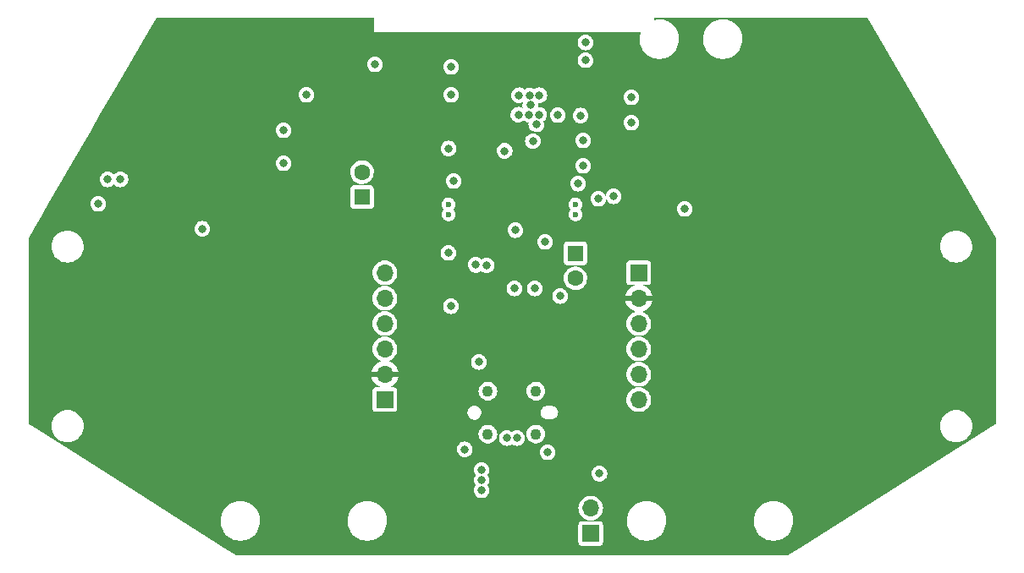
<source format=gbr>
%TF.GenerationSoftware,KiCad,Pcbnew,(6.0.9-0)*%
%TF.CreationDate,2023-03-14T17:35:55-07:00*%
%TF.ProjectId,MiniDusty,4d696e69-4475-4737-9479-2e6b69636164,rev?*%
%TF.SameCoordinates,Original*%
%TF.FileFunction,Copper,L2,Inr*%
%TF.FilePolarity,Positive*%
%FSLAX46Y46*%
G04 Gerber Fmt 4.6, Leading zero omitted, Abs format (unit mm)*
G04 Created by KiCad (PCBNEW (6.0.9-0)) date 2023-03-14 17:35:55*
%MOMM*%
%LPD*%
G01*
G04 APERTURE LIST*
%TA.AperFunction,ComponentPad*%
%ADD10R,1.700000X1.700000*%
%TD*%
%TA.AperFunction,ComponentPad*%
%ADD11O,1.700000X1.700000*%
%TD*%
%TA.AperFunction,ComponentPad*%
%ADD12C,0.600000*%
%TD*%
%TA.AperFunction,ComponentPad*%
%ADD13C,1.100000*%
%TD*%
%TA.AperFunction,ComponentPad*%
%ADD14R,1.600000X1.600000*%
%TD*%
%TA.AperFunction,ComponentPad*%
%ADD15C,1.600000*%
%TD*%
%TA.AperFunction,ViaPad*%
%ADD16C,0.800000*%
%TD*%
G04 APERTURE END LIST*
D10*
%TO.N,/M2OUT1*%
%TO.C,J3*%
X128758000Y-112322000D03*
D11*
%TO.N,+3V3*%
X128758000Y-109782000D03*
%TO.N,/Motor2PhaseB*%
X128758000Y-107242000D03*
%TO.N,/Motor2PhaseA*%
X128758000Y-104702000D03*
%TO.N,GND*%
X128758000Y-102162000D03*
%TO.N,/M2OUT2*%
X128758000Y-99622000D03*
%TD*%
D12*
%TO.N,N/C*%
%TO.C,U1*%
X135108000Y-92772000D03*
X135108000Y-93772000D03*
%TD*%
D13*
%TO.N,GND*%
%TO.C,J4*%
X139058000Y-111476000D03*
X139058000Y-115776000D03*
X143858000Y-115776000D03*
X143858000Y-111476000D03*
%TD*%
D14*
%TO.N,/+VBatt*%
%TO.C,C3*%
X147808000Y-97654888D03*
D15*
%TO.N,GND*%
X147808000Y-100154888D03*
%TD*%
D10*
%TO.N,/+VBatt*%
%TO.C,J1*%
X149352000Y-125721000D03*
D11*
%TO.N,GND*%
X149352000Y-123181000D03*
%TD*%
D14*
%TO.N,/+VBatt*%
%TO.C,C4*%
X126472000Y-92036000D03*
D15*
%TO.N,GND*%
X126472000Y-89536000D03*
%TD*%
D12*
%TO.N,N/C*%
%TO.C,U2*%
X147808000Y-93772000D03*
X147808000Y-92772000D03*
%TD*%
D10*
%TO.N,/M1OUT1*%
%TO.C,J2*%
X154158000Y-99622000D03*
D11*
%TO.N,+3V3*%
X154158000Y-102162000D03*
%TO.N,/Motor1PhaseB*%
X154158000Y-104702000D03*
%TO.N,/Motor1PhaseA*%
X154158000Y-107242000D03*
%TO.N,GND*%
X154158000Y-109782000D03*
%TO.N,/M1OUT2*%
X154158000Y-112322000D03*
%TD*%
D16*
%TO.N,GND*%
X143911117Y-84745592D03*
X142116643Y-83763909D03*
X143203883Y-83763909D03*
X144196122Y-83774464D03*
X143298885Y-82824449D03*
X142190533Y-81832210D03*
X143235550Y-81842765D03*
X144206678Y-81832210D03*
X100076000Y-92710000D03*
X138952076Y-98864851D03*
X138430000Y-121412000D03*
X150114000Y-92202000D03*
X137828500Y-98825428D03*
X138430000Y-119380000D03*
X138430000Y-120396000D03*
%TO.N,Net-(C1-Pad2)*%
X120904000Y-81788000D03*
X110490000Y-95211000D03*
%TO.N,/+VBatt*%
X158750000Y-93218000D03*
%TO.N,+3V3*%
X137414000Y-92456000D03*
X134620000Y-122682000D03*
X130302000Y-90170000D03*
X135636000Y-76454000D03*
X144018000Y-119888000D03*
X158670646Y-120209896D03*
X134296000Y-76638000D03*
X141732000Y-122800000D03*
X128524000Y-83820000D03*
X144145000Y-93091000D03*
X103715000Y-95333000D03*
X136906000Y-76454000D03*
X143383000Y-119253000D03*
%TO.N,/D+*%
X140950000Y-116166000D03*
X138156000Y-108546000D03*
%TO.N,/USB3V3*%
X141712000Y-101180000D03*
X135108000Y-97624000D03*
X144780000Y-96520000D03*
X143744000Y-101180000D03*
%TO.N,/V_USB_BUS*%
X150217220Y-119737220D03*
X145034000Y-117602000D03*
%TO.N,Net-(D2-Pad2)*%
X127762000Y-78740000D03*
X148082000Y-90678000D03*
%TO.N,Net-(D5-Pad1)*%
X146284000Y-101942000D03*
X135362000Y-102958000D03*
%TO.N,Net-(J4-PadB5)*%
X136742000Y-117292000D03*
X141966000Y-116166000D03*
%TO.N,/SDA*%
X118618000Y-85344000D03*
X101028500Y-90257000D03*
%TO.N,/SCL*%
X151638000Y-91948000D03*
X118618000Y-88646000D03*
X135128000Y-87156000D03*
X102298500Y-90257000D03*
%TO.N,/TX*%
X143568166Y-86418166D03*
X148590000Y-86360000D03*
%TO.N,/RX*%
X148590000Y-88900000D03*
X140738983Y-87398983D03*
%TO.N,/MotorSleepEN*%
X135636000Y-90424000D03*
X141809879Y-95344710D03*
%TO.N,/Motor1EN*%
X148824000Y-78320000D03*
X148336000Y-83854000D03*
%TO.N,/Motor1Phase*%
X148824000Y-76542000D03*
X146050000Y-83820000D03*
%TO.N,/Motor1PhaseA*%
X135382000Y-78994000D03*
%TO.N,/Motor1PhaseB*%
X135382000Y-81788000D03*
%TO.N,/Motor2PhaseB*%
X153416000Y-82042000D03*
%TO.N,/Motor2PhaseA*%
X153416000Y-84582000D03*
%TD*%
%TA.AperFunction,Conductor*%
%TO.N,+3V3*%
G36*
X127708573Y-74078927D02*
G01*
X127712000Y-74087200D01*
X127712000Y-75538000D01*
X154324313Y-75538000D01*
X154332586Y-75541427D01*
X154336013Y-75549700D01*
X154335226Y-75553918D01*
X154311258Y-75615871D01*
X154247896Y-75889233D01*
X154223683Y-76168796D01*
X154223706Y-76169215D01*
X154223706Y-76169220D01*
X154227141Y-76231627D01*
X154239103Y-76448982D01*
X154239183Y-76449386D01*
X154239184Y-76449391D01*
X154290254Y-76706136D01*
X154293847Y-76724200D01*
X154293981Y-76724582D01*
X154293982Y-76724585D01*
X154345903Y-76872432D01*
X154386824Y-76988959D01*
X154387013Y-76989324D01*
X154387014Y-76989325D01*
X154416556Y-77046196D01*
X154516177Y-77237976D01*
X154516416Y-77238311D01*
X154516417Y-77238312D01*
X154679093Y-77465954D01*
X154679097Y-77465959D01*
X154679328Y-77466282D01*
X154679602Y-77466570D01*
X154679606Y-77466574D01*
X154763251Y-77554256D01*
X154873019Y-77669323D01*
X155093387Y-77843047D01*
X155336034Y-77983987D01*
X155336418Y-77984143D01*
X155336421Y-77984144D01*
X155458265Y-78033496D01*
X155596119Y-78089333D01*
X155596515Y-78089431D01*
X155596517Y-78089432D01*
X155719286Y-78119928D01*
X155868452Y-78156981D01*
X156107760Y-78181500D01*
X156281492Y-78181500D01*
X156406213Y-78172669D01*
X156489502Y-78166772D01*
X156489505Y-78166772D01*
X156489909Y-78166743D01*
X156674072Y-78127094D01*
X156763825Y-78107771D01*
X156763827Y-78107770D01*
X156764233Y-78107683D01*
X156764621Y-78107540D01*
X156764624Y-78107539D01*
X156913324Y-78052680D01*
X157027499Y-78010559D01*
X157274453Y-77877310D01*
X157274785Y-77877065D01*
X157499834Y-77710842D01*
X157499839Y-77710838D01*
X157500169Y-77710594D01*
X157503257Y-77707555D01*
X157658902Y-77554334D01*
X157700142Y-77513737D01*
X157870383Y-77290668D01*
X157870581Y-77290315D01*
X157870584Y-77290310D01*
X158007294Y-77046196D01*
X158007294Y-77046195D01*
X158007495Y-77045837D01*
X158108742Y-76784129D01*
X158172104Y-76510767D01*
X158196317Y-76231204D01*
X158192883Y-76168796D01*
X160573683Y-76168796D01*
X160573706Y-76169215D01*
X160573706Y-76169220D01*
X160577141Y-76231627D01*
X160589103Y-76448982D01*
X160589183Y-76449386D01*
X160589184Y-76449391D01*
X160640254Y-76706136D01*
X160643847Y-76724200D01*
X160643981Y-76724582D01*
X160643982Y-76724585D01*
X160695903Y-76872432D01*
X160736824Y-76988959D01*
X160737013Y-76989324D01*
X160737014Y-76989325D01*
X160766556Y-77046196D01*
X160866177Y-77237976D01*
X160866416Y-77238311D01*
X160866417Y-77238312D01*
X161029093Y-77465954D01*
X161029097Y-77465959D01*
X161029328Y-77466282D01*
X161029602Y-77466570D01*
X161029606Y-77466574D01*
X161113251Y-77554256D01*
X161223019Y-77669323D01*
X161443387Y-77843047D01*
X161686034Y-77983987D01*
X161686418Y-77984143D01*
X161686421Y-77984144D01*
X161808265Y-78033496D01*
X161946119Y-78089333D01*
X161946515Y-78089431D01*
X161946517Y-78089432D01*
X162069286Y-78119928D01*
X162218452Y-78156981D01*
X162457760Y-78181500D01*
X162631492Y-78181500D01*
X162756213Y-78172669D01*
X162839502Y-78166772D01*
X162839505Y-78166772D01*
X162839909Y-78166743D01*
X163024072Y-78127094D01*
X163113825Y-78107771D01*
X163113827Y-78107770D01*
X163114233Y-78107683D01*
X163114621Y-78107540D01*
X163114624Y-78107539D01*
X163263324Y-78052680D01*
X163377499Y-78010559D01*
X163624453Y-77877310D01*
X163624785Y-77877065D01*
X163849834Y-77710842D01*
X163849839Y-77710838D01*
X163850169Y-77710594D01*
X163853257Y-77707555D01*
X164008902Y-77554334D01*
X164050142Y-77513737D01*
X164220383Y-77290668D01*
X164220581Y-77290315D01*
X164220584Y-77290310D01*
X164357294Y-77046196D01*
X164357294Y-77046195D01*
X164357495Y-77045837D01*
X164458742Y-76784129D01*
X164522104Y-76510767D01*
X164546317Y-76231204D01*
X164542883Y-76168796D01*
X164530920Y-75951436D01*
X164530897Y-75951018D01*
X164525272Y-75922735D01*
X164476233Y-75676201D01*
X164476232Y-75676198D01*
X164476153Y-75675800D01*
X164455247Y-75616269D01*
X164383313Y-75411430D01*
X164383311Y-75411425D01*
X164383176Y-75411041D01*
X164353631Y-75354163D01*
X164254013Y-75162390D01*
X164253823Y-75162024D01*
X164253583Y-75161688D01*
X164090907Y-74934046D01*
X164090903Y-74934041D01*
X164090672Y-74933718D01*
X164090398Y-74933430D01*
X164090394Y-74933426D01*
X163897269Y-74730979D01*
X163896981Y-74730677D01*
X163676613Y-74556953D01*
X163433966Y-74416013D01*
X163433582Y-74415857D01*
X163433579Y-74415856D01*
X163174264Y-74310822D01*
X163174262Y-74310821D01*
X163173881Y-74310667D01*
X163173485Y-74310569D01*
X163173483Y-74310568D01*
X162992948Y-74265723D01*
X162901548Y-74243019D01*
X162662240Y-74218500D01*
X162488508Y-74218500D01*
X162363787Y-74227331D01*
X162280498Y-74233228D01*
X162280495Y-74233228D01*
X162280091Y-74233257D01*
X162279691Y-74233343D01*
X162279692Y-74233343D01*
X162006175Y-74292229D01*
X162006173Y-74292230D01*
X162005767Y-74292317D01*
X162005379Y-74292460D01*
X162005376Y-74292461D01*
X161956027Y-74310667D01*
X161742501Y-74389441D01*
X161495547Y-74522690D01*
X161495217Y-74522934D01*
X161495215Y-74522935D01*
X161270166Y-74689158D01*
X161270161Y-74689162D01*
X161269831Y-74689406D01*
X161269539Y-74689693D01*
X161269536Y-74689696D01*
X161227600Y-74730979D01*
X161069858Y-74886263D01*
X160899617Y-75109332D01*
X160899419Y-75109685D01*
X160899416Y-75109690D01*
X160870296Y-75161688D01*
X160762505Y-75354163D01*
X160661258Y-75615871D01*
X160597896Y-75889233D01*
X160573683Y-76168796D01*
X158192883Y-76168796D01*
X158180920Y-75951436D01*
X158180897Y-75951018D01*
X158175272Y-75922735D01*
X158126233Y-75676201D01*
X158126232Y-75676198D01*
X158126153Y-75675800D01*
X158105247Y-75616269D01*
X158033313Y-75411430D01*
X158033311Y-75411425D01*
X158033176Y-75411041D01*
X158003631Y-75354163D01*
X157904013Y-75162390D01*
X157903823Y-75162024D01*
X157903583Y-75161688D01*
X157740907Y-74934046D01*
X157740903Y-74934041D01*
X157740672Y-74933718D01*
X157740398Y-74933430D01*
X157740394Y-74933426D01*
X157547269Y-74730979D01*
X157546981Y-74730677D01*
X157326613Y-74556953D01*
X157083966Y-74416013D01*
X157083582Y-74415857D01*
X157083579Y-74415856D01*
X156824264Y-74310822D01*
X156824262Y-74310821D01*
X156823881Y-74310667D01*
X156823485Y-74310569D01*
X156823483Y-74310568D01*
X156642948Y-74265723D01*
X156551548Y-74243019D01*
X156312240Y-74218500D01*
X156138508Y-74218500D01*
X155930091Y-74233257D01*
X155726162Y-74277161D01*
X155717353Y-74275552D01*
X155712262Y-74268185D01*
X155712000Y-74265723D01*
X155712000Y-74087200D01*
X155715427Y-74078927D01*
X155723700Y-74075500D01*
X177065415Y-74075500D01*
X177073688Y-74078927D01*
X177075538Y-74081333D01*
X189862923Y-96145837D01*
X189864500Y-96151704D01*
X189864500Y-114752455D01*
X189861073Y-114760728D01*
X189859055Y-114762342D01*
X170587094Y-126952438D01*
X169056337Y-127920688D01*
X169050083Y-127922500D01*
X113905917Y-127922500D01*
X113899663Y-127920688D01*
X112368906Y-126952438D01*
X111823035Y-126607158D01*
X148120500Y-126607158D01*
X148131538Y-126682144D01*
X148187513Y-126796151D01*
X148188199Y-126796835D01*
X148188199Y-126796836D01*
X148276714Y-126885197D01*
X148276717Y-126885199D01*
X148277399Y-126885880D01*
X148278267Y-126886304D01*
X148278268Y-126886305D01*
X148390686Y-126941256D01*
X148390688Y-126941257D01*
X148391503Y-126941655D01*
X148465842Y-126952500D01*
X150238158Y-126952500D01*
X150238583Y-126952437D01*
X150238589Y-126952437D01*
X150310943Y-126941786D01*
X150313144Y-126941462D01*
X150313965Y-126941059D01*
X150426280Y-126885915D01*
X150426282Y-126885914D01*
X150427151Y-126885487D01*
X150427836Y-126884801D01*
X150516197Y-126796286D01*
X150516199Y-126796283D01*
X150516880Y-126795601D01*
X150517305Y-126794732D01*
X150572256Y-126682314D01*
X150572257Y-126682312D01*
X150572655Y-126681497D01*
X150583500Y-126607158D01*
X150583500Y-124834842D01*
X150572462Y-124759856D01*
X150516487Y-124645849D01*
X150515801Y-124645164D01*
X150427286Y-124556803D01*
X150427283Y-124556801D01*
X150426601Y-124556120D01*
X150425732Y-124555695D01*
X150313314Y-124500744D01*
X150313312Y-124500743D01*
X150312497Y-124500345D01*
X150238158Y-124489500D01*
X148465842Y-124489500D01*
X148465417Y-124489563D01*
X148465411Y-124489563D01*
X148401741Y-124498936D01*
X148390856Y-124500538D01*
X148390036Y-124500941D01*
X148390035Y-124500941D01*
X148277720Y-124556085D01*
X148277718Y-124556086D01*
X148276849Y-124556513D01*
X148276165Y-124557199D01*
X148276164Y-124557199D01*
X148187803Y-124645714D01*
X148187801Y-124645717D01*
X148187120Y-124646399D01*
X148186696Y-124647267D01*
X148186695Y-124647268D01*
X148132063Y-124759035D01*
X148131345Y-124760503D01*
X148120500Y-124834842D01*
X148120500Y-126607158D01*
X111823035Y-126607158D01*
X108379148Y-124428796D01*
X112313683Y-124428796D01*
X112313706Y-124429215D01*
X112313706Y-124429220D01*
X112325591Y-124645164D01*
X112329103Y-124708982D01*
X112329183Y-124709386D01*
X112329184Y-124709391D01*
X112354052Y-124834411D01*
X112383847Y-124984200D01*
X112383981Y-124984582D01*
X112383982Y-124984585D01*
X112404893Y-125044129D01*
X112476824Y-125248959D01*
X112477013Y-125249324D01*
X112477014Y-125249325D01*
X112506556Y-125306196D01*
X112606177Y-125497976D01*
X112606416Y-125498311D01*
X112606417Y-125498312D01*
X112769093Y-125725954D01*
X112769097Y-125725959D01*
X112769328Y-125726282D01*
X112769602Y-125726570D01*
X112769606Y-125726574D01*
X112814876Y-125774029D01*
X112963019Y-125929323D01*
X113183387Y-126103047D01*
X113426034Y-126243987D01*
X113426418Y-126244143D01*
X113426421Y-126244144D01*
X113491982Y-126270699D01*
X113686119Y-126349333D01*
X113686515Y-126349431D01*
X113686517Y-126349432D01*
X113819168Y-126382383D01*
X113958452Y-126416981D01*
X114197760Y-126441500D01*
X114371492Y-126441500D01*
X114496213Y-126432669D01*
X114579502Y-126426772D01*
X114579505Y-126426772D01*
X114579909Y-126426743D01*
X114684093Y-126404313D01*
X114853825Y-126367771D01*
X114853827Y-126367770D01*
X114854233Y-126367683D01*
X114854621Y-126367540D01*
X114854624Y-126367539D01*
X115003324Y-126312680D01*
X115117499Y-126270559D01*
X115364453Y-126137310D01*
X115364785Y-126137065D01*
X115589834Y-125970842D01*
X115589839Y-125970838D01*
X115590169Y-125970594D01*
X115632094Y-125929323D01*
X115789845Y-125774029D01*
X115790142Y-125773737D01*
X115960383Y-125550668D01*
X115960581Y-125550315D01*
X115960584Y-125550310D01*
X116097294Y-125306196D01*
X116097294Y-125306195D01*
X116097495Y-125305837D01*
X116198742Y-125044129D01*
X116262104Y-124770767D01*
X116286317Y-124491204D01*
X116286224Y-124489500D01*
X116282883Y-124428796D01*
X125013683Y-124428796D01*
X125013706Y-124429215D01*
X125013706Y-124429220D01*
X125025591Y-124645164D01*
X125029103Y-124708982D01*
X125029183Y-124709386D01*
X125029184Y-124709391D01*
X125054052Y-124834411D01*
X125083847Y-124984200D01*
X125083981Y-124984582D01*
X125083982Y-124984585D01*
X125104893Y-125044129D01*
X125176824Y-125248959D01*
X125177013Y-125249324D01*
X125177014Y-125249325D01*
X125206556Y-125306196D01*
X125306177Y-125497976D01*
X125306416Y-125498311D01*
X125306417Y-125498312D01*
X125469093Y-125725954D01*
X125469097Y-125725959D01*
X125469328Y-125726282D01*
X125469602Y-125726570D01*
X125469606Y-125726574D01*
X125514876Y-125774029D01*
X125663019Y-125929323D01*
X125883387Y-126103047D01*
X126126034Y-126243987D01*
X126126418Y-126244143D01*
X126126421Y-126244144D01*
X126191982Y-126270699D01*
X126386119Y-126349333D01*
X126386515Y-126349431D01*
X126386517Y-126349432D01*
X126519168Y-126382383D01*
X126658452Y-126416981D01*
X126897760Y-126441500D01*
X127071492Y-126441500D01*
X127196213Y-126432669D01*
X127279502Y-126426772D01*
X127279505Y-126426772D01*
X127279909Y-126426743D01*
X127384093Y-126404313D01*
X127553825Y-126367771D01*
X127553827Y-126367770D01*
X127554233Y-126367683D01*
X127554621Y-126367540D01*
X127554624Y-126367539D01*
X127703324Y-126312680D01*
X127817499Y-126270559D01*
X128064453Y-126137310D01*
X128064785Y-126137065D01*
X128289834Y-125970842D01*
X128289839Y-125970838D01*
X128290169Y-125970594D01*
X128332094Y-125929323D01*
X128489845Y-125774029D01*
X128490142Y-125773737D01*
X128660383Y-125550668D01*
X128660581Y-125550315D01*
X128660584Y-125550310D01*
X128797294Y-125306196D01*
X128797294Y-125306195D01*
X128797495Y-125305837D01*
X128898742Y-125044129D01*
X128962104Y-124770767D01*
X128986317Y-124491204D01*
X128986224Y-124489500D01*
X128982883Y-124428796D01*
X152953683Y-124428796D01*
X152953706Y-124429215D01*
X152953706Y-124429220D01*
X152965591Y-124645164D01*
X152969103Y-124708982D01*
X152969183Y-124709386D01*
X152969184Y-124709391D01*
X152994052Y-124834411D01*
X153023847Y-124984200D01*
X153023981Y-124984582D01*
X153023982Y-124984585D01*
X153044893Y-125044129D01*
X153116824Y-125248959D01*
X153117013Y-125249324D01*
X153117014Y-125249325D01*
X153146556Y-125306196D01*
X153246177Y-125497976D01*
X153246416Y-125498311D01*
X153246417Y-125498312D01*
X153409093Y-125725954D01*
X153409097Y-125725959D01*
X153409328Y-125726282D01*
X153409602Y-125726570D01*
X153409606Y-125726574D01*
X153454876Y-125774029D01*
X153603019Y-125929323D01*
X153823387Y-126103047D01*
X154066034Y-126243987D01*
X154066418Y-126244143D01*
X154066421Y-126244144D01*
X154131982Y-126270699D01*
X154326119Y-126349333D01*
X154326515Y-126349431D01*
X154326517Y-126349432D01*
X154459168Y-126382383D01*
X154598452Y-126416981D01*
X154837760Y-126441500D01*
X155011492Y-126441500D01*
X155136213Y-126432669D01*
X155219502Y-126426772D01*
X155219505Y-126426772D01*
X155219909Y-126426743D01*
X155324093Y-126404313D01*
X155493825Y-126367771D01*
X155493827Y-126367770D01*
X155494233Y-126367683D01*
X155494621Y-126367540D01*
X155494624Y-126367539D01*
X155643324Y-126312680D01*
X155757499Y-126270559D01*
X156004453Y-126137310D01*
X156004785Y-126137065D01*
X156229834Y-125970842D01*
X156229839Y-125970838D01*
X156230169Y-125970594D01*
X156272094Y-125929323D01*
X156429845Y-125774029D01*
X156430142Y-125773737D01*
X156600383Y-125550668D01*
X156600581Y-125550315D01*
X156600584Y-125550310D01*
X156737294Y-125306196D01*
X156737294Y-125306195D01*
X156737495Y-125305837D01*
X156838742Y-125044129D01*
X156902104Y-124770767D01*
X156926317Y-124491204D01*
X156926224Y-124489500D01*
X156922883Y-124428796D01*
X165653683Y-124428796D01*
X165653706Y-124429215D01*
X165653706Y-124429220D01*
X165665591Y-124645164D01*
X165669103Y-124708982D01*
X165669183Y-124709386D01*
X165669184Y-124709391D01*
X165694052Y-124834411D01*
X165723847Y-124984200D01*
X165723981Y-124984582D01*
X165723982Y-124984585D01*
X165744893Y-125044129D01*
X165816824Y-125248959D01*
X165817013Y-125249324D01*
X165817014Y-125249325D01*
X165846556Y-125306196D01*
X165946177Y-125497976D01*
X165946416Y-125498311D01*
X165946417Y-125498312D01*
X166109093Y-125725954D01*
X166109097Y-125725959D01*
X166109328Y-125726282D01*
X166109602Y-125726570D01*
X166109606Y-125726574D01*
X166154876Y-125774029D01*
X166303019Y-125929323D01*
X166523387Y-126103047D01*
X166766034Y-126243987D01*
X166766418Y-126244143D01*
X166766421Y-126244144D01*
X166831982Y-126270699D01*
X167026119Y-126349333D01*
X167026515Y-126349431D01*
X167026517Y-126349432D01*
X167159168Y-126382383D01*
X167298452Y-126416981D01*
X167537760Y-126441500D01*
X167711492Y-126441500D01*
X167836213Y-126432669D01*
X167919502Y-126426772D01*
X167919505Y-126426772D01*
X167919909Y-126426743D01*
X168024093Y-126404313D01*
X168193825Y-126367771D01*
X168193827Y-126367770D01*
X168194233Y-126367683D01*
X168194621Y-126367540D01*
X168194624Y-126367539D01*
X168343324Y-126312680D01*
X168457499Y-126270559D01*
X168704453Y-126137310D01*
X168704785Y-126137065D01*
X168929834Y-125970842D01*
X168929839Y-125970838D01*
X168930169Y-125970594D01*
X168972094Y-125929323D01*
X169129845Y-125774029D01*
X169130142Y-125773737D01*
X169300383Y-125550668D01*
X169300581Y-125550315D01*
X169300584Y-125550310D01*
X169437294Y-125306196D01*
X169437294Y-125306195D01*
X169437495Y-125305837D01*
X169538742Y-125044129D01*
X169602104Y-124770767D01*
X169626317Y-124491204D01*
X169626224Y-124489500D01*
X169610920Y-124211436D01*
X169610897Y-124211018D01*
X169598689Y-124149641D01*
X169556233Y-123936201D01*
X169556232Y-123936198D01*
X169556153Y-123935800D01*
X169535247Y-123876269D01*
X169463313Y-123671430D01*
X169463311Y-123671425D01*
X169463176Y-123671041D01*
X169433631Y-123614163D01*
X169334013Y-123422390D01*
X169333823Y-123422024D01*
X169333583Y-123421688D01*
X169170907Y-123194046D01*
X169170903Y-123194041D01*
X169170672Y-123193718D01*
X169170398Y-123193430D01*
X169170394Y-123193426D01*
X168977269Y-122990979D01*
X168976981Y-122990677D01*
X168756613Y-122816953D01*
X168513966Y-122676013D01*
X168513582Y-122675857D01*
X168513579Y-122675856D01*
X168254264Y-122570822D01*
X168254262Y-122570821D01*
X168253881Y-122570667D01*
X168253485Y-122570569D01*
X168253483Y-122570568D01*
X168120832Y-122537617D01*
X167981548Y-122503019D01*
X167742240Y-122478500D01*
X167568508Y-122478500D01*
X167443787Y-122487331D01*
X167360498Y-122493228D01*
X167360495Y-122493228D01*
X167360091Y-122493257D01*
X167359691Y-122493343D01*
X167359692Y-122493343D01*
X167086175Y-122552229D01*
X167086173Y-122552230D01*
X167085767Y-122552317D01*
X167085379Y-122552460D01*
X167085376Y-122552461D01*
X167036027Y-122570667D01*
X166822501Y-122649441D01*
X166575547Y-122782690D01*
X166575217Y-122782934D01*
X166575215Y-122782935D01*
X166350166Y-122949158D01*
X166350161Y-122949162D01*
X166349831Y-122949406D01*
X166349539Y-122949693D01*
X166349536Y-122949696D01*
X166307600Y-122990979D01*
X166149858Y-123146263D01*
X165979617Y-123369332D01*
X165979419Y-123369685D01*
X165979416Y-123369690D01*
X165964593Y-123396159D01*
X165842505Y-123614163D01*
X165741258Y-123875871D01*
X165677896Y-124149233D01*
X165653683Y-124428796D01*
X156922883Y-124428796D01*
X156910920Y-124211436D01*
X156910897Y-124211018D01*
X156898689Y-124149641D01*
X156856233Y-123936201D01*
X156856232Y-123936198D01*
X156856153Y-123935800D01*
X156835247Y-123876269D01*
X156763313Y-123671430D01*
X156763311Y-123671425D01*
X156763176Y-123671041D01*
X156733631Y-123614163D01*
X156634013Y-123422390D01*
X156633823Y-123422024D01*
X156633583Y-123421688D01*
X156470907Y-123194046D01*
X156470903Y-123194041D01*
X156470672Y-123193718D01*
X156470398Y-123193430D01*
X156470394Y-123193426D01*
X156277269Y-122990979D01*
X156276981Y-122990677D01*
X156056613Y-122816953D01*
X155813966Y-122676013D01*
X155813582Y-122675857D01*
X155813579Y-122675856D01*
X155554264Y-122570822D01*
X155554262Y-122570821D01*
X155553881Y-122570667D01*
X155553485Y-122570569D01*
X155553483Y-122570568D01*
X155420832Y-122537617D01*
X155281548Y-122503019D01*
X155042240Y-122478500D01*
X154868508Y-122478500D01*
X154743787Y-122487331D01*
X154660498Y-122493228D01*
X154660495Y-122493228D01*
X154660091Y-122493257D01*
X154659691Y-122493343D01*
X154659692Y-122493343D01*
X154386175Y-122552229D01*
X154386173Y-122552230D01*
X154385767Y-122552317D01*
X154385379Y-122552460D01*
X154385376Y-122552461D01*
X154336027Y-122570667D01*
X154122501Y-122649441D01*
X153875547Y-122782690D01*
X153875217Y-122782934D01*
X153875215Y-122782935D01*
X153650166Y-122949158D01*
X153650161Y-122949162D01*
X153649831Y-122949406D01*
X153649539Y-122949693D01*
X153649536Y-122949696D01*
X153607600Y-122990979D01*
X153449858Y-123146263D01*
X153279617Y-123369332D01*
X153279419Y-123369685D01*
X153279416Y-123369690D01*
X153264593Y-123396159D01*
X153142505Y-123614163D01*
X153041258Y-123875871D01*
X152977896Y-124149233D01*
X152953683Y-124428796D01*
X128982883Y-124428796D01*
X128970920Y-124211436D01*
X128970897Y-124211018D01*
X128958689Y-124149641D01*
X128916233Y-123936201D01*
X128916232Y-123936198D01*
X128916153Y-123935800D01*
X128895247Y-123876269D01*
X128823313Y-123671430D01*
X128823311Y-123671425D01*
X128823176Y-123671041D01*
X128793631Y-123614163D01*
X128694013Y-123422390D01*
X128693823Y-123422024D01*
X128693583Y-123421688D01*
X128530907Y-123194046D01*
X128530903Y-123194041D01*
X128530672Y-123193718D01*
X128530398Y-123193430D01*
X128530394Y-123193426D01*
X128518540Y-123181000D01*
X148115796Y-123181000D01*
X148115841Y-123181514D01*
X148132245Y-123369006D01*
X148134577Y-123395665D01*
X148134708Y-123396155D01*
X148134709Y-123396159D01*
X148141738Y-123422390D01*
X148190348Y-123603807D01*
X148190563Y-123604267D01*
X148190564Y-123604271D01*
X148195177Y-123614163D01*
X148281416Y-123799102D01*
X148405013Y-123975617D01*
X148557383Y-124127987D01*
X148733898Y-124251584D01*
X148821747Y-124292549D01*
X148928729Y-124342436D01*
X148928733Y-124342437D01*
X148929193Y-124342652D01*
X148929689Y-124342785D01*
X148929692Y-124342786D01*
X149136841Y-124398291D01*
X149136845Y-124398292D01*
X149137335Y-124398423D01*
X149137839Y-124398467D01*
X149137844Y-124398468D01*
X149351486Y-124417159D01*
X149352000Y-124417204D01*
X149352514Y-124417159D01*
X149566156Y-124398468D01*
X149566161Y-124398467D01*
X149566665Y-124398423D01*
X149567155Y-124398292D01*
X149567159Y-124398291D01*
X149774308Y-124342786D01*
X149774311Y-124342785D01*
X149774807Y-124342652D01*
X149775267Y-124342437D01*
X149775271Y-124342436D01*
X149882253Y-124292549D01*
X149970102Y-124251584D01*
X150146617Y-124127987D01*
X150298987Y-123975617D01*
X150422584Y-123799102D01*
X150508823Y-123614163D01*
X150513436Y-123604271D01*
X150513437Y-123604267D01*
X150513652Y-123603807D01*
X150562262Y-123422390D01*
X150569291Y-123396159D01*
X150569292Y-123396155D01*
X150569423Y-123395665D01*
X150571756Y-123369006D01*
X150588159Y-123181514D01*
X150588204Y-123181000D01*
X150585139Y-123145971D01*
X150569468Y-122966844D01*
X150569467Y-122966839D01*
X150569423Y-122966335D01*
X150564821Y-122949158D01*
X150513786Y-122758692D01*
X150513785Y-122758689D01*
X150513652Y-122758193D01*
X150475258Y-122675856D01*
X150426279Y-122570822D01*
X150422584Y-122562898D01*
X150415114Y-122552229D01*
X150299282Y-122386805D01*
X150298987Y-122386383D01*
X150146617Y-122234013D01*
X149995793Y-122128405D01*
X149970525Y-122110712D01*
X149970523Y-122110711D01*
X149970102Y-122110416D01*
X149882253Y-122069451D01*
X149775271Y-122019564D01*
X149775267Y-122019563D01*
X149774807Y-122019348D01*
X149774311Y-122019215D01*
X149774308Y-122019214D01*
X149567159Y-121963709D01*
X149567155Y-121963708D01*
X149566665Y-121963577D01*
X149566161Y-121963533D01*
X149566156Y-121963532D01*
X149352514Y-121944841D01*
X149352000Y-121944796D01*
X149351486Y-121944841D01*
X149137844Y-121963532D01*
X149137839Y-121963533D01*
X149137335Y-121963577D01*
X149136845Y-121963708D01*
X149136841Y-121963709D01*
X148929692Y-122019214D01*
X148929689Y-122019215D01*
X148929193Y-122019348D01*
X148928733Y-122019563D01*
X148928729Y-122019564D01*
X148821747Y-122069451D01*
X148733898Y-122110416D01*
X148733477Y-122110711D01*
X148733475Y-122110712D01*
X148708207Y-122128405D01*
X148557383Y-122234013D01*
X148405013Y-122386383D01*
X148404718Y-122386805D01*
X148288887Y-122552229D01*
X148281416Y-122562898D01*
X148277721Y-122570822D01*
X148228743Y-122675856D01*
X148190348Y-122758193D01*
X148190215Y-122758689D01*
X148190214Y-122758692D01*
X148139180Y-122949158D01*
X148134577Y-122966335D01*
X148134533Y-122966839D01*
X148134532Y-122966844D01*
X148118861Y-123145971D01*
X148115796Y-123181000D01*
X128518540Y-123181000D01*
X128337269Y-122990979D01*
X128336981Y-122990677D01*
X128116613Y-122816953D01*
X127873966Y-122676013D01*
X127873582Y-122675857D01*
X127873579Y-122675856D01*
X127614264Y-122570822D01*
X127614262Y-122570821D01*
X127613881Y-122570667D01*
X127613485Y-122570569D01*
X127613483Y-122570568D01*
X127480832Y-122537617D01*
X127341548Y-122503019D01*
X127102240Y-122478500D01*
X126928508Y-122478500D01*
X126803787Y-122487331D01*
X126720498Y-122493228D01*
X126720495Y-122493228D01*
X126720091Y-122493257D01*
X126719691Y-122493343D01*
X126719692Y-122493343D01*
X126446175Y-122552229D01*
X126446173Y-122552230D01*
X126445767Y-122552317D01*
X126445379Y-122552460D01*
X126445376Y-122552461D01*
X126396027Y-122570667D01*
X126182501Y-122649441D01*
X125935547Y-122782690D01*
X125935217Y-122782934D01*
X125935215Y-122782935D01*
X125710166Y-122949158D01*
X125710161Y-122949162D01*
X125709831Y-122949406D01*
X125709539Y-122949693D01*
X125709536Y-122949696D01*
X125667600Y-122990979D01*
X125509858Y-123146263D01*
X125339617Y-123369332D01*
X125339419Y-123369685D01*
X125339416Y-123369690D01*
X125324593Y-123396159D01*
X125202505Y-123614163D01*
X125101258Y-123875871D01*
X125037896Y-124149233D01*
X125013683Y-124428796D01*
X116282883Y-124428796D01*
X116270920Y-124211436D01*
X116270897Y-124211018D01*
X116258689Y-124149641D01*
X116216233Y-123936201D01*
X116216232Y-123936198D01*
X116216153Y-123935800D01*
X116195247Y-123876269D01*
X116123313Y-123671430D01*
X116123311Y-123671425D01*
X116123176Y-123671041D01*
X116093631Y-123614163D01*
X115994013Y-123422390D01*
X115993823Y-123422024D01*
X115993583Y-123421688D01*
X115830907Y-123194046D01*
X115830903Y-123194041D01*
X115830672Y-123193718D01*
X115830398Y-123193430D01*
X115830394Y-123193426D01*
X115637269Y-122990979D01*
X115636981Y-122990677D01*
X115416613Y-122816953D01*
X115173966Y-122676013D01*
X115173582Y-122675857D01*
X115173579Y-122675856D01*
X114914264Y-122570822D01*
X114914262Y-122570821D01*
X114913881Y-122570667D01*
X114913485Y-122570569D01*
X114913483Y-122570568D01*
X114780832Y-122537617D01*
X114641548Y-122503019D01*
X114402240Y-122478500D01*
X114228508Y-122478500D01*
X114103787Y-122487331D01*
X114020498Y-122493228D01*
X114020495Y-122493228D01*
X114020091Y-122493257D01*
X114019691Y-122493343D01*
X114019692Y-122493343D01*
X113746175Y-122552229D01*
X113746173Y-122552230D01*
X113745767Y-122552317D01*
X113745379Y-122552460D01*
X113745376Y-122552461D01*
X113696027Y-122570667D01*
X113482501Y-122649441D01*
X113235547Y-122782690D01*
X113235217Y-122782934D01*
X113235215Y-122782935D01*
X113010166Y-122949158D01*
X113010161Y-122949162D01*
X113009831Y-122949406D01*
X113009539Y-122949693D01*
X113009536Y-122949696D01*
X112967600Y-122990979D01*
X112809858Y-123146263D01*
X112639617Y-123369332D01*
X112639419Y-123369685D01*
X112639416Y-123369690D01*
X112624593Y-123396159D01*
X112502505Y-123614163D01*
X112401258Y-123875871D01*
X112337896Y-124149233D01*
X112313683Y-124428796D01*
X108379148Y-124428796D01*
X103592379Y-121401020D01*
X137643632Y-121401020D01*
X137660741Y-121575511D01*
X137716083Y-121741876D01*
X137806908Y-121891846D01*
X137807359Y-121892313D01*
X137876135Y-121963532D01*
X137928701Y-122017966D01*
X137929243Y-122018321D01*
X137929247Y-122018324D01*
X138022416Y-122079292D01*
X138075410Y-122113970D01*
X138076027Y-122114199D01*
X138076026Y-122114199D01*
X138239123Y-122174854D01*
X138239125Y-122174854D01*
X138239742Y-122175084D01*
X138355714Y-122190558D01*
X138412884Y-122198187D01*
X138412886Y-122198187D01*
X138413530Y-122198273D01*
X138462950Y-122193775D01*
X138587481Y-122182442D01*
X138587484Y-122182441D01*
X138588137Y-122182382D01*
X138588763Y-122182179D01*
X138588766Y-122182178D01*
X138754263Y-122128405D01*
X138754265Y-122128404D01*
X138754884Y-122128203D01*
X138905484Y-122038427D01*
X139032452Y-121917517D01*
X139049198Y-121892313D01*
X139060580Y-121875181D01*
X139129477Y-121771482D01*
X139191737Y-121607581D01*
X139216138Y-121433959D01*
X139216445Y-121412000D01*
X139215287Y-121401673D01*
X139196974Y-121238413D01*
X139196974Y-121238411D01*
X139196901Y-121237764D01*
X139139242Y-121072188D01*
X139046332Y-120923501D01*
X139035988Y-120913085D01*
X139032590Y-120904800D01*
X139034545Y-120898367D01*
X139129477Y-120755482D01*
X139191737Y-120591581D01*
X139216138Y-120417959D01*
X139216445Y-120396000D01*
X139215287Y-120385673D01*
X139196974Y-120222413D01*
X139196974Y-120222411D01*
X139196901Y-120221764D01*
X139139242Y-120056188D01*
X139046332Y-119907501D01*
X139035988Y-119897085D01*
X139032590Y-119888800D01*
X139034545Y-119882367D01*
X139129477Y-119739482D01*
X139134507Y-119726240D01*
X149430852Y-119726240D01*
X149447961Y-119900731D01*
X149503303Y-120067096D01*
X149594128Y-120217066D01*
X149715921Y-120343186D01*
X149716463Y-120343541D01*
X149716467Y-120343544D01*
X149796068Y-120395633D01*
X149862630Y-120439190D01*
X149863247Y-120439419D01*
X149863246Y-120439419D01*
X150026343Y-120500074D01*
X150026345Y-120500074D01*
X150026962Y-120500304D01*
X150142934Y-120515778D01*
X150200104Y-120523407D01*
X150200106Y-120523407D01*
X150200750Y-120523493D01*
X150250170Y-120518995D01*
X150374701Y-120507662D01*
X150374704Y-120507661D01*
X150375357Y-120507602D01*
X150375983Y-120507399D01*
X150375986Y-120507398D01*
X150541483Y-120453625D01*
X150541485Y-120453624D01*
X150542104Y-120453423D01*
X150692704Y-120363647D01*
X150819672Y-120242737D01*
X150836418Y-120217533D01*
X150847800Y-120200401D01*
X150916697Y-120096702D01*
X150928178Y-120066479D01*
X150978725Y-119933413D01*
X150978726Y-119933409D01*
X150978957Y-119932801D01*
X151003358Y-119759179D01*
X151003665Y-119737220D01*
X151002507Y-119726893D01*
X150984194Y-119563633D01*
X150984194Y-119563631D01*
X150984121Y-119562984D01*
X150926462Y-119397408D01*
X150833552Y-119248721D01*
X150710009Y-119124314D01*
X150698718Y-119117148D01*
X150578421Y-119040805D01*
X150561975Y-119030368D01*
X150396805Y-118971554D01*
X150396155Y-118971477D01*
X150396153Y-118971476D01*
X150223360Y-118950871D01*
X150223355Y-118950871D01*
X150222710Y-118950794D01*
X150048342Y-118969121D01*
X149882368Y-119025623D01*
X149733036Y-119117493D01*
X149732565Y-119117954D01*
X149732564Y-119117955D01*
X149725600Y-119124775D01*
X149607769Y-119240164D01*
X149512792Y-119387539D01*
X149452826Y-119552294D01*
X149430852Y-119726240D01*
X139134507Y-119726240D01*
X139191737Y-119575581D01*
X139216138Y-119401959D01*
X139216445Y-119380000D01*
X139215287Y-119369673D01*
X139196974Y-119206413D01*
X139196974Y-119206411D01*
X139196901Y-119205764D01*
X139139242Y-119040188D01*
X139046332Y-118891501D01*
X138922789Y-118767094D01*
X138911498Y-118759928D01*
X138775303Y-118673496D01*
X138774755Y-118673148D01*
X138609585Y-118614334D01*
X138608935Y-118614257D01*
X138608933Y-118614256D01*
X138436140Y-118593651D01*
X138436135Y-118593651D01*
X138435490Y-118593574D01*
X138261122Y-118611901D01*
X138095148Y-118668403D01*
X137945816Y-118760273D01*
X137945345Y-118760734D01*
X137945344Y-118760735D01*
X137938380Y-118767555D01*
X137820549Y-118882944D01*
X137725572Y-119030319D01*
X137665606Y-119195074D01*
X137643632Y-119369020D01*
X137660741Y-119543511D01*
X137716083Y-119709876D01*
X137806908Y-119859846D01*
X137807359Y-119860313D01*
X137824872Y-119878448D01*
X137828154Y-119886780D01*
X137824643Y-119894934D01*
X137822447Y-119897085D01*
X137820549Y-119898944D01*
X137820196Y-119899492D01*
X137820195Y-119899493D01*
X137798335Y-119933413D01*
X137725572Y-120046319D01*
X137665606Y-120211074D01*
X137643632Y-120385020D01*
X137660741Y-120559511D01*
X137716083Y-120725876D01*
X137806908Y-120875846D01*
X137807359Y-120876313D01*
X137824872Y-120894448D01*
X137828154Y-120902780D01*
X137824643Y-120910934D01*
X137822447Y-120913085D01*
X137820549Y-120914944D01*
X137725572Y-121062319D01*
X137665606Y-121227074D01*
X137643632Y-121401020D01*
X103592379Y-121401020D01*
X97078855Y-117281020D01*
X135955632Y-117281020D01*
X135972741Y-117455511D01*
X136028083Y-117621876D01*
X136118908Y-117771846D01*
X136240701Y-117897966D01*
X136241243Y-117898321D01*
X136241247Y-117898324D01*
X136293370Y-117932432D01*
X136387410Y-117993970D01*
X136388027Y-117994199D01*
X136388026Y-117994199D01*
X136551123Y-118054854D01*
X136551125Y-118054854D01*
X136551742Y-118055084D01*
X136667714Y-118070558D01*
X136724884Y-118078187D01*
X136724886Y-118078187D01*
X136725530Y-118078273D01*
X136774950Y-118073775D01*
X136899481Y-118062442D01*
X136899484Y-118062441D01*
X136900137Y-118062382D01*
X136900763Y-118062179D01*
X136900766Y-118062178D01*
X137066263Y-118008405D01*
X137066265Y-118008404D01*
X137066884Y-118008203D01*
X137169020Y-117947318D01*
X137216924Y-117918761D01*
X137216925Y-117918760D01*
X137217484Y-117918427D01*
X137344452Y-117797517D01*
X137344840Y-117796934D01*
X137372580Y-117755181D01*
X137441477Y-117651482D01*
X137460134Y-117602367D01*
X137464444Y-117591020D01*
X144247632Y-117591020D01*
X144264741Y-117765511D01*
X144320083Y-117931876D01*
X144410908Y-118081846D01*
X144532701Y-118207966D01*
X144533243Y-118208321D01*
X144533247Y-118208324D01*
X144626416Y-118269292D01*
X144679410Y-118303970D01*
X144680027Y-118304199D01*
X144680026Y-118304199D01*
X144843123Y-118364854D01*
X144843125Y-118364854D01*
X144843742Y-118365084D01*
X144959714Y-118380558D01*
X145016884Y-118388187D01*
X145016886Y-118388187D01*
X145017530Y-118388273D01*
X145066950Y-118383775D01*
X145191481Y-118372442D01*
X145191484Y-118372441D01*
X145192137Y-118372382D01*
X145192763Y-118372179D01*
X145192766Y-118372178D01*
X145358263Y-118318405D01*
X145358265Y-118318404D01*
X145358884Y-118318203D01*
X145509484Y-118228427D01*
X145636452Y-118107517D01*
X145653198Y-118082313D01*
X145671441Y-118054854D01*
X145733477Y-117961482D01*
X145750003Y-117917978D01*
X145795505Y-117798193D01*
X145795506Y-117798189D01*
X145795737Y-117797581D01*
X145820138Y-117623959D01*
X145820445Y-117602000D01*
X145819287Y-117591673D01*
X145800974Y-117428413D01*
X145800974Y-117428411D01*
X145800901Y-117427764D01*
X145743242Y-117262188D01*
X145650332Y-117113501D01*
X145526789Y-116989094D01*
X145515498Y-116981928D01*
X145379303Y-116895496D01*
X145378755Y-116895148D01*
X145213585Y-116836334D01*
X145212935Y-116836257D01*
X145212933Y-116836256D01*
X145040140Y-116815651D01*
X145040135Y-116815651D01*
X145039490Y-116815574D01*
X144865122Y-116833901D01*
X144699148Y-116890403D01*
X144549816Y-116982273D01*
X144549345Y-116982734D01*
X144549344Y-116982735D01*
X144542380Y-116989555D01*
X144424549Y-117104944D01*
X144329572Y-117252319D01*
X144269606Y-117417074D01*
X144247632Y-117591020D01*
X137464444Y-117591020D01*
X137503505Y-117488193D01*
X137503506Y-117488189D01*
X137503737Y-117487581D01*
X137528138Y-117313959D01*
X137528445Y-117292000D01*
X137527287Y-117281673D01*
X137508974Y-117118413D01*
X137508974Y-117118411D01*
X137508901Y-117117764D01*
X137463973Y-116988746D01*
X137451457Y-116952805D01*
X137451456Y-116952804D01*
X137451242Y-116952188D01*
X137358332Y-116803501D01*
X137234789Y-116679094D01*
X137223498Y-116671928D01*
X137160772Y-116632121D01*
X137086755Y-116585148D01*
X136921585Y-116526334D01*
X136920935Y-116526257D01*
X136920933Y-116526256D01*
X136748140Y-116505651D01*
X136748135Y-116505651D01*
X136747490Y-116505574D01*
X136573122Y-116523901D01*
X136407148Y-116580403D01*
X136257816Y-116672273D01*
X136257345Y-116672734D01*
X136257344Y-116672735D01*
X136205096Y-116723900D01*
X136132549Y-116794944D01*
X136132196Y-116795492D01*
X136132195Y-116795493D01*
X136105925Y-116836256D01*
X136037572Y-116942319D01*
X135977606Y-117107074D01*
X135955632Y-117281020D01*
X97078855Y-117281020D01*
X93428404Y-114972000D01*
X95402350Y-114972000D01*
X95402386Y-114972457D01*
X95414538Y-115126859D01*
X95422118Y-115223179D01*
X95422223Y-115223618D01*
X95422224Y-115223622D01*
X95478853Y-115459496D01*
X95480936Y-115468173D01*
X95481110Y-115468594D01*
X95481112Y-115468599D01*
X95520721Y-115564223D01*
X95577355Y-115700950D01*
X95577594Y-115701340D01*
X95577595Y-115701342D01*
X95708766Y-115915392D01*
X95709002Y-115915777D01*
X95872634Y-116107366D01*
X96064223Y-116270998D01*
X96064607Y-116271234D01*
X96064608Y-116271234D01*
X96213039Y-116362193D01*
X96279050Y-116402645D01*
X96368441Y-116439672D01*
X96511401Y-116498888D01*
X96511406Y-116498890D01*
X96511827Y-116499064D01*
X96512266Y-116499169D01*
X96512271Y-116499171D01*
X96756378Y-116557776D01*
X96756382Y-116557777D01*
X96756821Y-116557882D01*
X96757274Y-116557918D01*
X96757276Y-116557918D01*
X97007543Y-116577614D01*
X97008000Y-116577650D01*
X97008457Y-116577614D01*
X97258724Y-116557918D01*
X97258726Y-116557918D01*
X97259179Y-116557882D01*
X97259618Y-116557777D01*
X97259622Y-116557776D01*
X97503729Y-116499171D01*
X97503734Y-116499169D01*
X97504173Y-116499064D01*
X97504594Y-116498890D01*
X97504599Y-116498888D01*
X97647559Y-116439672D01*
X97736950Y-116402645D01*
X97802962Y-116362193D01*
X97951392Y-116271234D01*
X97951393Y-116271234D01*
X97951777Y-116270998D01*
X98143366Y-116107366D01*
X98306998Y-115915777D01*
X98307234Y-115915392D01*
X98392654Y-115776000D01*
X138121369Y-115776000D01*
X138141837Y-115970737D01*
X138202345Y-116156962D01*
X138300250Y-116326538D01*
X138431272Y-116472052D01*
X138589684Y-116587146D01*
X138768565Y-116666789D01*
X138796539Y-116672735D01*
X138959491Y-116707372D01*
X138959495Y-116707372D01*
X138960095Y-116707500D01*
X139155905Y-116707500D01*
X139156505Y-116707372D01*
X139156509Y-116707372D01*
X139319461Y-116672735D01*
X139347435Y-116666789D01*
X139526316Y-116587146D01*
X139684728Y-116472052D01*
X139815750Y-116326538D01*
X139913655Y-116156962D01*
X139914286Y-116155020D01*
X140163632Y-116155020D01*
X140180741Y-116329511D01*
X140236083Y-116495876D01*
X140326908Y-116645846D01*
X140327359Y-116646313D01*
X140444831Y-116767958D01*
X140448701Y-116771966D01*
X140449243Y-116772321D01*
X140449247Y-116772324D01*
X140515446Y-116815643D01*
X140595410Y-116867970D01*
X140596027Y-116868199D01*
X140596026Y-116868199D01*
X140759123Y-116928854D01*
X140759125Y-116928854D01*
X140759742Y-116929084D01*
X140858931Y-116942319D01*
X140932884Y-116952187D01*
X140932886Y-116952187D01*
X140933530Y-116952273D01*
X140982950Y-116947775D01*
X141107481Y-116936442D01*
X141107484Y-116936441D01*
X141108137Y-116936382D01*
X141108763Y-116936179D01*
X141108766Y-116936178D01*
X141274263Y-116882405D01*
X141274265Y-116882404D01*
X141274884Y-116882203D01*
X141425484Y-116792427D01*
X141447794Y-116771182D01*
X141456148Y-116767958D01*
X141463616Y-116771237D01*
X141463746Y-116771080D01*
X141464241Y-116771489D01*
X141464701Y-116771966D01*
X141611410Y-116867970D01*
X141612027Y-116868199D01*
X141612026Y-116868199D01*
X141775123Y-116928854D01*
X141775125Y-116928854D01*
X141775742Y-116929084D01*
X141874931Y-116942319D01*
X141948884Y-116952187D01*
X141948886Y-116952187D01*
X141949530Y-116952273D01*
X141998950Y-116947775D01*
X142123481Y-116936442D01*
X142123484Y-116936441D01*
X142124137Y-116936382D01*
X142124763Y-116936179D01*
X142124766Y-116936178D01*
X142290263Y-116882405D01*
X142290265Y-116882404D01*
X142290884Y-116882203D01*
X142441484Y-116792427D01*
X142568452Y-116671517D01*
X142585198Y-116646313D01*
X142624341Y-116587397D01*
X142665477Y-116525482D01*
X142676958Y-116495259D01*
X142727505Y-116362193D01*
X142727506Y-116362189D01*
X142727737Y-116361581D01*
X142752138Y-116187959D01*
X142752445Y-116166000D01*
X142752404Y-116165633D01*
X142732974Y-115992413D01*
X142732974Y-115992411D01*
X142732901Y-115991764D01*
X142675242Y-115826188D01*
X142643881Y-115776000D01*
X142921369Y-115776000D01*
X142941837Y-115970737D01*
X143002345Y-116156962D01*
X143100250Y-116326538D01*
X143231272Y-116472052D01*
X143389684Y-116587146D01*
X143568565Y-116666789D01*
X143596539Y-116672735D01*
X143759491Y-116707372D01*
X143759495Y-116707372D01*
X143760095Y-116707500D01*
X143955905Y-116707500D01*
X143956505Y-116707372D01*
X143956509Y-116707372D01*
X144119461Y-116672735D01*
X144147435Y-116666789D01*
X144326316Y-116587146D01*
X144484728Y-116472052D01*
X144615750Y-116326538D01*
X144713655Y-116156962D01*
X144774163Y-115970737D01*
X144794631Y-115776000D01*
X144774163Y-115581263D01*
X144713655Y-115395038D01*
X144615750Y-115225462D01*
X144524389Y-115123996D01*
X144485136Y-115080401D01*
X144485135Y-115080400D01*
X144484728Y-115079948D01*
X144380167Y-115003979D01*
X144336152Y-114972000D01*
X184302350Y-114972000D01*
X184302386Y-114972457D01*
X184314538Y-115126859D01*
X184322118Y-115223179D01*
X184322223Y-115223618D01*
X184322224Y-115223622D01*
X184378853Y-115459496D01*
X184380936Y-115468173D01*
X184381110Y-115468594D01*
X184381112Y-115468599D01*
X184420721Y-115564223D01*
X184477355Y-115700950D01*
X184477594Y-115701340D01*
X184477595Y-115701342D01*
X184608766Y-115915392D01*
X184609002Y-115915777D01*
X184772634Y-116107366D01*
X184964223Y-116270998D01*
X184964607Y-116271234D01*
X184964608Y-116271234D01*
X185113039Y-116362193D01*
X185179050Y-116402645D01*
X185268441Y-116439672D01*
X185411401Y-116498888D01*
X185411406Y-116498890D01*
X185411827Y-116499064D01*
X185412266Y-116499169D01*
X185412271Y-116499171D01*
X185656378Y-116557776D01*
X185656382Y-116557777D01*
X185656821Y-116557882D01*
X185657274Y-116557918D01*
X185657276Y-116557918D01*
X185907543Y-116577614D01*
X185908000Y-116577650D01*
X185908457Y-116577614D01*
X186158724Y-116557918D01*
X186158726Y-116557918D01*
X186159179Y-116557882D01*
X186159618Y-116557777D01*
X186159622Y-116557776D01*
X186403729Y-116499171D01*
X186403734Y-116499169D01*
X186404173Y-116499064D01*
X186404594Y-116498890D01*
X186404599Y-116498888D01*
X186547559Y-116439672D01*
X186636950Y-116402645D01*
X186702962Y-116362193D01*
X186851392Y-116271234D01*
X186851393Y-116271234D01*
X186851777Y-116270998D01*
X187043366Y-116107366D01*
X187206998Y-115915777D01*
X187207234Y-115915392D01*
X187338405Y-115701342D01*
X187338406Y-115701340D01*
X187338645Y-115700950D01*
X187395279Y-115564223D01*
X187434888Y-115468599D01*
X187434890Y-115468594D01*
X187435064Y-115468173D01*
X187437148Y-115459496D01*
X187493776Y-115223622D01*
X187493777Y-115223618D01*
X187493882Y-115223179D01*
X187501463Y-115126859D01*
X187513614Y-114972457D01*
X187513650Y-114972000D01*
X187493882Y-114720821D01*
X187493776Y-114720378D01*
X187435171Y-114476271D01*
X187435169Y-114476266D01*
X187435064Y-114475827D01*
X187338645Y-114243050D01*
X187327864Y-114225456D01*
X187207234Y-114028608D01*
X187207234Y-114028607D01*
X187206998Y-114028223D01*
X187043366Y-113836634D01*
X186851777Y-113673002D01*
X186664445Y-113558204D01*
X186637342Y-113541595D01*
X186637340Y-113541594D01*
X186636950Y-113541355D01*
X186547559Y-113504328D01*
X186404599Y-113445112D01*
X186404594Y-113445110D01*
X186404173Y-113444936D01*
X186403734Y-113444831D01*
X186403729Y-113444829D01*
X186159622Y-113386224D01*
X186159618Y-113386223D01*
X186159179Y-113386118D01*
X186158726Y-113386082D01*
X186158724Y-113386082D01*
X185908457Y-113366386D01*
X185908000Y-113366350D01*
X185907543Y-113366386D01*
X185657276Y-113386082D01*
X185657274Y-113386082D01*
X185656821Y-113386118D01*
X185656382Y-113386223D01*
X185656378Y-113386224D01*
X185412271Y-113444829D01*
X185412266Y-113444831D01*
X185411827Y-113444936D01*
X185411406Y-113445110D01*
X185411401Y-113445112D01*
X185268441Y-113504328D01*
X185179050Y-113541355D01*
X185178660Y-113541594D01*
X185178658Y-113541595D01*
X185151555Y-113558204D01*
X184964223Y-113673002D01*
X184772634Y-113836634D01*
X184609002Y-114028223D01*
X184608766Y-114028607D01*
X184608766Y-114028608D01*
X184488137Y-114225456D01*
X184477355Y-114243050D01*
X184380936Y-114475827D01*
X184380831Y-114476266D01*
X184380829Y-114476271D01*
X184322224Y-114720378D01*
X184322118Y-114720821D01*
X184302350Y-114972000D01*
X144336152Y-114972000D01*
X144326816Y-114965217D01*
X144326814Y-114965216D01*
X144326316Y-114964854D01*
X144147435Y-114885211D01*
X144088048Y-114872588D01*
X143956509Y-114844628D01*
X143956505Y-114844628D01*
X143955905Y-114844500D01*
X143760095Y-114844500D01*
X143759495Y-114844628D01*
X143759491Y-114844628D01*
X143627952Y-114872588D01*
X143568565Y-114885211D01*
X143389685Y-114964854D01*
X143231272Y-115079948D01*
X143230865Y-115080400D01*
X143230864Y-115080401D01*
X143191611Y-115123996D01*
X143100250Y-115225462D01*
X143002345Y-115395038D01*
X142941837Y-115581263D01*
X142921369Y-115776000D01*
X142643881Y-115776000D01*
X142582332Y-115677501D01*
X142486762Y-115581263D01*
X142459247Y-115553555D01*
X142459246Y-115553554D01*
X142458789Y-115553094D01*
X142447498Y-115545928D01*
X142311303Y-115459496D01*
X142310755Y-115459148D01*
X142145585Y-115400334D01*
X142144935Y-115400257D01*
X142144933Y-115400256D01*
X141972140Y-115379651D01*
X141972135Y-115379651D01*
X141971490Y-115379574D01*
X141797122Y-115397901D01*
X141631148Y-115454403D01*
X141481816Y-115546273D01*
X141481345Y-115546734D01*
X141481344Y-115546735D01*
X141466897Y-115560883D01*
X141458589Y-115564223D01*
X141450409Y-115560768D01*
X141443247Y-115553555D01*
X141443246Y-115553554D01*
X141442789Y-115553094D01*
X141431498Y-115545928D01*
X141295303Y-115459496D01*
X141294755Y-115459148D01*
X141129585Y-115400334D01*
X141128935Y-115400257D01*
X141128933Y-115400256D01*
X140956140Y-115379651D01*
X140956135Y-115379651D01*
X140955490Y-115379574D01*
X140781122Y-115397901D01*
X140615148Y-115454403D01*
X140465816Y-115546273D01*
X140465345Y-115546734D01*
X140465344Y-115546735D01*
X140429461Y-115581875D01*
X140340549Y-115668944D01*
X140245572Y-115816319D01*
X140185606Y-115981074D01*
X140163632Y-116155020D01*
X139914286Y-116155020D01*
X139974163Y-115970737D01*
X139994631Y-115776000D01*
X139974163Y-115581263D01*
X139913655Y-115395038D01*
X139815750Y-115225462D01*
X139724389Y-115123996D01*
X139685136Y-115080401D01*
X139685135Y-115080400D01*
X139684728Y-115079948D01*
X139580167Y-115003979D01*
X139526816Y-114965217D01*
X139526814Y-114965216D01*
X139526316Y-114964854D01*
X139347435Y-114885211D01*
X139288048Y-114872588D01*
X139156509Y-114844628D01*
X139156505Y-114844628D01*
X139155905Y-114844500D01*
X138960095Y-114844500D01*
X138959495Y-114844628D01*
X138959491Y-114844628D01*
X138827952Y-114872588D01*
X138768565Y-114885211D01*
X138589685Y-114964854D01*
X138431272Y-115079948D01*
X138430865Y-115080400D01*
X138430864Y-115080401D01*
X138391611Y-115123996D01*
X138300250Y-115225462D01*
X138202345Y-115395038D01*
X138141837Y-115581263D01*
X138121369Y-115776000D01*
X98392654Y-115776000D01*
X98438405Y-115701342D01*
X98438406Y-115701340D01*
X98438645Y-115700950D01*
X98495279Y-115564223D01*
X98534888Y-115468599D01*
X98534890Y-115468594D01*
X98535064Y-115468173D01*
X98537148Y-115459496D01*
X98593776Y-115223622D01*
X98593777Y-115223618D01*
X98593882Y-115223179D01*
X98601463Y-115126859D01*
X98613614Y-114972457D01*
X98613650Y-114972000D01*
X98593882Y-114720821D01*
X98593776Y-114720378D01*
X98535171Y-114476271D01*
X98535169Y-114476266D01*
X98535064Y-114475827D01*
X98438645Y-114243050D01*
X98427864Y-114225456D01*
X98307234Y-114028608D01*
X98307234Y-114028607D01*
X98306998Y-114028223D01*
X98143366Y-113836634D01*
X97993197Y-113708378D01*
X136996024Y-113708378D01*
X136996187Y-113709055D01*
X136996187Y-113709059D01*
X137034282Y-113867734D01*
X137036226Y-113875831D01*
X137115210Y-114028860D01*
X137115672Y-114029390D01*
X137115673Y-114029391D01*
X137121065Y-114035572D01*
X137228417Y-114158631D01*
X137228996Y-114159038D01*
X137368731Y-114257246D01*
X137368735Y-114257248D01*
X137369311Y-114257653D01*
X137369970Y-114257910D01*
X137429892Y-114281273D01*
X137529757Y-114320209D01*
X137661096Y-114337500D01*
X137751185Y-114337500D01*
X137751538Y-114337457D01*
X137751543Y-114337457D01*
X137854850Y-114324955D01*
X137878963Y-114322037D01*
X137879620Y-114321789D01*
X137879623Y-114321788D01*
X138039400Y-114261413D01*
X138039401Y-114261413D01*
X138040056Y-114261165D01*
X138181979Y-114163624D01*
X138182447Y-114163098D01*
X138182450Y-114163096D01*
X138296069Y-114035572D01*
X138296539Y-114035045D01*
X138377121Y-113882852D01*
X138419074Y-113715830D01*
X138419101Y-113710779D01*
X138419138Y-113703747D01*
X144326051Y-113703747D01*
X144326214Y-113704424D01*
X144326214Y-113704428D01*
X144357954Y-113836634D01*
X144363992Y-113861785D01*
X144364314Y-113862409D01*
X144375185Y-113883471D01*
X144438536Y-114006211D01*
X144438998Y-114006741D01*
X144438999Y-114006742D01*
X144464149Y-114035572D01*
X144545379Y-114128687D01*
X144545958Y-114129094D01*
X144677772Y-114221735D01*
X144677776Y-114221737D01*
X144678352Y-114222142D01*
X144679011Y-114222399D01*
X144686852Y-114225456D01*
X144829778Y-114281181D01*
X144953735Y-114297500D01*
X145458755Y-114297500D01*
X145459108Y-114297457D01*
X145459113Y-114297457D01*
X145556558Y-114285664D01*
X145579352Y-114282906D01*
X145580009Y-114282658D01*
X145580012Y-114282657D01*
X145730732Y-114225704D01*
X145730733Y-114225704D01*
X145731388Y-114225456D01*
X145865333Y-114133399D01*
X145865801Y-114132873D01*
X145865804Y-114132871D01*
X145925074Y-114066347D01*
X145973452Y-114012049D01*
X146049504Y-113868412D01*
X146087658Y-113716512D01*
X146088927Y-113711461D01*
X146088927Y-113711459D01*
X146089098Y-113710779D01*
X146089115Y-113707678D01*
X146089897Y-113558159D01*
X146089949Y-113548253D01*
X146089006Y-113544322D01*
X146052172Y-113390897D01*
X146052171Y-113390895D01*
X146052008Y-113390215D01*
X146048938Y-113384266D01*
X145977787Y-113246415D01*
X145977464Y-113245789D01*
X145972917Y-113240576D01*
X145871086Y-113123846D01*
X145870621Y-113123313D01*
X145860493Y-113116195D01*
X145738228Y-113030265D01*
X145738224Y-113030263D01*
X145737648Y-113029858D01*
X145730172Y-113026943D01*
X145586881Y-112971076D01*
X145586222Y-112970819D01*
X145462265Y-112954500D01*
X144957245Y-112954500D01*
X144956892Y-112954543D01*
X144956887Y-112954543D01*
X144859442Y-112966336D01*
X144836648Y-112969094D01*
X144835991Y-112969342D01*
X144835988Y-112969343D01*
X144770498Y-112994090D01*
X144684612Y-113026544D01*
X144550667Y-113118601D01*
X144550199Y-113119127D01*
X144550196Y-113119129D01*
X144490926Y-113185653D01*
X144442548Y-113239951D01*
X144366496Y-113383588D01*
X144362917Y-113397836D01*
X144327354Y-113539423D01*
X144326902Y-113541221D01*
X144326898Y-113541922D01*
X144326898Y-113541925D01*
X144326813Y-113558159D01*
X144326051Y-113703747D01*
X138419138Y-113703747D01*
X138419511Y-113632494D01*
X138419976Y-113543622D01*
X138419776Y-113542786D01*
X138379938Y-113376851D01*
X138379937Y-113376849D01*
X138379774Y-113376169D01*
X138300790Y-113223140D01*
X138295395Y-113216955D01*
X138188048Y-113093902D01*
X138187583Y-113093369D01*
X138179908Y-113087975D01*
X138047269Y-112994754D01*
X138047265Y-112994752D01*
X138046689Y-112994347D01*
X137986344Y-112970819D01*
X137886902Y-112932048D01*
X137886243Y-112931791D01*
X137754904Y-112914500D01*
X137664815Y-112914500D01*
X137664462Y-112914543D01*
X137664457Y-112914543D01*
X137561150Y-112927045D01*
X137537037Y-112929963D01*
X137536380Y-112930211D01*
X137536377Y-112930212D01*
X137376600Y-112990587D01*
X137375944Y-112990835D01*
X137234021Y-113088376D01*
X137233553Y-113088902D01*
X137233550Y-113088904D01*
X137207091Y-113118601D01*
X137119461Y-113216955D01*
X137038879Y-113369148D01*
X137032938Y-113392801D01*
X137010118Y-113483652D01*
X136996926Y-113536170D01*
X136996922Y-113536871D01*
X136996922Y-113536874D01*
X136996489Y-113619506D01*
X136996024Y-113708378D01*
X97993197Y-113708378D01*
X97951777Y-113673002D01*
X97764445Y-113558204D01*
X97737342Y-113541595D01*
X97737340Y-113541594D01*
X97736950Y-113541355D01*
X97647559Y-113504328D01*
X97504599Y-113445112D01*
X97504594Y-113445110D01*
X97504173Y-113444936D01*
X97503734Y-113444831D01*
X97503729Y-113444829D01*
X97259622Y-113386224D01*
X97259618Y-113386223D01*
X97259179Y-113386118D01*
X97258726Y-113386082D01*
X97258724Y-113386082D01*
X97008457Y-113366386D01*
X97008000Y-113366350D01*
X97007543Y-113366386D01*
X96757276Y-113386082D01*
X96757274Y-113386082D01*
X96756821Y-113386118D01*
X96756382Y-113386223D01*
X96756378Y-113386224D01*
X96512271Y-113444829D01*
X96512266Y-113444831D01*
X96511827Y-113444936D01*
X96511406Y-113445110D01*
X96511401Y-113445112D01*
X96368441Y-113504328D01*
X96279050Y-113541355D01*
X96278660Y-113541594D01*
X96278658Y-113541595D01*
X96251555Y-113558204D01*
X96064223Y-113673002D01*
X95872634Y-113836634D01*
X95709002Y-114028223D01*
X95708766Y-114028607D01*
X95708766Y-114028608D01*
X95588137Y-114225456D01*
X95577355Y-114243050D01*
X95480936Y-114475827D01*
X95480831Y-114476266D01*
X95480829Y-114476271D01*
X95422224Y-114720378D01*
X95422118Y-114720821D01*
X95402350Y-114972000D01*
X93428404Y-114972000D01*
X93096946Y-114762343D01*
X93091786Y-114755024D01*
X93091500Y-114752455D01*
X93091500Y-110037507D01*
X127423450Y-110037507D01*
X127457595Y-110189017D01*
X127457884Y-110189940D01*
X127541532Y-110395942D01*
X127541966Y-110396801D01*
X127658141Y-110586382D01*
X127658709Y-110587156D01*
X127804286Y-110755215D01*
X127804967Y-110755883D01*
X127976047Y-110897916D01*
X127976826Y-110898462D01*
X128168810Y-111010648D01*
X128169660Y-111011055D01*
X128318444Y-111067870D01*
X128324950Y-111074023D01*
X128325200Y-111082974D01*
X128319047Y-111089480D01*
X128314270Y-111090500D01*
X127871842Y-111090500D01*
X127871417Y-111090563D01*
X127871411Y-111090563D01*
X127807741Y-111099936D01*
X127796856Y-111101538D01*
X127796036Y-111101941D01*
X127796035Y-111101941D01*
X127683720Y-111157085D01*
X127683718Y-111157086D01*
X127682849Y-111157513D01*
X127682165Y-111158199D01*
X127682164Y-111158199D01*
X127593803Y-111246714D01*
X127593801Y-111246717D01*
X127593120Y-111247399D01*
X127592696Y-111248267D01*
X127592695Y-111248268D01*
X127538063Y-111360035D01*
X127537345Y-111361503D01*
X127526500Y-111435842D01*
X127526500Y-113208158D01*
X127526562Y-113208581D01*
X127526563Y-113208589D01*
X127535936Y-113272259D01*
X127537538Y-113283144D01*
X127537941Y-113283964D01*
X127537941Y-113283965D01*
X127591271Y-113392584D01*
X127593513Y-113397151D01*
X127594199Y-113397835D01*
X127594199Y-113397836D01*
X127682714Y-113486197D01*
X127682717Y-113486199D01*
X127683399Y-113486880D01*
X127684267Y-113487304D01*
X127684268Y-113487305D01*
X127796686Y-113542256D01*
X127796688Y-113542257D01*
X127797503Y-113542655D01*
X127871842Y-113553500D01*
X129644158Y-113553500D01*
X129644583Y-113553437D01*
X129644589Y-113553437D01*
X129708259Y-113544064D01*
X129719144Y-113542462D01*
X129725603Y-113539291D01*
X129832280Y-113486915D01*
X129832282Y-113486914D01*
X129833151Y-113486487D01*
X129874454Y-113445112D01*
X129922197Y-113397286D01*
X129922199Y-113397283D01*
X129922880Y-113396601D01*
X129923305Y-113395732D01*
X129978256Y-113283314D01*
X129978257Y-113283312D01*
X129978655Y-113282497D01*
X129989500Y-113208158D01*
X129989500Y-111476000D01*
X138121369Y-111476000D01*
X138141837Y-111670737D01*
X138202345Y-111856962D01*
X138300250Y-112026538D01*
X138300656Y-112026989D01*
X138373459Y-112107844D01*
X138431272Y-112172052D01*
X138589684Y-112287146D01*
X138768565Y-112366789D01*
X138827952Y-112379412D01*
X138959491Y-112407372D01*
X138959495Y-112407372D01*
X138960095Y-112407500D01*
X139155905Y-112407500D01*
X139156505Y-112407372D01*
X139156509Y-112407372D01*
X139288048Y-112379412D01*
X139347435Y-112366789D01*
X139526316Y-112287146D01*
X139684728Y-112172052D01*
X139742542Y-112107844D01*
X139815344Y-112026989D01*
X139815750Y-112026538D01*
X139913655Y-111856962D01*
X139974163Y-111670737D01*
X139994631Y-111476000D01*
X142921369Y-111476000D01*
X142941837Y-111670737D01*
X143002345Y-111856962D01*
X143100250Y-112026538D01*
X143100656Y-112026989D01*
X143173459Y-112107844D01*
X143231272Y-112172052D01*
X143389684Y-112287146D01*
X143568565Y-112366789D01*
X143627952Y-112379412D01*
X143759491Y-112407372D01*
X143759495Y-112407372D01*
X143760095Y-112407500D01*
X143955905Y-112407500D01*
X143956505Y-112407372D01*
X143956509Y-112407372D01*
X144088048Y-112379412D01*
X144147435Y-112366789D01*
X144248033Y-112322000D01*
X152921796Y-112322000D01*
X152940577Y-112536665D01*
X152996348Y-112744807D01*
X153087416Y-112940102D01*
X153087711Y-112940523D01*
X153087712Y-112940525D01*
X153107657Y-112969009D01*
X153211013Y-113116617D01*
X153363383Y-113268987D01*
X153384774Y-113283965D01*
X153537489Y-113390897D01*
X153539898Y-113392584D01*
X153551161Y-113397836D01*
X153734729Y-113483436D01*
X153734733Y-113483437D01*
X153735193Y-113483652D01*
X153735689Y-113483785D01*
X153735692Y-113483786D01*
X153942841Y-113539291D01*
X153942845Y-113539292D01*
X153943335Y-113539423D01*
X153943839Y-113539467D01*
X153943844Y-113539468D01*
X154157486Y-113558159D01*
X154158000Y-113558204D01*
X154158514Y-113558159D01*
X154372156Y-113539468D01*
X154372161Y-113539467D01*
X154372665Y-113539423D01*
X154373155Y-113539292D01*
X154373159Y-113539291D01*
X154580308Y-113483786D01*
X154580311Y-113483785D01*
X154580807Y-113483652D01*
X154581267Y-113483437D01*
X154581271Y-113483436D01*
X154764839Y-113397836D01*
X154776102Y-113392584D01*
X154778512Y-113390897D01*
X154931226Y-113283965D01*
X154952617Y-113268987D01*
X155104987Y-113116617D01*
X155208343Y-112969009D01*
X155228288Y-112940525D01*
X155228289Y-112940523D01*
X155228584Y-112940102D01*
X155319652Y-112744807D01*
X155375423Y-112536665D01*
X155394204Y-112322000D01*
X155381085Y-112172052D01*
X155375468Y-112107844D01*
X155375467Y-112107839D01*
X155375423Y-112107335D01*
X155353633Y-112026010D01*
X155319786Y-111899692D01*
X155319785Y-111899689D01*
X155319652Y-111899193D01*
X155228584Y-111703898D01*
X155205365Y-111670737D01*
X155105282Y-111527805D01*
X155104987Y-111527383D01*
X154952617Y-111375013D01*
X154776102Y-111251416D01*
X154688253Y-111210451D01*
X154581271Y-111160564D01*
X154581267Y-111160563D01*
X154580807Y-111160348D01*
X154580311Y-111160215D01*
X154580308Y-111160214D01*
X154373159Y-111104709D01*
X154373155Y-111104708D01*
X154372665Y-111104577D01*
X154372161Y-111104533D01*
X154372156Y-111104532D01*
X154158514Y-111085841D01*
X154158000Y-111085796D01*
X154157486Y-111085841D01*
X153943844Y-111104532D01*
X153943839Y-111104533D01*
X153943335Y-111104577D01*
X153942845Y-111104708D01*
X153942841Y-111104709D01*
X153735692Y-111160214D01*
X153735689Y-111160215D01*
X153735193Y-111160348D01*
X153734733Y-111160563D01*
X153734729Y-111160564D01*
X153627747Y-111210451D01*
X153539898Y-111251416D01*
X153363383Y-111375013D01*
X153211013Y-111527383D01*
X153210718Y-111527805D01*
X153110636Y-111670737D01*
X153087416Y-111703898D01*
X152996348Y-111899193D01*
X152996215Y-111899689D01*
X152996214Y-111899692D01*
X152962368Y-112026010D01*
X152940577Y-112107335D01*
X152940533Y-112107839D01*
X152940532Y-112107844D01*
X152934915Y-112172052D01*
X152921796Y-112322000D01*
X144248033Y-112322000D01*
X144326316Y-112287146D01*
X144484728Y-112172052D01*
X144542542Y-112107844D01*
X144615344Y-112026989D01*
X144615750Y-112026538D01*
X144713655Y-111856962D01*
X144774163Y-111670737D01*
X144794631Y-111476000D01*
X144774163Y-111281263D01*
X144713655Y-111095038D01*
X144615750Y-110925462D01*
X144590947Y-110897916D01*
X144485136Y-110780401D01*
X144485135Y-110780400D01*
X144484728Y-110779948D01*
X144394029Y-110714051D01*
X144326816Y-110665217D01*
X144326814Y-110665216D01*
X144326316Y-110664854D01*
X144147435Y-110585211D01*
X144088048Y-110572588D01*
X143956509Y-110544628D01*
X143956505Y-110544628D01*
X143955905Y-110544500D01*
X143760095Y-110544500D01*
X143759495Y-110544628D01*
X143759491Y-110544628D01*
X143627952Y-110572588D01*
X143568565Y-110585211D01*
X143389685Y-110664854D01*
X143389187Y-110665216D01*
X143389185Y-110665217D01*
X143322056Y-110713989D01*
X143231272Y-110779948D01*
X143230865Y-110780400D01*
X143230864Y-110780401D01*
X143125053Y-110897916D01*
X143100250Y-110925462D01*
X143002345Y-111095038D01*
X142941837Y-111281263D01*
X142921369Y-111476000D01*
X139994631Y-111476000D01*
X139974163Y-111281263D01*
X139913655Y-111095038D01*
X139815750Y-110925462D01*
X139790947Y-110897916D01*
X139685136Y-110780401D01*
X139685135Y-110780400D01*
X139684728Y-110779948D01*
X139594029Y-110714051D01*
X139526816Y-110665217D01*
X139526814Y-110665216D01*
X139526316Y-110664854D01*
X139347435Y-110585211D01*
X139288048Y-110572588D01*
X139156509Y-110544628D01*
X139156505Y-110544628D01*
X139155905Y-110544500D01*
X138960095Y-110544500D01*
X138959495Y-110544628D01*
X138959491Y-110544628D01*
X138827952Y-110572588D01*
X138768565Y-110585211D01*
X138589685Y-110664854D01*
X138589187Y-110665216D01*
X138589185Y-110665217D01*
X138522056Y-110713989D01*
X138431272Y-110779948D01*
X138430865Y-110780400D01*
X138430864Y-110780401D01*
X138325053Y-110897916D01*
X138300250Y-110925462D01*
X138202345Y-111095038D01*
X138141837Y-111281263D01*
X138121369Y-111476000D01*
X129989500Y-111476000D01*
X129989500Y-111435842D01*
X129980503Y-111374718D01*
X129978595Y-111361760D01*
X129978462Y-111360856D01*
X129924875Y-111251712D01*
X129922915Y-111247720D01*
X129922914Y-111247718D01*
X129922487Y-111246849D01*
X129921801Y-111246164D01*
X129833286Y-111157803D01*
X129833283Y-111157801D01*
X129832601Y-111157120D01*
X129831732Y-111156695D01*
X129719314Y-111101744D01*
X129719312Y-111101743D01*
X129718497Y-111101345D01*
X129644158Y-111090500D01*
X129202279Y-111090500D01*
X129194006Y-111087073D01*
X129190579Y-111078800D01*
X129194006Y-111070527D01*
X129198917Y-111067593D01*
X129254747Y-111050843D01*
X129255629Y-111050497D01*
X129455306Y-110952676D01*
X129456128Y-110952186D01*
X129637150Y-110823066D01*
X129637869Y-110822458D01*
X129795377Y-110665498D01*
X129795994Y-110664772D01*
X129925739Y-110484212D01*
X129926235Y-110483388D01*
X130024754Y-110284051D01*
X130025102Y-110283173D01*
X130089741Y-110070419D01*
X130089942Y-110069489D01*
X130094047Y-110038306D01*
X130093587Y-110036588D01*
X130092569Y-110036000D01*
X127425437Y-110036000D01*
X127423792Y-110036682D01*
X127423450Y-110037507D01*
X93091500Y-110037507D01*
X93091500Y-109782000D01*
X152921796Y-109782000D01*
X152940577Y-109996665D01*
X152940708Y-109997155D01*
X152940709Y-109997159D01*
X152960090Y-110069489D01*
X152996348Y-110204807D01*
X153087416Y-110400102D01*
X153211013Y-110576617D01*
X153363383Y-110728987D01*
X153539898Y-110852584D01*
X153627747Y-110893549D01*
X153734729Y-110943436D01*
X153734733Y-110943437D01*
X153735193Y-110943652D01*
X153735689Y-110943785D01*
X153735692Y-110943786D01*
X153942841Y-110999291D01*
X153942845Y-110999292D01*
X153943335Y-110999423D01*
X153943839Y-110999467D01*
X153943844Y-110999468D01*
X154157486Y-111018159D01*
X154158000Y-111018204D01*
X154158514Y-111018159D01*
X154372156Y-110999468D01*
X154372161Y-110999467D01*
X154372665Y-110999423D01*
X154373155Y-110999292D01*
X154373159Y-110999291D01*
X154580308Y-110943786D01*
X154580311Y-110943785D01*
X154580807Y-110943652D01*
X154581267Y-110943437D01*
X154581271Y-110943436D01*
X154688253Y-110893549D01*
X154776102Y-110852584D01*
X154952617Y-110728987D01*
X155104987Y-110576617D01*
X155228584Y-110400102D01*
X155319652Y-110204807D01*
X155355910Y-110069489D01*
X155375291Y-109997159D01*
X155375292Y-109997155D01*
X155375423Y-109996665D01*
X155394204Y-109782000D01*
X155375423Y-109567335D01*
X155364884Y-109528000D01*
X155319786Y-109359692D01*
X155319785Y-109359689D01*
X155319652Y-109359193D01*
X155312255Y-109343329D01*
X155228801Y-109164364D01*
X155228584Y-109163898D01*
X155104987Y-108987383D01*
X154952617Y-108835013D01*
X154776102Y-108711416D01*
X154688253Y-108670451D01*
X154581271Y-108620564D01*
X154581267Y-108620563D01*
X154580807Y-108620348D01*
X154580311Y-108620215D01*
X154580308Y-108620214D01*
X154373159Y-108564709D01*
X154373155Y-108564708D01*
X154372665Y-108564577D01*
X154372161Y-108564533D01*
X154372156Y-108564532D01*
X154164526Y-108546367D01*
X154158000Y-108545796D01*
X154151474Y-108546367D01*
X153943844Y-108564532D01*
X153943839Y-108564533D01*
X153943335Y-108564577D01*
X153942845Y-108564708D01*
X153942841Y-108564709D01*
X153735692Y-108620214D01*
X153735689Y-108620215D01*
X153735193Y-108620348D01*
X153734733Y-108620563D01*
X153734729Y-108620564D01*
X153627747Y-108670451D01*
X153539898Y-108711416D01*
X153363383Y-108835013D01*
X153211013Y-108987383D01*
X153087416Y-109163898D01*
X153087199Y-109164364D01*
X153003746Y-109343329D01*
X152996348Y-109359193D01*
X152996215Y-109359689D01*
X152996214Y-109359692D01*
X152951117Y-109528000D01*
X152940577Y-109567335D01*
X152921796Y-109782000D01*
X93091500Y-109782000D01*
X93091500Y-109525979D01*
X127419672Y-109525979D01*
X127420088Y-109527394D01*
X127421199Y-109528000D01*
X130092132Y-109528000D01*
X130093777Y-109527318D01*
X130094095Y-109526551D01*
X130048072Y-109343329D01*
X130047765Y-109342427D01*
X129959104Y-109138518D01*
X129958651Y-109137674D01*
X129837877Y-108950986D01*
X129837294Y-108950228D01*
X129687651Y-108785773D01*
X129686951Y-108785120D01*
X129512454Y-108647312D01*
X129511665Y-108646787D01*
X129317004Y-108539328D01*
X129316132Y-108538936D01*
X129305074Y-108535020D01*
X137369632Y-108535020D01*
X137386741Y-108709511D01*
X137442083Y-108875876D01*
X137532908Y-109025846D01*
X137533359Y-109026313D01*
X137613564Y-109109367D01*
X137654701Y-109151966D01*
X137655243Y-109152321D01*
X137655247Y-109152324D01*
X137748416Y-109213292D01*
X137801410Y-109247970D01*
X137802027Y-109248199D01*
X137802026Y-109248199D01*
X137965123Y-109308854D01*
X137965125Y-109308854D01*
X137965742Y-109309084D01*
X138081714Y-109324558D01*
X138138884Y-109332187D01*
X138138886Y-109332187D01*
X138139530Y-109332273D01*
X138188950Y-109327775D01*
X138313481Y-109316442D01*
X138313484Y-109316441D01*
X138314137Y-109316382D01*
X138314763Y-109316179D01*
X138314766Y-109316178D01*
X138480263Y-109262405D01*
X138480265Y-109262404D01*
X138480884Y-109262203D01*
X138631484Y-109172427D01*
X138758452Y-109051517D01*
X138775198Y-109026313D01*
X138825748Y-108950228D01*
X138855477Y-108905482D01*
X138901198Y-108785120D01*
X138917505Y-108742193D01*
X138917506Y-108742189D01*
X138917737Y-108741581D01*
X138942138Y-108567959D01*
X138942445Y-108546000D01*
X138941287Y-108535673D01*
X138922974Y-108372413D01*
X138922974Y-108372411D01*
X138922901Y-108371764D01*
X138865242Y-108206188D01*
X138772332Y-108057501D01*
X138648789Y-107933094D01*
X138637498Y-107925928D01*
X138533773Y-107860102D01*
X138500755Y-107839148D01*
X138335585Y-107780334D01*
X138334935Y-107780257D01*
X138334933Y-107780256D01*
X138162140Y-107759651D01*
X138162135Y-107759651D01*
X138161490Y-107759574D01*
X137987122Y-107777901D01*
X137821148Y-107834403D01*
X137671816Y-107926273D01*
X137671345Y-107926734D01*
X137671344Y-107926735D01*
X137664380Y-107933555D01*
X137546549Y-108048944D01*
X137451572Y-108196319D01*
X137391606Y-108361074D01*
X137369632Y-108535020D01*
X129305074Y-108535020D01*
X129106539Y-108464715D01*
X129105609Y-108464469D01*
X129066183Y-108457447D01*
X129058639Y-108452622D01*
X129056716Y-108443876D01*
X129061541Y-108436332D01*
X129065207Y-108434627D01*
X129180308Y-108403786D01*
X129180311Y-108403785D01*
X129180807Y-108403652D01*
X129181267Y-108403437D01*
X129181271Y-108403436D01*
X129288253Y-108353549D01*
X129376102Y-108312584D01*
X129552617Y-108188987D01*
X129704987Y-108036617D01*
X129828584Y-107860102D01*
X129919652Y-107664807D01*
X129975423Y-107456665D01*
X129994204Y-107242000D01*
X152921796Y-107242000D01*
X152940577Y-107456665D01*
X152996348Y-107664807D01*
X153087416Y-107860102D01*
X153211013Y-108036617D01*
X153363383Y-108188987D01*
X153539898Y-108312584D01*
X153627747Y-108353549D01*
X153734729Y-108403436D01*
X153734733Y-108403437D01*
X153735193Y-108403652D01*
X153735689Y-108403785D01*
X153735692Y-108403786D01*
X153942841Y-108459291D01*
X153942845Y-108459292D01*
X153943335Y-108459423D01*
X153943839Y-108459467D01*
X153943844Y-108459468D01*
X154157486Y-108478159D01*
X154158000Y-108478204D01*
X154158514Y-108478159D01*
X154372156Y-108459468D01*
X154372161Y-108459467D01*
X154372665Y-108459423D01*
X154373155Y-108459292D01*
X154373159Y-108459291D01*
X154580308Y-108403786D01*
X154580311Y-108403785D01*
X154580807Y-108403652D01*
X154581267Y-108403437D01*
X154581271Y-108403436D01*
X154688253Y-108353549D01*
X154776102Y-108312584D01*
X154952617Y-108188987D01*
X155104987Y-108036617D01*
X155228584Y-107860102D01*
X155319652Y-107664807D01*
X155375423Y-107456665D01*
X155394204Y-107242000D01*
X155375423Y-107027335D01*
X155319652Y-106819193D01*
X155228584Y-106623898D01*
X155104987Y-106447383D01*
X154952617Y-106295013D01*
X154776102Y-106171416D01*
X154688253Y-106130451D01*
X154581271Y-106080564D01*
X154581267Y-106080563D01*
X154580807Y-106080348D01*
X154580311Y-106080215D01*
X154580308Y-106080214D01*
X154373159Y-106024709D01*
X154373155Y-106024708D01*
X154372665Y-106024577D01*
X154372161Y-106024533D01*
X154372156Y-106024532D01*
X154158514Y-106005841D01*
X154158000Y-106005796D01*
X154157486Y-106005841D01*
X153943844Y-106024532D01*
X153943839Y-106024533D01*
X153943335Y-106024577D01*
X153942845Y-106024708D01*
X153942841Y-106024709D01*
X153735692Y-106080214D01*
X153735689Y-106080215D01*
X153735193Y-106080348D01*
X153734733Y-106080563D01*
X153734729Y-106080564D01*
X153627747Y-106130451D01*
X153539898Y-106171416D01*
X153363383Y-106295013D01*
X153211013Y-106447383D01*
X153087416Y-106623898D01*
X152996348Y-106819193D01*
X152940577Y-107027335D01*
X152921796Y-107242000D01*
X129994204Y-107242000D01*
X129975423Y-107027335D01*
X129919652Y-106819193D01*
X129828584Y-106623898D01*
X129704987Y-106447383D01*
X129552617Y-106295013D01*
X129376102Y-106171416D01*
X129288253Y-106130451D01*
X129181271Y-106080564D01*
X129181267Y-106080563D01*
X129180807Y-106080348D01*
X129180311Y-106080215D01*
X129180308Y-106080214D01*
X128973159Y-106024709D01*
X128973155Y-106024708D01*
X128972665Y-106024577D01*
X128972161Y-106024533D01*
X128972156Y-106024532D01*
X128758514Y-106005841D01*
X128758000Y-106005796D01*
X128757486Y-106005841D01*
X128543844Y-106024532D01*
X128543839Y-106024533D01*
X128543335Y-106024577D01*
X128542845Y-106024708D01*
X128542841Y-106024709D01*
X128335692Y-106080214D01*
X128335689Y-106080215D01*
X128335193Y-106080348D01*
X128334733Y-106080563D01*
X128334729Y-106080564D01*
X128227747Y-106130451D01*
X128139898Y-106171416D01*
X127963383Y-106295013D01*
X127811013Y-106447383D01*
X127687416Y-106623898D01*
X127596348Y-106819193D01*
X127540577Y-107027335D01*
X127521796Y-107242000D01*
X127540577Y-107456665D01*
X127596348Y-107664807D01*
X127687416Y-107860102D01*
X127811013Y-108036617D01*
X127963383Y-108188987D01*
X128139898Y-108312584D01*
X128227747Y-108353549D01*
X128334729Y-108403436D01*
X128334733Y-108403437D01*
X128335193Y-108403652D01*
X128335689Y-108403785D01*
X128335692Y-108403786D01*
X128445635Y-108433245D01*
X128452740Y-108438696D01*
X128453908Y-108447574D01*
X128448457Y-108454679D01*
X128444377Y-108456111D01*
X128442688Y-108456370D01*
X128441749Y-108456593D01*
X128230403Y-108525671D01*
X128229526Y-108526040D01*
X128032304Y-108628707D01*
X128031487Y-108629222D01*
X127853683Y-108762721D01*
X127852966Y-108763357D01*
X127699350Y-108924108D01*
X127698748Y-108924852D01*
X127573452Y-109108528D01*
X127572975Y-109109367D01*
X127479363Y-109311038D01*
X127479029Y-109311945D01*
X127419672Y-109525979D01*
X93091500Y-109525979D01*
X93091500Y-104702000D01*
X127521796Y-104702000D01*
X127540577Y-104916665D01*
X127596348Y-105124807D01*
X127687416Y-105320102D01*
X127811013Y-105496617D01*
X127963383Y-105648987D01*
X128139898Y-105772584D01*
X128227747Y-105813549D01*
X128334729Y-105863436D01*
X128334733Y-105863437D01*
X128335193Y-105863652D01*
X128335689Y-105863785D01*
X128335692Y-105863786D01*
X128542841Y-105919291D01*
X128542845Y-105919292D01*
X128543335Y-105919423D01*
X128543839Y-105919467D01*
X128543844Y-105919468D01*
X128757486Y-105938159D01*
X128758000Y-105938204D01*
X128758514Y-105938159D01*
X128972156Y-105919468D01*
X128972161Y-105919467D01*
X128972665Y-105919423D01*
X128973155Y-105919292D01*
X128973159Y-105919291D01*
X129180308Y-105863786D01*
X129180311Y-105863785D01*
X129180807Y-105863652D01*
X129181267Y-105863437D01*
X129181271Y-105863436D01*
X129288253Y-105813549D01*
X129376102Y-105772584D01*
X129552617Y-105648987D01*
X129704987Y-105496617D01*
X129828584Y-105320102D01*
X129919652Y-105124807D01*
X129975423Y-104916665D01*
X129994204Y-104702000D01*
X129975423Y-104487335D01*
X129919652Y-104279193D01*
X129828584Y-104083898D01*
X129704987Y-103907383D01*
X129552617Y-103755013D01*
X129376102Y-103631416D01*
X129274371Y-103583978D01*
X129181271Y-103540564D01*
X129181267Y-103540563D01*
X129180807Y-103540348D01*
X129180311Y-103540215D01*
X129180308Y-103540214D01*
X128973159Y-103484709D01*
X128973155Y-103484708D01*
X128972665Y-103484577D01*
X128972161Y-103484533D01*
X128972156Y-103484532D01*
X128758514Y-103465841D01*
X128758000Y-103465796D01*
X128757486Y-103465841D01*
X128543844Y-103484532D01*
X128543839Y-103484533D01*
X128543335Y-103484577D01*
X128542845Y-103484708D01*
X128542841Y-103484709D01*
X128335692Y-103540214D01*
X128335689Y-103540215D01*
X128335193Y-103540348D01*
X128334733Y-103540563D01*
X128334729Y-103540564D01*
X128241629Y-103583978D01*
X128139898Y-103631416D01*
X127963383Y-103755013D01*
X127811013Y-103907383D01*
X127687416Y-104083898D01*
X127596348Y-104279193D01*
X127540577Y-104487335D01*
X127521796Y-104702000D01*
X93091500Y-104702000D01*
X93091500Y-102162000D01*
X127521796Y-102162000D01*
X127521841Y-102162514D01*
X127537815Y-102345094D01*
X127540577Y-102376665D01*
X127540708Y-102377155D01*
X127540709Y-102377159D01*
X127592117Y-102569017D01*
X127596348Y-102584807D01*
X127596563Y-102585267D01*
X127596564Y-102585271D01*
X127623769Y-102643611D01*
X127687416Y-102780102D01*
X127687711Y-102780523D01*
X127687712Y-102780525D01*
X127721888Y-102829334D01*
X127811013Y-102956617D01*
X127963383Y-103108987D01*
X128139898Y-103232584D01*
X128227747Y-103273549D01*
X128334729Y-103323436D01*
X128334733Y-103323437D01*
X128335193Y-103323652D01*
X128335689Y-103323785D01*
X128335692Y-103323786D01*
X128542841Y-103379291D01*
X128542845Y-103379292D01*
X128543335Y-103379423D01*
X128543839Y-103379467D01*
X128543844Y-103379468D01*
X128757486Y-103398159D01*
X128758000Y-103398204D01*
X128758514Y-103398159D01*
X128972156Y-103379468D01*
X128972161Y-103379467D01*
X128972665Y-103379423D01*
X128973155Y-103379292D01*
X128973159Y-103379291D01*
X129180308Y-103323786D01*
X129180311Y-103323785D01*
X129180807Y-103323652D01*
X129181267Y-103323437D01*
X129181271Y-103323436D01*
X129288253Y-103273549D01*
X129376102Y-103232584D01*
X129552617Y-103108987D01*
X129704987Y-102956617D01*
X129711707Y-102947020D01*
X134575632Y-102947020D01*
X134592741Y-103121511D01*
X134648083Y-103287876D01*
X134738908Y-103437846D01*
X134739359Y-103438313D01*
X134785252Y-103485836D01*
X134860701Y-103563966D01*
X134861243Y-103564321D01*
X134861247Y-103564324D01*
X134954416Y-103625292D01*
X135007410Y-103659970D01*
X135008027Y-103660199D01*
X135008026Y-103660199D01*
X135171123Y-103720854D01*
X135171125Y-103720854D01*
X135171742Y-103721084D01*
X135287714Y-103736558D01*
X135344884Y-103744187D01*
X135344886Y-103744187D01*
X135345530Y-103744273D01*
X135394950Y-103739775D01*
X135519481Y-103728442D01*
X135519484Y-103728441D01*
X135520137Y-103728382D01*
X135520763Y-103728179D01*
X135520766Y-103728178D01*
X135686263Y-103674405D01*
X135686265Y-103674404D01*
X135686884Y-103674203D01*
X135837484Y-103584427D01*
X135964452Y-103463517D01*
X135981198Y-103438313D01*
X136007846Y-103398204D01*
X136061477Y-103317482D01*
X136093839Y-103232288D01*
X136123505Y-103154193D01*
X136123506Y-103154189D01*
X136123737Y-103153581D01*
X136148138Y-102979959D01*
X136148445Y-102958000D01*
X136147287Y-102947673D01*
X136128974Y-102784413D01*
X136128974Y-102784411D01*
X136128901Y-102783764D01*
X136071242Y-102618188D01*
X135978332Y-102469501D01*
X135854789Y-102345094D01*
X135843498Y-102337928D01*
X135739417Y-102271876D01*
X135706755Y-102251148D01*
X135541585Y-102192334D01*
X135540935Y-102192257D01*
X135540933Y-102192256D01*
X135368140Y-102171651D01*
X135368135Y-102171651D01*
X135367490Y-102171574D01*
X135193122Y-102189901D01*
X135027148Y-102246403D01*
X134877816Y-102338273D01*
X134877345Y-102338734D01*
X134877344Y-102338735D01*
X134838107Y-102377159D01*
X134752549Y-102460944D01*
X134657572Y-102608319D01*
X134597606Y-102773074D01*
X134575632Y-102947020D01*
X129711707Y-102947020D01*
X129794112Y-102829334D01*
X129828288Y-102780525D01*
X129828289Y-102780523D01*
X129828584Y-102780102D01*
X129892231Y-102643611D01*
X129919436Y-102585271D01*
X129919437Y-102585267D01*
X129919652Y-102584807D01*
X129923883Y-102569017D01*
X129975291Y-102377159D01*
X129975292Y-102377155D01*
X129975423Y-102376665D01*
X129978186Y-102345094D01*
X129994159Y-102162514D01*
X129994204Y-102162000D01*
X129992011Y-102136934D01*
X129975468Y-101947844D01*
X129975467Y-101947839D01*
X129975423Y-101947335D01*
X129974308Y-101943171D01*
X129919786Y-101739692D01*
X129919785Y-101739689D01*
X129919652Y-101739193D01*
X129912255Y-101723329D01*
X129828801Y-101544364D01*
X129828584Y-101543898D01*
X129704987Y-101367383D01*
X129552617Y-101215013D01*
X129486932Y-101169020D01*
X140925632Y-101169020D01*
X140942741Y-101343511D01*
X140998083Y-101509876D01*
X141088908Y-101659846D01*
X141210701Y-101785966D01*
X141211243Y-101786321D01*
X141211247Y-101786324D01*
X141304416Y-101847292D01*
X141357410Y-101881970D01*
X141358027Y-101882199D01*
X141358026Y-101882199D01*
X141521123Y-101942854D01*
X141521125Y-101942854D01*
X141521742Y-101943084D01*
X141637714Y-101958558D01*
X141694884Y-101966187D01*
X141694886Y-101966187D01*
X141695530Y-101966273D01*
X141744950Y-101961775D01*
X141869481Y-101950442D01*
X141869484Y-101950441D01*
X141870137Y-101950382D01*
X141870763Y-101950179D01*
X141870766Y-101950178D01*
X142036263Y-101896405D01*
X142036265Y-101896404D01*
X142036884Y-101896203D01*
X142187484Y-101806427D01*
X142314452Y-101685517D01*
X142331198Y-101660313D01*
X142408233Y-101544364D01*
X142411477Y-101539482D01*
X142411711Y-101538866D01*
X142473505Y-101376193D01*
X142473506Y-101376189D01*
X142473737Y-101375581D01*
X142474941Y-101367018D01*
X142480111Y-101330228D01*
X142498138Y-101201959D01*
X142498445Y-101180000D01*
X142498025Y-101176256D01*
X142497213Y-101169020D01*
X142957632Y-101169020D01*
X142974741Y-101343511D01*
X143030083Y-101509876D01*
X143120908Y-101659846D01*
X143242701Y-101785966D01*
X143243243Y-101786321D01*
X143243247Y-101786324D01*
X143336416Y-101847292D01*
X143389410Y-101881970D01*
X143390027Y-101882199D01*
X143390026Y-101882199D01*
X143553123Y-101942854D01*
X143553125Y-101942854D01*
X143553742Y-101943084D01*
X143669714Y-101958558D01*
X143726884Y-101966187D01*
X143726886Y-101966187D01*
X143727530Y-101966273D01*
X143776950Y-101961775D01*
X143901481Y-101950442D01*
X143901484Y-101950441D01*
X143902137Y-101950382D01*
X143902763Y-101950179D01*
X143902766Y-101950178D01*
X143961729Y-101931020D01*
X145497632Y-101931020D01*
X145514741Y-102105511D01*
X145570083Y-102271876D01*
X145660908Y-102421846D01*
X145782701Y-102547966D01*
X145783243Y-102548321D01*
X145783247Y-102548324D01*
X145874091Y-102607770D01*
X145929410Y-102643970D01*
X145930027Y-102644199D01*
X145930026Y-102644199D01*
X146093123Y-102704854D01*
X146093125Y-102704854D01*
X146093742Y-102705084D01*
X146209714Y-102720558D01*
X146266884Y-102728187D01*
X146266886Y-102728187D01*
X146267530Y-102728273D01*
X146316950Y-102723775D01*
X146441481Y-102712442D01*
X146441484Y-102712441D01*
X146442137Y-102712382D01*
X146442763Y-102712179D01*
X146442766Y-102712178D01*
X146608263Y-102658405D01*
X146608265Y-102658404D01*
X146608884Y-102658203D01*
X146731228Y-102585271D01*
X146758924Y-102568761D01*
X146758925Y-102568760D01*
X146759484Y-102568427D01*
X146886452Y-102447517D01*
X146903198Y-102422313D01*
X146906391Y-102417507D01*
X152823450Y-102417507D01*
X152857595Y-102569017D01*
X152857884Y-102569940D01*
X152941532Y-102775942D01*
X152941966Y-102776801D01*
X153058141Y-102966382D01*
X153058709Y-102967156D01*
X153204286Y-103135215D01*
X153204967Y-103135883D01*
X153376047Y-103277916D01*
X153376826Y-103278462D01*
X153568810Y-103390648D01*
X153569660Y-103391055D01*
X153777384Y-103470377D01*
X153778301Y-103470643D01*
X153852976Y-103485836D01*
X153860399Y-103490843D01*
X153862108Y-103499634D01*
X153857101Y-103507057D01*
X153853671Y-103508602D01*
X153735692Y-103540214D01*
X153735689Y-103540215D01*
X153735193Y-103540348D01*
X153734733Y-103540563D01*
X153734729Y-103540564D01*
X153641629Y-103583978D01*
X153539898Y-103631416D01*
X153363383Y-103755013D01*
X153211013Y-103907383D01*
X153087416Y-104083898D01*
X152996348Y-104279193D01*
X152940577Y-104487335D01*
X152921796Y-104702000D01*
X152940577Y-104916665D01*
X152996348Y-105124807D01*
X153087416Y-105320102D01*
X153211013Y-105496617D01*
X153363383Y-105648987D01*
X153539898Y-105772584D01*
X153627747Y-105813549D01*
X153734729Y-105863436D01*
X153734733Y-105863437D01*
X153735193Y-105863652D01*
X153735689Y-105863785D01*
X153735692Y-105863786D01*
X153942841Y-105919291D01*
X153942845Y-105919292D01*
X153943335Y-105919423D01*
X153943839Y-105919467D01*
X153943844Y-105919468D01*
X154157486Y-105938159D01*
X154158000Y-105938204D01*
X154158514Y-105938159D01*
X154372156Y-105919468D01*
X154372161Y-105919467D01*
X154372665Y-105919423D01*
X154373155Y-105919292D01*
X154373159Y-105919291D01*
X154580308Y-105863786D01*
X154580311Y-105863785D01*
X154580807Y-105863652D01*
X154581267Y-105863437D01*
X154581271Y-105863436D01*
X154688253Y-105813549D01*
X154776102Y-105772584D01*
X154952617Y-105648987D01*
X155104987Y-105496617D01*
X155228584Y-105320102D01*
X155319652Y-105124807D01*
X155375423Y-104916665D01*
X155394204Y-104702000D01*
X155375423Y-104487335D01*
X155319652Y-104279193D01*
X155228584Y-104083898D01*
X155104987Y-103907383D01*
X154952617Y-103755013D01*
X154776102Y-103631416D01*
X154674371Y-103583978D01*
X154581271Y-103540564D01*
X154581267Y-103540563D01*
X154580807Y-103540348D01*
X154580311Y-103540215D01*
X154580308Y-103540214D01*
X154466867Y-103509818D01*
X154459763Y-103504367D01*
X154458594Y-103495489D01*
X154464045Y-103488385D01*
X154466533Y-103487310D01*
X154654747Y-103430843D01*
X154655629Y-103430497D01*
X154855306Y-103332676D01*
X154856128Y-103332186D01*
X155037150Y-103203066D01*
X155037869Y-103202458D01*
X155195377Y-103045498D01*
X155195994Y-103044772D01*
X155325739Y-102864212D01*
X155326235Y-102863388D01*
X155424754Y-102664051D01*
X155425102Y-102663173D01*
X155489741Y-102450419D01*
X155489942Y-102449489D01*
X155494047Y-102418306D01*
X155493587Y-102416588D01*
X155492569Y-102416000D01*
X152825437Y-102416000D01*
X152823792Y-102416682D01*
X152823450Y-102417507D01*
X146906391Y-102417507D01*
X146914580Y-102405181D01*
X146983477Y-102301482D01*
X147004270Y-102246745D01*
X147045505Y-102138193D01*
X147045506Y-102138189D01*
X147045737Y-102137581D01*
X147070138Y-101963959D01*
X147070363Y-101947844D01*
X147070440Y-101942367D01*
X147070440Y-101942365D01*
X147070445Y-101942000D01*
X147069287Y-101931673D01*
X147066405Y-101905979D01*
X152819672Y-101905979D01*
X152820088Y-101907394D01*
X152821199Y-101908000D01*
X155492132Y-101908000D01*
X155493777Y-101907318D01*
X155494095Y-101906551D01*
X155448072Y-101723329D01*
X155447765Y-101722427D01*
X155359104Y-101518518D01*
X155358651Y-101517674D01*
X155237877Y-101330986D01*
X155237294Y-101330228D01*
X155087651Y-101165773D01*
X155086951Y-101165120D01*
X154912454Y-101027312D01*
X154911665Y-101026787D01*
X154717004Y-100919328D01*
X154716132Y-100918936D01*
X154595531Y-100876229D01*
X154588877Y-100870237D01*
X154588408Y-100861294D01*
X154594400Y-100854640D01*
X154599437Y-100853500D01*
X155044158Y-100853500D01*
X155044583Y-100853437D01*
X155044589Y-100853437D01*
X155116943Y-100842786D01*
X155119144Y-100842462D01*
X155142622Y-100830935D01*
X155232280Y-100786915D01*
X155232282Y-100786914D01*
X155233151Y-100786487D01*
X155270966Y-100748606D01*
X155322197Y-100697286D01*
X155322199Y-100697283D01*
X155322880Y-100696601D01*
X155323305Y-100695732D01*
X155378256Y-100583314D01*
X155378257Y-100583312D01*
X155378655Y-100582497D01*
X155389500Y-100508158D01*
X155389500Y-98735842D01*
X155380503Y-98674718D01*
X155378595Y-98661760D01*
X155378462Y-98660856D01*
X155331989Y-98566202D01*
X155322915Y-98547720D01*
X155322914Y-98547718D01*
X155322487Y-98546849D01*
X155274726Y-98499171D01*
X155233286Y-98457803D01*
X155233283Y-98457801D01*
X155232601Y-98457120D01*
X155231732Y-98456695D01*
X155119314Y-98401744D01*
X155119312Y-98401743D01*
X155118497Y-98401345D01*
X155044158Y-98390500D01*
X153271842Y-98390500D01*
X153271417Y-98390563D01*
X153271411Y-98390563D01*
X153207741Y-98399936D01*
X153196856Y-98401538D01*
X153196036Y-98401941D01*
X153196035Y-98401941D01*
X153083720Y-98457085D01*
X153083718Y-98457086D01*
X153082849Y-98457513D01*
X153082165Y-98458199D01*
X153082164Y-98458199D01*
X152993803Y-98546714D01*
X152993801Y-98546717D01*
X152993120Y-98547399D01*
X152992696Y-98548267D01*
X152992695Y-98548268D01*
X152938063Y-98660035D01*
X152937345Y-98661503D01*
X152926500Y-98735842D01*
X152926500Y-100508158D01*
X152926562Y-100508581D01*
X152926563Y-100508589D01*
X152935936Y-100572259D01*
X152937538Y-100583144D01*
X152937941Y-100583964D01*
X152937941Y-100583965D01*
X152991271Y-100692584D01*
X152993513Y-100697151D01*
X152994199Y-100697835D01*
X152994199Y-100697836D01*
X153082714Y-100786197D01*
X153082717Y-100786199D01*
X153083399Y-100786880D01*
X153084267Y-100787304D01*
X153084268Y-100787305D01*
X153196686Y-100842256D01*
X153196688Y-100842257D01*
X153197503Y-100842655D01*
X153271842Y-100853500D01*
X153716565Y-100853500D01*
X153724838Y-100856927D01*
X153728265Y-100865200D01*
X153724838Y-100873473D01*
X153720200Y-100876321D01*
X153630403Y-100905671D01*
X153629526Y-100906040D01*
X153432304Y-101008707D01*
X153431487Y-101009222D01*
X153253683Y-101142721D01*
X153252966Y-101143357D01*
X153099350Y-101304108D01*
X153098748Y-101304852D01*
X152973452Y-101488528D01*
X152972975Y-101489367D01*
X152879363Y-101691038D01*
X152879029Y-101691945D01*
X152819672Y-101905979D01*
X147066405Y-101905979D01*
X147050974Y-101768413D01*
X147050974Y-101768411D01*
X147050901Y-101767764D01*
X146993242Y-101602188D01*
X146900332Y-101453501D01*
X146791106Y-101343511D01*
X146777247Y-101329555D01*
X146777246Y-101329554D01*
X146776789Y-101329094D01*
X146765498Y-101321928D01*
X146634883Y-101239037D01*
X146628755Y-101235148D01*
X146463585Y-101176334D01*
X146462935Y-101176257D01*
X146462933Y-101176256D01*
X146290140Y-101155651D01*
X146290135Y-101155651D01*
X146289490Y-101155574D01*
X146115122Y-101173901D01*
X145949148Y-101230403D01*
X145799816Y-101322273D01*
X145799345Y-101322734D01*
X145799344Y-101322735D01*
X145777490Y-101344136D01*
X145674549Y-101444944D01*
X145579572Y-101592319D01*
X145519606Y-101757074D01*
X145497632Y-101931020D01*
X143961729Y-101931020D01*
X144068263Y-101896405D01*
X144068265Y-101896404D01*
X144068884Y-101896203D01*
X144219484Y-101806427D01*
X144346452Y-101685517D01*
X144363198Y-101660313D01*
X144440233Y-101544364D01*
X144443477Y-101539482D01*
X144443711Y-101538866D01*
X144505505Y-101376193D01*
X144505506Y-101376189D01*
X144505737Y-101375581D01*
X144506941Y-101367018D01*
X144512111Y-101330228D01*
X144530138Y-101201959D01*
X144530445Y-101180000D01*
X144530025Y-101176256D01*
X144510974Y-101006413D01*
X144510974Y-101006411D01*
X144510901Y-101005764D01*
X144453242Y-100840188D01*
X144360332Y-100691501D01*
X144253543Y-100583965D01*
X144237247Y-100567555D01*
X144237246Y-100567554D01*
X144236789Y-100567094D01*
X144225498Y-100559928D01*
X144089303Y-100473496D01*
X144088755Y-100473148D01*
X143923585Y-100414334D01*
X143922935Y-100414257D01*
X143922933Y-100414256D01*
X143750140Y-100393651D01*
X143750135Y-100393651D01*
X143749490Y-100393574D01*
X143575122Y-100411901D01*
X143409148Y-100468403D01*
X143259816Y-100560273D01*
X143259345Y-100560734D01*
X143259344Y-100560735D01*
X143250616Y-100569282D01*
X143134549Y-100682944D01*
X143134196Y-100683492D01*
X143134195Y-100683493D01*
X143125393Y-100697151D01*
X143039572Y-100830319D01*
X142979606Y-100995074D01*
X142957632Y-101169020D01*
X142497213Y-101169020D01*
X142478974Y-101006413D01*
X142478974Y-101006411D01*
X142478901Y-101005764D01*
X142421242Y-100840188D01*
X142328332Y-100691501D01*
X142221543Y-100583965D01*
X142205247Y-100567555D01*
X142205246Y-100567554D01*
X142204789Y-100567094D01*
X142193498Y-100559928D01*
X142057303Y-100473496D01*
X142056755Y-100473148D01*
X141891585Y-100414334D01*
X141890935Y-100414257D01*
X141890933Y-100414256D01*
X141718140Y-100393651D01*
X141718135Y-100393651D01*
X141717490Y-100393574D01*
X141543122Y-100411901D01*
X141377148Y-100468403D01*
X141227816Y-100560273D01*
X141227345Y-100560734D01*
X141227344Y-100560735D01*
X141218616Y-100569282D01*
X141102549Y-100682944D01*
X141102196Y-100683492D01*
X141102195Y-100683493D01*
X141093393Y-100697151D01*
X141007572Y-100830319D01*
X140947606Y-100995074D01*
X140925632Y-101169020D01*
X129486932Y-101169020D01*
X129376102Y-101091416D01*
X129288253Y-101050451D01*
X129181271Y-101000564D01*
X129181267Y-101000563D01*
X129180807Y-101000348D01*
X129180311Y-101000215D01*
X129180308Y-101000214D01*
X128973159Y-100944709D01*
X128973155Y-100944708D01*
X128972665Y-100944577D01*
X128972161Y-100944533D01*
X128972156Y-100944532D01*
X128758514Y-100925841D01*
X128758000Y-100925796D01*
X128757486Y-100925841D01*
X128543844Y-100944532D01*
X128543839Y-100944533D01*
X128543335Y-100944577D01*
X128542845Y-100944708D01*
X128542841Y-100944709D01*
X128335692Y-101000214D01*
X128335689Y-101000215D01*
X128335193Y-101000348D01*
X128334733Y-101000563D01*
X128334729Y-101000564D01*
X128227747Y-101050451D01*
X128139898Y-101091416D01*
X127963383Y-101215013D01*
X127811013Y-101367383D01*
X127687416Y-101543898D01*
X127687199Y-101544364D01*
X127603746Y-101723329D01*
X127596348Y-101739193D01*
X127596215Y-101739689D01*
X127596214Y-101739692D01*
X127541693Y-101943171D01*
X127540577Y-101947335D01*
X127540533Y-101947839D01*
X127540532Y-101947844D01*
X127523989Y-102136934D01*
X127521796Y-102162000D01*
X93091500Y-102162000D01*
X93091500Y-99622000D01*
X127521796Y-99622000D01*
X127521841Y-99622514D01*
X127531261Y-99730180D01*
X127540577Y-99836665D01*
X127540708Y-99837155D01*
X127540709Y-99837159D01*
X127568046Y-99939183D01*
X127596348Y-100044807D01*
X127687416Y-100240102D01*
X127811013Y-100416617D01*
X127963383Y-100568987D01*
X128061904Y-100637972D01*
X128137692Y-100691039D01*
X128139898Y-100692584D01*
X128151161Y-100697836D01*
X128334729Y-100783436D01*
X128334733Y-100783437D01*
X128335193Y-100783652D01*
X128335689Y-100783785D01*
X128335692Y-100783786D01*
X128542841Y-100839291D01*
X128542845Y-100839292D01*
X128543335Y-100839423D01*
X128543839Y-100839467D01*
X128543844Y-100839468D01*
X128757486Y-100858159D01*
X128758000Y-100858204D01*
X128758514Y-100858159D01*
X128972156Y-100839468D01*
X128972161Y-100839467D01*
X128972665Y-100839423D01*
X128973155Y-100839292D01*
X128973159Y-100839291D01*
X129180308Y-100783786D01*
X129180311Y-100783785D01*
X129180807Y-100783652D01*
X129181267Y-100783437D01*
X129181271Y-100783436D01*
X129364839Y-100697836D01*
X129376102Y-100692584D01*
X129378309Y-100691039D01*
X129454096Y-100637972D01*
X129552617Y-100568987D01*
X129704987Y-100416617D01*
X129828584Y-100240102D01*
X129882804Y-100123827D01*
X146621845Y-100123827D01*
X146636047Y-100340507D01*
X146689497Y-100550971D01*
X146780407Y-100748169D01*
X146780716Y-100748606D01*
X146891719Y-100905671D01*
X146905731Y-100925498D01*
X147061272Y-101077020D01*
X147241822Y-101197659D01*
X147441332Y-101283376D01*
X147653123Y-101331299D01*
X147653653Y-101331320D01*
X147653654Y-101331320D01*
X147869564Y-101339803D01*
X147869565Y-101339803D01*
X147870100Y-101339824D01*
X147946503Y-101328746D01*
X148084462Y-101308743D01*
X148084466Y-101308742D01*
X148084997Y-101308665D01*
X148290618Y-101238866D01*
X148357165Y-101201598D01*
X148479605Y-101133029D01*
X148479607Y-101133028D01*
X148480076Y-101132765D01*
X148647026Y-100993914D01*
X148785877Y-100826964D01*
X148808306Y-100786915D01*
X148891717Y-100637972D01*
X148891978Y-100637506D01*
X148961777Y-100431885D01*
X148964334Y-100414256D01*
X148992886Y-100217332D01*
X148992936Y-100216988D01*
X148994562Y-100154888D01*
X148974693Y-99938654D01*
X148915751Y-99729662D01*
X148819710Y-99534911D01*
X148689787Y-99360923D01*
X148665574Y-99338540D01*
X148622375Y-99298608D01*
X148530333Y-99213525D01*
X148346688Y-99097654D01*
X148312936Y-99084188D01*
X148251769Y-99059785D01*
X148145002Y-99017189D01*
X148144485Y-99017086D01*
X148144481Y-99017085D01*
X147932559Y-98974931D01*
X147932557Y-98974931D01*
X147932030Y-98974826D01*
X147789754Y-98972964D01*
X147715440Y-98971991D01*
X147714903Y-98971984D01*
X147500895Y-99008757D01*
X147500395Y-99008941D01*
X147500393Y-99008942D01*
X147297670Y-99083731D01*
X147297667Y-99083732D01*
X147297172Y-99083915D01*
X147110556Y-99194939D01*
X147110159Y-99195287D01*
X147110155Y-99195290D01*
X146984211Y-99305741D01*
X146947298Y-99338113D01*
X146812865Y-99508640D01*
X146711760Y-99700810D01*
X146711602Y-99701318D01*
X146711601Y-99701321D01*
X146669422Y-99837159D01*
X146647367Y-99908188D01*
X146621845Y-100123827D01*
X129882804Y-100123827D01*
X129919652Y-100044807D01*
X129947954Y-99939183D01*
X129975291Y-99837159D01*
X129975292Y-99837155D01*
X129975423Y-99836665D01*
X129984740Y-99730180D01*
X129994159Y-99622514D01*
X129994204Y-99622000D01*
X129990593Y-99580721D01*
X129975468Y-99407844D01*
X129975467Y-99407839D01*
X129975423Y-99407335D01*
X129972514Y-99396476D01*
X129919786Y-99199692D01*
X129919785Y-99199689D01*
X129919652Y-99199193D01*
X129917669Y-99194939D01*
X129854645Y-99059785D01*
X129828584Y-99003898D01*
X129704987Y-98827383D01*
X129692052Y-98814448D01*
X137042132Y-98814448D01*
X137059241Y-98988939D01*
X137114583Y-99155304D01*
X137205408Y-99305274D01*
X137327201Y-99431394D01*
X137327743Y-99431749D01*
X137327747Y-99431752D01*
X137418027Y-99490829D01*
X137473910Y-99527398D01*
X137494112Y-99534911D01*
X137637623Y-99588282D01*
X137637625Y-99588282D01*
X137638242Y-99588512D01*
X137754214Y-99603986D01*
X137811384Y-99611615D01*
X137811386Y-99611615D01*
X137812030Y-99611701D01*
X137861450Y-99607203D01*
X137985981Y-99595870D01*
X137985984Y-99595869D01*
X137986637Y-99595810D01*
X137987263Y-99595607D01*
X137987266Y-99595606D01*
X138152763Y-99541833D01*
X138152765Y-99541832D01*
X138153384Y-99541631D01*
X138303984Y-99451855D01*
X138304460Y-99451402D01*
X138362502Y-99396131D01*
X138370856Y-99392907D01*
X138378986Y-99396476D01*
X138412706Y-99431394D01*
X138450777Y-99470817D01*
X138451319Y-99471172D01*
X138451323Y-99471175D01*
X138537591Y-99527627D01*
X138597486Y-99566821D01*
X138598103Y-99567050D01*
X138598102Y-99567050D01*
X138761199Y-99627705D01*
X138761201Y-99627705D01*
X138761818Y-99627935D01*
X138877790Y-99643409D01*
X138934960Y-99651038D01*
X138934962Y-99651038D01*
X138935606Y-99651124D01*
X138985026Y-99646626D01*
X139109557Y-99635293D01*
X139109560Y-99635292D01*
X139110213Y-99635233D01*
X139110839Y-99635030D01*
X139110842Y-99635029D01*
X139276339Y-99581256D01*
X139276341Y-99581255D01*
X139276960Y-99581054D01*
X139427560Y-99491278D01*
X139554528Y-99370368D01*
X139561043Y-99360563D01*
X139598145Y-99304719D01*
X139651553Y-99224333D01*
X139662822Y-99194666D01*
X139713581Y-99061044D01*
X139713582Y-99061040D01*
X139713813Y-99060432D01*
X139738214Y-98886810D01*
X139738521Y-98864851D01*
X139735328Y-98836388D01*
X139719050Y-98691264D01*
X139719050Y-98691262D01*
X139718977Y-98690615D01*
X139672718Y-98557776D01*
X139661533Y-98525656D01*
X139661532Y-98525655D01*
X139661318Y-98525039D01*
X139640077Y-98491046D01*
X146626500Y-98491046D01*
X146626562Y-98491469D01*
X146626563Y-98491477D01*
X146635430Y-98551712D01*
X146637538Y-98566032D01*
X146637941Y-98566852D01*
X146637941Y-98566853D01*
X146691225Y-98675378D01*
X146693513Y-98680039D01*
X146694199Y-98680723D01*
X146694199Y-98680724D01*
X146782714Y-98769085D01*
X146782717Y-98769087D01*
X146783399Y-98769768D01*
X146784267Y-98770192D01*
X146784268Y-98770193D01*
X146896686Y-98825144D01*
X146896688Y-98825145D01*
X146897503Y-98825543D01*
X146971842Y-98836388D01*
X148644158Y-98836388D01*
X148644583Y-98836325D01*
X148644589Y-98836325D01*
X148716943Y-98825674D01*
X148719144Y-98825350D01*
X148741349Y-98814448D01*
X148832280Y-98769803D01*
X148832282Y-98769802D01*
X148833151Y-98769375D01*
X148833836Y-98768689D01*
X148922197Y-98680174D01*
X148922199Y-98680171D01*
X148922880Y-98679489D01*
X148923305Y-98678620D01*
X148978256Y-98566202D01*
X148978257Y-98566200D01*
X148978655Y-98565385D01*
X148989500Y-98491046D01*
X148989500Y-96972000D01*
X184302350Y-96972000D01*
X184302386Y-96972457D01*
X184321995Y-97221611D01*
X184322118Y-97223179D01*
X184322223Y-97223618D01*
X184322224Y-97223622D01*
X184374105Y-97439718D01*
X184380936Y-97468173D01*
X184477355Y-97700950D01*
X184477594Y-97701340D01*
X184477595Y-97701342D01*
X184550428Y-97820193D01*
X184609002Y-97915777D01*
X184772634Y-98107366D01*
X184964223Y-98270998D01*
X184964607Y-98271234D01*
X184964608Y-98271234D01*
X185177580Y-98401744D01*
X185179050Y-98402645D01*
X185197466Y-98410273D01*
X185411401Y-98498888D01*
X185411406Y-98498890D01*
X185411827Y-98499064D01*
X185412266Y-98499169D01*
X185412271Y-98499171D01*
X185656378Y-98557776D01*
X185656382Y-98557777D01*
X185656821Y-98557882D01*
X185657274Y-98557918D01*
X185657276Y-98557918D01*
X185907543Y-98577614D01*
X185908000Y-98577650D01*
X185908457Y-98577614D01*
X186158724Y-98557918D01*
X186158726Y-98557918D01*
X186159179Y-98557882D01*
X186159618Y-98557777D01*
X186159622Y-98557776D01*
X186403729Y-98499171D01*
X186403734Y-98499169D01*
X186404173Y-98499064D01*
X186404594Y-98498890D01*
X186404599Y-98498888D01*
X186618534Y-98410273D01*
X186636950Y-98402645D01*
X186638421Y-98401744D01*
X186851392Y-98271234D01*
X186851393Y-98271234D01*
X186851777Y-98270998D01*
X187043366Y-98107366D01*
X187206998Y-97915777D01*
X187265572Y-97820193D01*
X187338405Y-97701342D01*
X187338406Y-97701340D01*
X187338645Y-97700950D01*
X187435064Y-97468173D01*
X187441896Y-97439718D01*
X187493776Y-97223622D01*
X187493777Y-97223618D01*
X187493882Y-97223179D01*
X187494006Y-97221611D01*
X187513614Y-96972457D01*
X187513650Y-96972000D01*
X187510661Y-96934015D01*
X187493918Y-96721276D01*
X187493918Y-96721274D01*
X187493882Y-96720821D01*
X187484925Y-96683511D01*
X187435171Y-96476271D01*
X187435169Y-96476266D01*
X187435064Y-96475827D01*
X187434080Y-96473450D01*
X187338822Y-96243478D01*
X187338645Y-96243050D01*
X187297128Y-96175300D01*
X187207234Y-96028608D01*
X187207234Y-96028607D01*
X187206998Y-96028223D01*
X187043366Y-95836634D01*
X186851777Y-95673002D01*
X186851392Y-95672766D01*
X186637342Y-95541595D01*
X186637340Y-95541594D01*
X186636950Y-95541355D01*
X186547559Y-95504328D01*
X186404599Y-95445112D01*
X186404594Y-95445110D01*
X186404173Y-95444936D01*
X186403734Y-95444831D01*
X186403729Y-95444829D01*
X186159622Y-95386224D01*
X186159618Y-95386223D01*
X186159179Y-95386118D01*
X186158726Y-95386082D01*
X186158724Y-95386082D01*
X185945985Y-95369339D01*
X185908000Y-95366350D01*
X185870015Y-95369339D01*
X185657276Y-95386082D01*
X185657274Y-95386082D01*
X185656821Y-95386118D01*
X185656382Y-95386223D01*
X185656378Y-95386224D01*
X185412271Y-95444829D01*
X185412266Y-95444831D01*
X185411827Y-95444936D01*
X185411406Y-95445110D01*
X185411401Y-95445112D01*
X185268441Y-95504328D01*
X185179050Y-95541355D01*
X185178660Y-95541594D01*
X185178658Y-95541595D01*
X184964608Y-95672766D01*
X184964223Y-95673002D01*
X184772634Y-95836634D01*
X184609002Y-96028223D01*
X184608766Y-96028607D01*
X184608766Y-96028608D01*
X184518873Y-96175300D01*
X184477355Y-96243050D01*
X184477178Y-96243478D01*
X184381921Y-96473450D01*
X184380936Y-96475827D01*
X184380831Y-96476266D01*
X184380829Y-96476271D01*
X184331075Y-96683511D01*
X184322118Y-96720821D01*
X184322082Y-96721274D01*
X184322082Y-96721276D01*
X184305339Y-96934015D01*
X184302350Y-96972000D01*
X148989500Y-96972000D01*
X148989500Y-96818730D01*
X148978462Y-96743744D01*
X148922487Y-96629737D01*
X148921801Y-96629052D01*
X148833286Y-96540691D01*
X148833283Y-96540689D01*
X148832601Y-96540008D01*
X148791669Y-96520000D01*
X148719314Y-96484632D01*
X148719312Y-96484631D01*
X148718497Y-96484233D01*
X148644158Y-96473388D01*
X146971842Y-96473388D01*
X146971417Y-96473451D01*
X146971411Y-96473451D01*
X146907741Y-96482824D01*
X146896856Y-96484426D01*
X146896036Y-96484829D01*
X146896035Y-96484829D01*
X146783720Y-96539973D01*
X146783718Y-96539974D01*
X146782849Y-96540401D01*
X146782165Y-96541087D01*
X146782164Y-96541087D01*
X146693803Y-96629602D01*
X146693801Y-96629605D01*
X146693120Y-96630287D01*
X146692696Y-96631155D01*
X146692695Y-96631156D01*
X146638063Y-96742923D01*
X146637345Y-96744391D01*
X146626500Y-96818730D01*
X146626500Y-98491046D01*
X139640077Y-98491046D01*
X139568408Y-98376352D01*
X139444865Y-98251945D01*
X139443000Y-98250761D01*
X139297379Y-98158347D01*
X139296831Y-98157999D01*
X139131661Y-98099185D01*
X139131011Y-98099108D01*
X139131009Y-98099107D01*
X138958216Y-98078502D01*
X138958211Y-98078502D01*
X138957566Y-98078425D01*
X138783198Y-98096752D01*
X138617224Y-98153254D01*
X138467892Y-98245124D01*
X138467421Y-98245585D01*
X138467420Y-98245586D01*
X138418282Y-98293706D01*
X138409974Y-98297046D01*
X138401794Y-98293591D01*
X138321747Y-98212983D01*
X138321746Y-98212982D01*
X138321289Y-98212522D01*
X138309998Y-98205356D01*
X138173803Y-98118924D01*
X138173255Y-98118576D01*
X138008085Y-98059762D01*
X138007435Y-98059685D01*
X138007433Y-98059684D01*
X137834640Y-98039079D01*
X137834635Y-98039079D01*
X137833990Y-98039002D01*
X137659622Y-98057329D01*
X137493648Y-98113831D01*
X137344316Y-98205701D01*
X137343845Y-98206162D01*
X137343844Y-98206163D01*
X137336880Y-98212983D01*
X137219049Y-98328372D01*
X137218696Y-98328920D01*
X137218695Y-98328921D01*
X137176640Y-98394178D01*
X137124072Y-98475747D01*
X137064106Y-98640502D01*
X137042132Y-98814448D01*
X129692052Y-98814448D01*
X129552617Y-98675013D01*
X129395685Y-98565128D01*
X129376525Y-98551712D01*
X129376523Y-98551711D01*
X129376102Y-98551416D01*
X129264063Y-98499171D01*
X129181271Y-98460564D01*
X129181267Y-98460563D01*
X129180807Y-98460348D01*
X129180311Y-98460215D01*
X129180308Y-98460214D01*
X128973159Y-98404709D01*
X128973155Y-98404708D01*
X128972665Y-98404577D01*
X128972161Y-98404533D01*
X128972156Y-98404532D01*
X128758514Y-98385841D01*
X128758000Y-98385796D01*
X128757486Y-98385841D01*
X128543844Y-98404532D01*
X128543839Y-98404533D01*
X128543335Y-98404577D01*
X128542845Y-98404708D01*
X128542841Y-98404709D01*
X128335692Y-98460214D01*
X128335689Y-98460215D01*
X128335193Y-98460348D01*
X128334733Y-98460563D01*
X128334729Y-98460564D01*
X128251937Y-98499171D01*
X128139898Y-98551416D01*
X128139477Y-98551711D01*
X128139475Y-98551712D01*
X128120315Y-98565128D01*
X127963383Y-98675013D01*
X127811013Y-98827383D01*
X127687416Y-99003898D01*
X127661355Y-99059785D01*
X127598332Y-99194939D01*
X127596348Y-99199193D01*
X127596215Y-99199689D01*
X127596214Y-99199692D01*
X127543487Y-99396476D01*
X127540577Y-99407335D01*
X127540533Y-99407839D01*
X127540532Y-99407844D01*
X127525407Y-99580721D01*
X127521796Y-99622000D01*
X93091500Y-99622000D01*
X93091500Y-96972000D01*
X95402350Y-96972000D01*
X95402386Y-96972457D01*
X95421995Y-97221611D01*
X95422118Y-97223179D01*
X95422223Y-97223618D01*
X95422224Y-97223622D01*
X95474105Y-97439718D01*
X95480936Y-97468173D01*
X95577355Y-97700950D01*
X95577594Y-97701340D01*
X95577595Y-97701342D01*
X95650428Y-97820193D01*
X95709002Y-97915777D01*
X95872634Y-98107366D01*
X96064223Y-98270998D01*
X96064607Y-98271234D01*
X96064608Y-98271234D01*
X96277580Y-98401744D01*
X96279050Y-98402645D01*
X96297466Y-98410273D01*
X96511401Y-98498888D01*
X96511406Y-98498890D01*
X96511827Y-98499064D01*
X96512266Y-98499169D01*
X96512271Y-98499171D01*
X96756378Y-98557776D01*
X96756382Y-98557777D01*
X96756821Y-98557882D01*
X96757274Y-98557918D01*
X96757276Y-98557918D01*
X97007543Y-98577614D01*
X97008000Y-98577650D01*
X97008457Y-98577614D01*
X97258724Y-98557918D01*
X97258726Y-98557918D01*
X97259179Y-98557882D01*
X97259618Y-98557777D01*
X97259622Y-98557776D01*
X97503729Y-98499171D01*
X97503734Y-98499169D01*
X97504173Y-98499064D01*
X97504594Y-98498890D01*
X97504599Y-98498888D01*
X97718534Y-98410273D01*
X97736950Y-98402645D01*
X97738421Y-98401744D01*
X97951392Y-98271234D01*
X97951393Y-98271234D01*
X97951777Y-98270998D01*
X98143366Y-98107366D01*
X98306998Y-97915777D01*
X98365572Y-97820193D01*
X98438405Y-97701342D01*
X98438406Y-97701340D01*
X98438645Y-97700950D01*
X98475067Y-97613020D01*
X134321632Y-97613020D01*
X134338741Y-97787511D01*
X134394083Y-97953876D01*
X134484908Y-98103846D01*
X134606701Y-98229966D01*
X134607243Y-98230321D01*
X134607247Y-98230324D01*
X134669404Y-98270998D01*
X134753410Y-98325970D01*
X134759869Y-98328372D01*
X134917123Y-98386854D01*
X134917125Y-98386854D01*
X134917742Y-98387084D01*
X135023638Y-98401214D01*
X135090884Y-98410187D01*
X135090886Y-98410187D01*
X135091530Y-98410273D01*
X135152666Y-98404709D01*
X135265481Y-98394442D01*
X135265484Y-98394441D01*
X135266137Y-98394382D01*
X135266763Y-98394179D01*
X135266766Y-98394178D01*
X135432263Y-98340405D01*
X135432265Y-98340404D01*
X135432884Y-98340203D01*
X135580938Y-98251945D01*
X135582924Y-98250761D01*
X135582925Y-98250760D01*
X135583484Y-98250427D01*
X135710452Y-98129517D01*
X135720647Y-98114173D01*
X135758413Y-98057329D01*
X135807477Y-97983482D01*
X135869737Y-97819581D01*
X135894138Y-97645959D01*
X135894445Y-97624000D01*
X135893287Y-97613673D01*
X135874974Y-97450413D01*
X135874974Y-97450411D01*
X135874901Y-97449764D01*
X135817242Y-97284188D01*
X135724332Y-97135501D01*
X135600789Y-97011094D01*
X135589498Y-97003928D01*
X135453303Y-96917496D01*
X135452755Y-96917148D01*
X135287585Y-96858334D01*
X135286935Y-96858257D01*
X135286933Y-96858256D01*
X135114140Y-96837651D01*
X135114135Y-96837651D01*
X135113490Y-96837574D01*
X134939122Y-96855901D01*
X134773148Y-96912403D01*
X134623816Y-97004273D01*
X134623345Y-97004734D01*
X134623344Y-97004735D01*
X134616380Y-97011555D01*
X134498549Y-97126944D01*
X134403572Y-97274319D01*
X134343606Y-97439074D01*
X134321632Y-97613020D01*
X98475067Y-97613020D01*
X98535064Y-97468173D01*
X98541896Y-97439718D01*
X98593776Y-97223622D01*
X98593777Y-97223618D01*
X98593882Y-97223179D01*
X98594006Y-97221611D01*
X98613614Y-96972457D01*
X98613650Y-96972000D01*
X98610661Y-96934015D01*
X98593918Y-96721276D01*
X98593918Y-96721274D01*
X98593882Y-96720821D01*
X98584925Y-96683511D01*
X98543033Y-96509020D01*
X143993632Y-96509020D01*
X144010741Y-96683511D01*
X144066083Y-96849876D01*
X144156908Y-96999846D01*
X144278701Y-97125966D01*
X144279243Y-97126321D01*
X144279247Y-97126324D01*
X144372416Y-97187292D01*
X144425410Y-97221970D01*
X144428661Y-97223179D01*
X144589123Y-97282854D01*
X144589125Y-97282854D01*
X144589742Y-97283084D01*
X144705714Y-97298558D01*
X144762884Y-97306187D01*
X144762886Y-97306187D01*
X144763530Y-97306273D01*
X144812950Y-97301775D01*
X144937481Y-97290442D01*
X144937484Y-97290441D01*
X144938137Y-97290382D01*
X144938763Y-97290179D01*
X144938766Y-97290178D01*
X145104263Y-97236405D01*
X145104265Y-97236404D01*
X145104884Y-97236203D01*
X145255484Y-97146427D01*
X145382452Y-97025517D01*
X145396260Y-97004735D01*
X145418312Y-96971543D01*
X145479477Y-96879482D01*
X145502390Y-96819163D01*
X145541505Y-96716193D01*
X145541506Y-96716189D01*
X145541737Y-96715581D01*
X145566138Y-96541959D01*
X145566445Y-96520000D01*
X145565287Y-96509673D01*
X145546974Y-96346413D01*
X145546974Y-96346411D01*
X145546901Y-96345764D01*
X145489242Y-96180188D01*
X145396332Y-96031501D01*
X145292428Y-95926870D01*
X145273247Y-95907555D01*
X145273246Y-95907554D01*
X145272789Y-95907094D01*
X145261498Y-95899928D01*
X145182326Y-95849684D01*
X145124755Y-95813148D01*
X144959585Y-95754334D01*
X144958935Y-95754257D01*
X144958933Y-95754256D01*
X144786140Y-95733651D01*
X144786135Y-95733651D01*
X144785490Y-95733574D01*
X144611122Y-95751901D01*
X144445148Y-95808403D01*
X144295816Y-95900273D01*
X144295345Y-95900734D01*
X144295344Y-95900735D01*
X144274939Y-95920717D01*
X144170549Y-96022944D01*
X144170196Y-96023492D01*
X144170195Y-96023493D01*
X144145949Y-96061115D01*
X144075572Y-96170319D01*
X144015606Y-96335074D01*
X143993632Y-96509020D01*
X98543033Y-96509020D01*
X98535171Y-96476271D01*
X98535169Y-96476266D01*
X98535064Y-96475827D01*
X98534080Y-96473450D01*
X98438822Y-96243478D01*
X98438645Y-96243050D01*
X98397128Y-96175300D01*
X98307234Y-96028608D01*
X98307234Y-96028607D01*
X98306998Y-96028223D01*
X98143366Y-95836634D01*
X97951777Y-95673002D01*
X97951392Y-95672766D01*
X97737342Y-95541595D01*
X97737340Y-95541594D01*
X97736950Y-95541355D01*
X97647559Y-95504328D01*
X97504599Y-95445112D01*
X97504594Y-95445110D01*
X97504173Y-95444936D01*
X97503734Y-95444831D01*
X97503729Y-95444829D01*
X97259622Y-95386224D01*
X97259618Y-95386223D01*
X97259179Y-95386118D01*
X97258726Y-95386082D01*
X97258724Y-95386082D01*
X97045985Y-95369339D01*
X97008000Y-95366350D01*
X96970015Y-95369339D01*
X96757276Y-95386082D01*
X96757274Y-95386082D01*
X96756821Y-95386118D01*
X96756382Y-95386223D01*
X96756378Y-95386224D01*
X96512271Y-95444829D01*
X96512266Y-95444831D01*
X96511827Y-95444936D01*
X96511406Y-95445110D01*
X96511401Y-95445112D01*
X96368441Y-95504328D01*
X96279050Y-95541355D01*
X96278660Y-95541594D01*
X96278658Y-95541595D01*
X96064608Y-95672766D01*
X96064223Y-95673002D01*
X95872634Y-95836634D01*
X95709002Y-96028223D01*
X95708766Y-96028607D01*
X95708766Y-96028608D01*
X95618873Y-96175300D01*
X95577355Y-96243050D01*
X95577178Y-96243478D01*
X95481921Y-96473450D01*
X95480936Y-96475827D01*
X95480831Y-96476266D01*
X95480829Y-96476271D01*
X95431075Y-96683511D01*
X95422118Y-96720821D01*
X95422082Y-96721274D01*
X95422082Y-96721276D01*
X95405339Y-96934015D01*
X95402350Y-96972000D01*
X93091500Y-96972000D01*
X93091500Y-96151705D01*
X93093077Y-96145838D01*
X93641222Y-95200020D01*
X109703632Y-95200020D01*
X109720741Y-95374511D01*
X109776083Y-95540876D01*
X109866908Y-95690846D01*
X109988701Y-95816966D01*
X109989243Y-95817321D01*
X109989247Y-95817324D01*
X110053959Y-95859670D01*
X110135410Y-95912970D01*
X110156241Y-95920717D01*
X110299123Y-95973854D01*
X110299125Y-95973854D01*
X110299742Y-95974084D01*
X110415714Y-95989558D01*
X110472884Y-95997187D01*
X110472886Y-95997187D01*
X110473530Y-95997273D01*
X110522950Y-95992775D01*
X110647481Y-95981442D01*
X110647484Y-95981441D01*
X110648137Y-95981382D01*
X110648763Y-95981179D01*
X110648766Y-95981178D01*
X110814263Y-95927405D01*
X110814265Y-95927404D01*
X110814884Y-95927203D01*
X110928171Y-95859670D01*
X110964924Y-95837761D01*
X110964925Y-95837760D01*
X110965484Y-95837427D01*
X111092452Y-95716517D01*
X111109198Y-95691313D01*
X111121520Y-95672766D01*
X111189477Y-95570482D01*
X111200723Y-95540876D01*
X111251505Y-95407193D01*
X111251506Y-95407189D01*
X111251737Y-95406581D01*
X111261976Y-95333730D01*
X141023511Y-95333730D01*
X141040620Y-95508221D01*
X141095962Y-95674586D01*
X141186787Y-95824556D01*
X141187238Y-95825023D01*
X141266795Y-95907406D01*
X141308580Y-95950676D01*
X141309122Y-95951031D01*
X141309126Y-95951034D01*
X141355595Y-95981442D01*
X141455289Y-96046680D01*
X141455906Y-96046909D01*
X141455905Y-96046909D01*
X141619002Y-96107564D01*
X141619004Y-96107564D01*
X141619621Y-96107794D01*
X141735593Y-96123268D01*
X141792763Y-96130897D01*
X141792765Y-96130897D01*
X141793409Y-96130983D01*
X141842829Y-96126485D01*
X141967360Y-96115152D01*
X141967363Y-96115151D01*
X141968016Y-96115092D01*
X141968642Y-96114889D01*
X141968645Y-96114888D01*
X142134142Y-96061115D01*
X142134144Y-96061114D01*
X142134763Y-96060913D01*
X142278331Y-95975329D01*
X142284803Y-95971471D01*
X142284804Y-95971470D01*
X142285363Y-95971137D01*
X142412331Y-95850227D01*
X142420614Y-95837761D01*
X142476042Y-95754334D01*
X142509356Y-95704192D01*
X142514426Y-95690846D01*
X142571384Y-95540903D01*
X142571385Y-95540899D01*
X142571616Y-95540291D01*
X142596017Y-95366669D01*
X142596324Y-95344710D01*
X142595166Y-95334383D01*
X142576853Y-95171123D01*
X142576853Y-95171121D01*
X142576780Y-95170474D01*
X142530003Y-95036147D01*
X142519336Y-95005515D01*
X142519335Y-95005514D01*
X142519121Y-95004898D01*
X142426211Y-94856211D01*
X142302668Y-94731804D01*
X142291377Y-94724638D01*
X142155182Y-94638206D01*
X142154634Y-94637858D01*
X141989464Y-94579044D01*
X141988814Y-94578967D01*
X141988812Y-94578966D01*
X141816019Y-94558361D01*
X141816014Y-94558361D01*
X141815369Y-94558284D01*
X141641001Y-94576611D01*
X141640384Y-94576821D01*
X141596574Y-94591735D01*
X141475027Y-94633113D01*
X141325695Y-94724983D01*
X141325224Y-94725444D01*
X141325223Y-94725445D01*
X141318259Y-94732265D01*
X141200428Y-94847654D01*
X141105451Y-94995029D01*
X141045485Y-95159784D01*
X141023511Y-95333730D01*
X111261976Y-95333730D01*
X111276138Y-95232959D01*
X111276445Y-95211000D01*
X111275287Y-95200673D01*
X111256974Y-95037413D01*
X111256974Y-95037411D01*
X111256901Y-95036764D01*
X111199242Y-94871188D01*
X111106332Y-94722501D01*
X111022060Y-94637640D01*
X110983247Y-94598555D01*
X110983246Y-94598554D01*
X110982789Y-94598094D01*
X110971498Y-94590928D01*
X110835303Y-94504496D01*
X110834755Y-94504148D01*
X110669585Y-94445334D01*
X110668935Y-94445257D01*
X110668933Y-94445256D01*
X110496140Y-94424651D01*
X110496135Y-94424651D01*
X110495490Y-94424574D01*
X110321122Y-94442901D01*
X110320505Y-94443111D01*
X110286366Y-94454733D01*
X110155148Y-94499403D01*
X110005816Y-94591273D01*
X110005345Y-94591734D01*
X110005344Y-94591735D01*
X109998380Y-94598555D01*
X109880549Y-94713944D01*
X109785572Y-94861319D01*
X109725606Y-95026074D01*
X109703632Y-95200020D01*
X93641222Y-95200020D01*
X94472991Y-93764811D01*
X134421533Y-93764811D01*
X134421610Y-93765509D01*
X134421610Y-93765511D01*
X134438662Y-93919970D01*
X134439633Y-93928764D01*
X134439877Y-93929430D01*
X134439877Y-93929431D01*
X134441623Y-93934203D01*
X134496320Y-94083667D01*
X134588319Y-94220577D01*
X134710321Y-94331589D01*
X134855281Y-94410296D01*
X135014831Y-94452153D01*
X135015530Y-94452164D01*
X135179055Y-94454733D01*
X135179759Y-94454744D01*
X135180443Y-94454587D01*
X135180446Y-94454587D01*
X135339861Y-94418076D01*
X135339864Y-94418075D01*
X135340545Y-94417919D01*
X135487906Y-94343805D01*
X135613334Y-94236679D01*
X135709589Y-94102726D01*
X135771113Y-93949681D01*
X135771212Y-93948986D01*
X135771213Y-93948982D01*
X135794300Y-93786755D01*
X135794354Y-93786377D01*
X135794505Y-93772000D01*
X135793635Y-93764811D01*
X147121533Y-93764811D01*
X147121610Y-93765509D01*
X147121610Y-93765511D01*
X147138662Y-93919970D01*
X147139633Y-93928764D01*
X147139877Y-93929430D01*
X147139877Y-93929431D01*
X147141623Y-93934203D01*
X147196320Y-94083667D01*
X147288319Y-94220577D01*
X147410321Y-94331589D01*
X147555281Y-94410296D01*
X147714831Y-94452153D01*
X147715530Y-94452164D01*
X147879055Y-94454733D01*
X147879759Y-94454744D01*
X147880443Y-94454587D01*
X147880446Y-94454587D01*
X148039861Y-94418076D01*
X148039864Y-94418075D01*
X148040545Y-94417919D01*
X148187906Y-94343805D01*
X148313334Y-94236679D01*
X148409589Y-94102726D01*
X148471113Y-93949681D01*
X148471212Y-93948986D01*
X148471213Y-93948982D01*
X148494300Y-93786755D01*
X148494354Y-93786377D01*
X148494505Y-93772000D01*
X148474689Y-93608246D01*
X148472320Y-93601975D01*
X148416631Y-93454601D01*
X148416631Y-93454600D01*
X148416383Y-93453945D01*
X148322955Y-93318006D01*
X148322429Y-93317538D01*
X148322427Y-93317535D01*
X148306524Y-93303367D01*
X148281655Y-93281209D01*
X148277758Y-93273149D01*
X148280703Y-93264692D01*
X148281840Y-93263578D01*
X148309072Y-93240319D01*
X148313334Y-93236679D01*
X148334646Y-93207020D01*
X157963632Y-93207020D01*
X157980741Y-93381511D01*
X158036083Y-93547876D01*
X158126908Y-93697846D01*
X158127359Y-93698313D01*
X158192252Y-93765511D01*
X158248701Y-93823966D01*
X158249243Y-93824321D01*
X158249247Y-93824324D01*
X158342416Y-93885292D01*
X158395410Y-93919970D01*
X158396027Y-93920199D01*
X158396026Y-93920199D01*
X158559123Y-93980854D01*
X158559125Y-93980854D01*
X158559742Y-93981084D01*
X158675714Y-93996558D01*
X158732884Y-94004187D01*
X158732886Y-94004187D01*
X158733530Y-94004273D01*
X158782950Y-93999775D01*
X158907481Y-93988442D01*
X158907484Y-93988441D01*
X158908137Y-93988382D01*
X158908763Y-93988179D01*
X158908766Y-93988178D01*
X159074263Y-93934405D01*
X159074265Y-93934404D01*
X159074884Y-93934203D01*
X159225484Y-93844427D01*
X159352452Y-93723517D01*
X159369198Y-93698313D01*
X159428570Y-93608949D01*
X159449477Y-93577482D01*
X159460958Y-93547259D01*
X159511505Y-93414193D01*
X159511506Y-93414189D01*
X159511737Y-93413581D01*
X159536138Y-93239959D01*
X159536445Y-93218000D01*
X159536217Y-93215965D01*
X159516974Y-93044413D01*
X159516974Y-93044411D01*
X159516901Y-93043764D01*
X159482716Y-92945597D01*
X159459457Y-92878805D01*
X159459456Y-92878804D01*
X159459242Y-92878188D01*
X159366332Y-92729501D01*
X159242789Y-92605094D01*
X159237875Y-92601975D01*
X159127417Y-92531876D01*
X159094755Y-92511148D01*
X158929585Y-92452334D01*
X158928935Y-92452257D01*
X158928933Y-92452256D01*
X158756140Y-92431651D01*
X158756135Y-92431651D01*
X158755490Y-92431574D01*
X158581122Y-92449901D01*
X158580505Y-92450111D01*
X158570500Y-92453517D01*
X158415148Y-92506403D01*
X158265816Y-92598273D01*
X158265345Y-92598734D01*
X158265344Y-92598735D01*
X158258380Y-92605555D01*
X158140549Y-92720944D01*
X158140196Y-92721492D01*
X158140195Y-92721493D01*
X158107399Y-92772382D01*
X158045572Y-92868319D01*
X157985606Y-93033074D01*
X157963632Y-93207020D01*
X148334646Y-93207020D01*
X148409589Y-93102726D01*
X148471113Y-92949681D01*
X148471212Y-92948986D01*
X148471213Y-92948982D01*
X148488433Y-92827978D01*
X148494354Y-92786377D01*
X148494505Y-92772000D01*
X148474689Y-92608246D01*
X148473673Y-92605555D01*
X148416631Y-92454601D01*
X148416631Y-92454600D01*
X148416383Y-92453945D01*
X148322955Y-92318006D01*
X148322429Y-92317538D01*
X148322427Y-92317535D01*
X148214640Y-92221501D01*
X148199798Y-92208277D01*
X148167205Y-92191020D01*
X149327632Y-92191020D01*
X149344741Y-92365511D01*
X149400083Y-92531876D01*
X149490908Y-92681846D01*
X149491359Y-92682313D01*
X149571703Y-92765511D01*
X149612701Y-92807966D01*
X149613243Y-92808321D01*
X149613247Y-92808324D01*
X149704091Y-92867770D01*
X149759410Y-92903970D01*
X149760027Y-92904199D01*
X149760026Y-92904199D01*
X149923123Y-92964854D01*
X149923125Y-92964854D01*
X149923742Y-92965084D01*
X150039714Y-92980558D01*
X150096884Y-92988187D01*
X150096886Y-92988187D01*
X150097530Y-92988273D01*
X150146950Y-92983775D01*
X150271481Y-92972442D01*
X150271484Y-92972441D01*
X150272137Y-92972382D01*
X150272763Y-92972179D01*
X150272766Y-92972178D01*
X150438263Y-92918405D01*
X150438265Y-92918404D01*
X150438884Y-92918203D01*
X150589484Y-92828427D01*
X150716452Y-92707517D01*
X150722098Y-92699020D01*
X150782407Y-92608246D01*
X150813477Y-92561482D01*
X150824958Y-92531259D01*
X150875505Y-92398193D01*
X150875506Y-92398189D01*
X150875737Y-92397581D01*
X150894980Y-92260657D01*
X150899525Y-92252942D01*
X150908194Y-92250700D01*
X150915910Y-92255245D01*
X150917668Y-92258593D01*
X150924083Y-92277876D01*
X151014908Y-92427846D01*
X151015359Y-92428313D01*
X151095142Y-92510930D01*
X151136701Y-92553966D01*
X151137243Y-92554321D01*
X151137247Y-92554324D01*
X151230416Y-92615292D01*
X151283410Y-92649970D01*
X151284027Y-92650199D01*
X151284026Y-92650199D01*
X151447123Y-92710854D01*
X151447125Y-92710854D01*
X151447742Y-92711084D01*
X151563714Y-92726558D01*
X151620884Y-92734187D01*
X151620886Y-92734187D01*
X151621530Y-92734273D01*
X151679040Y-92729039D01*
X151795481Y-92718442D01*
X151795484Y-92718441D01*
X151796137Y-92718382D01*
X151796763Y-92718179D01*
X151796766Y-92718178D01*
X151962263Y-92664405D01*
X151962265Y-92664404D01*
X151962884Y-92664203D01*
X152113484Y-92574427D01*
X152240452Y-92453517D01*
X152242855Y-92449901D01*
X152296184Y-92369633D01*
X152337477Y-92307482D01*
X152358195Y-92252942D01*
X152399505Y-92144193D01*
X152399506Y-92144189D01*
X152399737Y-92143581D01*
X152424138Y-91969959D01*
X152424445Y-91948000D01*
X152424404Y-91947633D01*
X152404974Y-91774413D01*
X152404974Y-91774411D01*
X152404901Y-91773764D01*
X152347242Y-91608188D01*
X152254332Y-91459501D01*
X152130789Y-91335094D01*
X152119498Y-91327928D01*
X151983303Y-91241496D01*
X151982755Y-91241148D01*
X151817585Y-91182334D01*
X151816935Y-91182257D01*
X151816933Y-91182256D01*
X151644140Y-91161651D01*
X151644135Y-91161651D01*
X151643490Y-91161574D01*
X151469122Y-91179901D01*
X151468505Y-91180111D01*
X151409300Y-91200266D01*
X151303148Y-91236403D01*
X151153816Y-91328273D01*
X151153345Y-91328734D01*
X151153344Y-91328735D01*
X151146380Y-91335555D01*
X151028549Y-91450944D01*
X150933572Y-91598319D01*
X150873606Y-91763074D01*
X150861008Y-91862805D01*
X150857264Y-91892440D01*
X150852827Y-91900219D01*
X150844190Y-91902582D01*
X150836411Y-91898145D01*
X150834607Y-91894822D01*
X150823457Y-91862805D01*
X150823457Y-91862804D01*
X150823242Y-91862188D01*
X150730332Y-91713501D01*
X150626363Y-91608805D01*
X150607247Y-91589555D01*
X150607246Y-91589554D01*
X150606789Y-91589094D01*
X150595498Y-91581928D01*
X150459303Y-91495496D01*
X150458755Y-91495148D01*
X150293585Y-91436334D01*
X150292935Y-91436257D01*
X150292933Y-91436256D01*
X150120140Y-91415651D01*
X150120135Y-91415651D01*
X150119490Y-91415574D01*
X149945122Y-91433901D01*
X149779148Y-91490403D01*
X149629816Y-91582273D01*
X149629345Y-91582734D01*
X149629344Y-91582735D01*
X149577096Y-91633900D01*
X149504549Y-91704944D01*
X149409572Y-91852319D01*
X149349606Y-92017074D01*
X149327632Y-92191020D01*
X148167205Y-92191020D01*
X148054021Y-92131092D01*
X147974650Y-92111155D01*
X147894724Y-92091079D01*
X147894722Y-92091079D01*
X147894042Y-92090908D01*
X147893341Y-92090904D01*
X147893338Y-92090904D01*
X147814182Y-92090490D01*
X147729095Y-92090045D01*
X147728418Y-92090208D01*
X147728414Y-92090208D01*
X147569386Y-92128387D01*
X147569384Y-92128388D01*
X147568704Y-92128551D01*
X147422127Y-92204205D01*
X147421597Y-92204667D01*
X147421596Y-92204668D01*
X147402300Y-92221501D01*
X147297827Y-92312638D01*
X147297420Y-92313217D01*
X147203388Y-92447012D01*
X147203386Y-92447016D01*
X147202981Y-92447592D01*
X147143063Y-92601273D01*
X147121533Y-92764811D01*
X147121610Y-92765509D01*
X147121610Y-92765511D01*
X147137141Y-92906193D01*
X147139633Y-92928764D01*
X147196320Y-93083667D01*
X147288319Y-93220577D01*
X147288841Y-93221052D01*
X147334914Y-93262974D01*
X147338727Y-93271077D01*
X147335694Y-93279502D01*
X147334733Y-93280443D01*
X147297827Y-93312638D01*
X147297420Y-93313217D01*
X147203388Y-93447012D01*
X147203386Y-93447016D01*
X147202981Y-93447592D01*
X147202724Y-93448251D01*
X147184024Y-93496214D01*
X147143063Y-93601273D01*
X147121533Y-93764811D01*
X135793635Y-93764811D01*
X135774689Y-93608246D01*
X135772320Y-93601975D01*
X135716631Y-93454601D01*
X135716631Y-93454600D01*
X135716383Y-93453945D01*
X135622955Y-93318006D01*
X135622429Y-93317538D01*
X135622427Y-93317535D01*
X135606524Y-93303367D01*
X135581655Y-93281209D01*
X135577758Y-93273149D01*
X135580703Y-93264692D01*
X135581840Y-93263578D01*
X135609072Y-93240319D01*
X135613334Y-93236679D01*
X135709589Y-93102726D01*
X135771113Y-92949681D01*
X135771212Y-92948986D01*
X135771213Y-92948982D01*
X135788433Y-92827978D01*
X135794354Y-92786377D01*
X135794505Y-92772000D01*
X135774689Y-92608246D01*
X135773673Y-92605555D01*
X135716631Y-92454601D01*
X135716631Y-92454600D01*
X135716383Y-92453945D01*
X135622955Y-92318006D01*
X135622429Y-92317538D01*
X135622427Y-92317535D01*
X135514640Y-92221501D01*
X135499798Y-92208277D01*
X135354021Y-92131092D01*
X135274650Y-92111155D01*
X135194724Y-92091079D01*
X135194722Y-92091079D01*
X135194042Y-92090908D01*
X135193341Y-92090904D01*
X135193338Y-92090904D01*
X135114182Y-92090490D01*
X135029095Y-92090045D01*
X135028418Y-92090208D01*
X135028414Y-92090208D01*
X134869386Y-92128387D01*
X134869384Y-92128388D01*
X134868704Y-92128551D01*
X134722127Y-92204205D01*
X134721597Y-92204667D01*
X134721596Y-92204668D01*
X134702300Y-92221501D01*
X134597827Y-92312638D01*
X134597420Y-92313217D01*
X134503388Y-92447012D01*
X134503386Y-92447016D01*
X134502981Y-92447592D01*
X134443063Y-92601273D01*
X134421533Y-92764811D01*
X134421610Y-92765509D01*
X134421610Y-92765511D01*
X134437141Y-92906193D01*
X134439633Y-92928764D01*
X134496320Y-93083667D01*
X134588319Y-93220577D01*
X134588841Y-93221052D01*
X134634914Y-93262974D01*
X134638727Y-93271077D01*
X134635694Y-93279502D01*
X134634733Y-93280443D01*
X134597827Y-93312638D01*
X134597420Y-93313217D01*
X134503388Y-93447012D01*
X134503386Y-93447016D01*
X134502981Y-93447592D01*
X134502724Y-93448251D01*
X134484024Y-93496214D01*
X134443063Y-93601273D01*
X134421533Y-93764811D01*
X94472991Y-93764811D01*
X95090665Y-92699020D01*
X99289632Y-92699020D01*
X99306741Y-92873511D01*
X99362083Y-93039876D01*
X99452908Y-93189846D01*
X99453359Y-93190313D01*
X99532522Y-93272288D01*
X99574701Y-93315966D01*
X99575243Y-93316321D01*
X99575247Y-93316324D01*
X99668416Y-93377292D01*
X99721410Y-93411970D01*
X99722027Y-93412199D01*
X99722026Y-93412199D01*
X99885123Y-93472854D01*
X99885125Y-93472854D01*
X99885742Y-93473084D01*
X100001714Y-93488558D01*
X100058884Y-93496187D01*
X100058886Y-93496187D01*
X100059530Y-93496273D01*
X100108950Y-93491775D01*
X100233481Y-93480442D01*
X100233484Y-93480441D01*
X100234137Y-93480382D01*
X100234763Y-93480179D01*
X100234766Y-93480178D01*
X100400263Y-93426405D01*
X100400265Y-93426404D01*
X100400884Y-93426203D01*
X100551484Y-93336427D01*
X100678452Y-93215517D01*
X100684098Y-93207020D01*
X100721373Y-93150915D01*
X100775477Y-93069482D01*
X100786958Y-93039259D01*
X100837505Y-92906193D01*
X100837506Y-92906189D01*
X100837737Y-92905581D01*
X100842434Y-92872158D01*
X125290500Y-92872158D01*
X125290562Y-92872581D01*
X125290563Y-92872589D01*
X125298729Y-92928059D01*
X125301538Y-92947144D01*
X125301941Y-92947964D01*
X125301941Y-92947965D01*
X125343728Y-93033074D01*
X125357513Y-93061151D01*
X125358199Y-93061835D01*
X125358199Y-93061836D01*
X125446714Y-93150197D01*
X125446717Y-93150199D01*
X125447399Y-93150880D01*
X125448267Y-93151304D01*
X125448268Y-93151305D01*
X125560686Y-93206256D01*
X125560688Y-93206257D01*
X125561503Y-93206655D01*
X125635842Y-93217500D01*
X127308158Y-93217500D01*
X127308583Y-93217437D01*
X127308589Y-93217437D01*
X127380943Y-93206786D01*
X127383144Y-93206462D01*
X127383965Y-93206059D01*
X127496280Y-93150915D01*
X127496282Y-93150914D01*
X127497151Y-93150487D01*
X127544829Y-93102726D01*
X127586197Y-93061286D01*
X127586199Y-93061283D01*
X127586880Y-93060601D01*
X127600021Y-93033718D01*
X127642256Y-92947314D01*
X127642257Y-92947312D01*
X127642655Y-92946497D01*
X127653500Y-92872158D01*
X127653500Y-91199842D01*
X127652706Y-91194442D01*
X127642595Y-91125760D01*
X127642462Y-91124856D01*
X127605699Y-91049978D01*
X127586915Y-91011720D01*
X127586914Y-91011718D01*
X127586487Y-91010849D01*
X127582891Y-91007259D01*
X127497286Y-90921803D01*
X127497283Y-90921801D01*
X127496601Y-90921120D01*
X127495732Y-90920695D01*
X127383314Y-90865744D01*
X127383312Y-90865743D01*
X127382497Y-90865345D01*
X127308158Y-90854500D01*
X125635842Y-90854500D01*
X125635417Y-90854563D01*
X125635411Y-90854563D01*
X125571741Y-90863936D01*
X125560856Y-90865538D01*
X125560036Y-90865941D01*
X125560035Y-90865941D01*
X125447720Y-90921085D01*
X125447718Y-90921086D01*
X125446849Y-90921513D01*
X125446165Y-90922199D01*
X125446164Y-90922199D01*
X125357803Y-91010714D01*
X125357801Y-91010717D01*
X125357120Y-91011399D01*
X125356696Y-91012267D01*
X125356695Y-91012268D01*
X125302063Y-91124035D01*
X125301345Y-91125503D01*
X125290500Y-91199842D01*
X125290500Y-92872158D01*
X100842434Y-92872158D01*
X100862138Y-92731959D01*
X100862445Y-92710000D01*
X100862217Y-92707965D01*
X100842974Y-92536413D01*
X100842974Y-92536411D01*
X100842901Y-92535764D01*
X100785242Y-92370188D01*
X100692332Y-92221501D01*
X100568789Y-92097094D01*
X100559036Y-92090904D01*
X100443713Y-92017718D01*
X100420755Y-92003148D01*
X100255585Y-91944334D01*
X100254935Y-91944257D01*
X100254933Y-91944256D01*
X100082140Y-91923651D01*
X100082135Y-91923651D01*
X100081490Y-91923574D01*
X99907122Y-91941901D01*
X99741148Y-91998403D01*
X99591816Y-92090273D01*
X99591345Y-92090734D01*
X99591344Y-92090735D01*
X99584380Y-92097555D01*
X99466549Y-92212944D01*
X99371572Y-92360319D01*
X99311606Y-92525074D01*
X99289632Y-92699020D01*
X95090665Y-92699020D01*
X96512290Y-90246020D01*
X100242132Y-90246020D01*
X100259241Y-90420511D01*
X100314583Y-90586876D01*
X100405408Y-90736846D01*
X100405859Y-90737313D01*
X100505849Y-90840855D01*
X100527201Y-90862966D01*
X100527743Y-90863321D01*
X100527747Y-90863324D01*
X100615420Y-90920695D01*
X100673910Y-90958970D01*
X100674527Y-90959199D01*
X100674526Y-90959199D01*
X100837623Y-91019854D01*
X100837625Y-91019854D01*
X100838242Y-91020084D01*
X100954214Y-91035558D01*
X101011384Y-91043187D01*
X101011386Y-91043187D01*
X101012030Y-91043273D01*
X101069650Y-91038029D01*
X101185981Y-91027442D01*
X101185984Y-91027441D01*
X101186637Y-91027382D01*
X101187263Y-91027179D01*
X101187266Y-91027178D01*
X101352763Y-90973405D01*
X101352765Y-90973404D01*
X101353384Y-90973203D01*
X101503984Y-90883427D01*
X101630952Y-90762517D01*
X101652140Y-90730626D01*
X101659571Y-90725633D01*
X101668359Y-90727357D01*
X101671891Y-90731041D01*
X101675067Y-90736285D01*
X101675072Y-90736291D01*
X101675408Y-90736846D01*
X101675859Y-90737313D01*
X101775849Y-90840855D01*
X101797201Y-90862966D01*
X101797743Y-90863321D01*
X101797747Y-90863324D01*
X101885420Y-90920695D01*
X101943910Y-90958970D01*
X101944527Y-90959199D01*
X101944526Y-90959199D01*
X102107623Y-91019854D01*
X102107625Y-91019854D01*
X102108242Y-91020084D01*
X102224214Y-91035558D01*
X102281384Y-91043187D01*
X102281386Y-91043187D01*
X102282030Y-91043273D01*
X102339650Y-91038029D01*
X102455981Y-91027442D01*
X102455984Y-91027441D01*
X102456637Y-91027382D01*
X102457263Y-91027179D01*
X102457266Y-91027178D01*
X102622763Y-90973405D01*
X102622765Y-90973404D01*
X102623384Y-90973203D01*
X102773984Y-90883427D01*
X102900952Y-90762517D01*
X102917698Y-90737313D01*
X102956861Y-90678367D01*
X102997977Y-90616482D01*
X103040548Y-90504413D01*
X103060005Y-90453193D01*
X103060006Y-90453189D01*
X103060237Y-90452581D01*
X103084638Y-90278959D01*
X103084945Y-90257000D01*
X103084206Y-90250413D01*
X103065474Y-90083413D01*
X103065474Y-90083411D01*
X103065401Y-90082764D01*
X103007742Y-89917188D01*
X102914832Y-89768501D01*
X102833175Y-89686273D01*
X102791747Y-89644555D01*
X102791746Y-89644554D01*
X102791289Y-89644094D01*
X102781016Y-89637574D01*
X102643803Y-89550496D01*
X102643255Y-89550148D01*
X102516293Y-89504939D01*
X125285845Y-89504939D01*
X125285880Y-89505473D01*
X125285880Y-89505474D01*
X125285912Y-89505966D01*
X125300047Y-89721619D01*
X125353497Y-89932083D01*
X125444407Y-90129281D01*
X125444716Y-90129718D01*
X125550444Y-90279319D01*
X125569731Y-90306610D01*
X125725272Y-90458132D01*
X125905822Y-90578771D01*
X126105332Y-90664488D01*
X126317123Y-90712411D01*
X126317653Y-90712432D01*
X126317654Y-90712432D01*
X126533564Y-90720915D01*
X126533565Y-90720915D01*
X126534100Y-90720936D01*
X126593702Y-90712294D01*
X126748462Y-90689855D01*
X126748466Y-90689854D01*
X126748997Y-90689777D01*
X126954618Y-90619978D01*
X127014828Y-90586259D01*
X127143605Y-90514141D01*
X127143607Y-90514140D01*
X127144076Y-90513877D01*
X127265343Y-90413020D01*
X134849632Y-90413020D01*
X134866741Y-90587511D01*
X134922083Y-90753876D01*
X135012908Y-90903846D01*
X135013359Y-90904313D01*
X135132264Y-91027442D01*
X135134701Y-91029966D01*
X135135243Y-91030321D01*
X135135247Y-91030324D01*
X135228416Y-91091292D01*
X135281410Y-91125970D01*
X135318786Y-91139870D01*
X135445123Y-91186854D01*
X135445125Y-91186854D01*
X135445742Y-91187084D01*
X135544601Y-91200275D01*
X135618884Y-91210187D01*
X135618886Y-91210187D01*
X135619530Y-91210273D01*
X135668950Y-91205775D01*
X135793481Y-91194442D01*
X135793484Y-91194441D01*
X135794137Y-91194382D01*
X135794763Y-91194179D01*
X135794766Y-91194178D01*
X135960263Y-91140405D01*
X135960265Y-91140404D01*
X135960884Y-91140203D01*
X136111484Y-91050427D01*
X136238452Y-90929517D01*
X136255198Y-90904313D01*
X136276045Y-90872934D01*
X136335477Y-90783482D01*
X136353403Y-90736291D01*
X136379717Y-90667020D01*
X147295632Y-90667020D01*
X147312741Y-90841511D01*
X147368083Y-91007876D01*
X147458908Y-91157846D01*
X147459359Y-91158313D01*
X147539142Y-91240930D01*
X147580701Y-91283966D01*
X147581243Y-91284321D01*
X147581247Y-91284324D01*
X147659537Y-91335555D01*
X147727410Y-91379970D01*
X147728027Y-91380199D01*
X147728026Y-91380199D01*
X147891123Y-91440854D01*
X147891125Y-91440854D01*
X147891742Y-91441084D01*
X148007714Y-91456558D01*
X148064884Y-91464187D01*
X148064886Y-91464187D01*
X148065530Y-91464273D01*
X148123040Y-91459039D01*
X148239481Y-91448442D01*
X148239484Y-91448441D01*
X148240137Y-91448382D01*
X148240763Y-91448179D01*
X148240766Y-91448178D01*
X148406263Y-91394405D01*
X148406265Y-91394404D01*
X148406884Y-91394203D01*
X148557484Y-91304427D01*
X148684452Y-91183517D01*
X148686855Y-91179901D01*
X148723539Y-91124686D01*
X148781477Y-91037482D01*
X148822489Y-90929517D01*
X148843505Y-90874193D01*
X148843506Y-90874189D01*
X148843737Y-90873581D01*
X148844895Y-90865345D01*
X148856323Y-90784029D01*
X148868138Y-90699959D01*
X148868445Y-90678000D01*
X148867287Y-90667673D01*
X148848974Y-90504413D01*
X148848974Y-90504411D01*
X148848901Y-90503764D01*
X148791242Y-90338188D01*
X148698332Y-90189501D01*
X148594363Y-90084805D01*
X148575247Y-90065555D01*
X148575246Y-90065554D01*
X148574789Y-90065094D01*
X148563498Y-90057928D01*
X148427303Y-89971496D01*
X148426755Y-89971148D01*
X148261585Y-89912334D01*
X148260935Y-89912257D01*
X148260933Y-89912256D01*
X148088140Y-89891651D01*
X148088135Y-89891651D01*
X148087490Y-89891574D01*
X147913122Y-89909901D01*
X147912505Y-89910111D01*
X147889904Y-89917805D01*
X147747148Y-89966403D01*
X147597816Y-90058273D01*
X147597345Y-90058734D01*
X147597344Y-90058735D01*
X147545096Y-90109900D01*
X147472549Y-90180944D01*
X147472196Y-90181492D01*
X147472195Y-90181493D01*
X147430610Y-90246020D01*
X147377572Y-90328319D01*
X147317606Y-90493074D01*
X147295632Y-90667020D01*
X136379717Y-90667020D01*
X136397505Y-90620193D01*
X136397506Y-90620189D01*
X136397737Y-90619581D01*
X136422138Y-90445959D01*
X136422445Y-90424000D01*
X136421287Y-90413673D01*
X136402974Y-90250413D01*
X136402974Y-90250411D01*
X136402901Y-90249764D01*
X136345242Y-90084188D01*
X136252332Y-89935501D01*
X136130679Y-89812997D01*
X136129247Y-89811555D01*
X136129246Y-89811554D01*
X136128789Y-89811094D01*
X136117498Y-89803928D01*
X135981303Y-89717496D01*
X135980755Y-89717148D01*
X135815585Y-89658334D01*
X135814935Y-89658257D01*
X135814933Y-89658256D01*
X135642140Y-89637651D01*
X135642135Y-89637651D01*
X135641490Y-89637574D01*
X135467122Y-89655901D01*
X135301148Y-89712403D01*
X135151816Y-89804273D01*
X135151345Y-89804734D01*
X135151344Y-89804735D01*
X135099096Y-89855900D01*
X135026549Y-89926944D01*
X134931572Y-90074319D01*
X134871606Y-90239074D01*
X134849632Y-90413020D01*
X127265343Y-90413020D01*
X127311026Y-90375026D01*
X127449877Y-90208076D01*
X127460280Y-90189501D01*
X127555717Y-90019084D01*
X127555978Y-90018618D01*
X127625777Y-89812997D01*
X127625987Y-89811555D01*
X127656886Y-89598444D01*
X127656936Y-89598100D01*
X127657749Y-89567050D01*
X127658553Y-89536348D01*
X127658553Y-89536346D01*
X127658562Y-89536000D01*
X127649031Y-89432273D01*
X127638742Y-89320295D01*
X127638741Y-89320291D01*
X127638693Y-89319766D01*
X127579751Y-89110774D01*
X127572561Y-89096193D01*
X127527826Y-89005482D01*
X127483710Y-88916023D01*
X127463546Y-88889020D01*
X147803632Y-88889020D01*
X147820741Y-89063511D01*
X147876083Y-89229876D01*
X147966908Y-89379846D01*
X147967359Y-89380313D01*
X148002191Y-89416382D01*
X148088701Y-89505966D01*
X148089243Y-89506321D01*
X148089247Y-89506324D01*
X148182416Y-89567292D01*
X148235410Y-89601970D01*
X148236027Y-89602199D01*
X148236026Y-89602199D01*
X148399123Y-89662854D01*
X148399125Y-89662854D01*
X148399742Y-89663084D01*
X148515714Y-89678558D01*
X148572884Y-89686187D01*
X148572886Y-89686187D01*
X148573530Y-89686273D01*
X148622950Y-89681775D01*
X148747481Y-89670442D01*
X148747484Y-89670441D01*
X148748137Y-89670382D01*
X148748763Y-89670179D01*
X148748766Y-89670178D01*
X148914263Y-89616405D01*
X148914265Y-89616404D01*
X148914884Y-89616203D01*
X149034004Y-89545193D01*
X149064924Y-89526761D01*
X149064925Y-89526760D01*
X149065484Y-89526427D01*
X149192452Y-89405517D01*
X149209198Y-89380313D01*
X149249073Y-89320295D01*
X149289477Y-89259482D01*
X149330489Y-89151517D01*
X149351505Y-89096193D01*
X149351506Y-89096189D01*
X149351737Y-89095581D01*
X149376138Y-88921959D01*
X149376445Y-88900000D01*
X149375349Y-88890229D01*
X149356974Y-88726413D01*
X149356974Y-88726411D01*
X149356901Y-88725764D01*
X149299242Y-88560188D01*
X149206332Y-88411501D01*
X149102363Y-88306805D01*
X149083247Y-88287555D01*
X149083246Y-88287554D01*
X149082789Y-88287094D01*
X149071498Y-88279928D01*
X148935303Y-88193496D01*
X148934755Y-88193148D01*
X148769585Y-88134334D01*
X148768935Y-88134257D01*
X148768933Y-88134256D01*
X148596140Y-88113651D01*
X148596135Y-88113651D01*
X148595490Y-88113574D01*
X148421122Y-88131901D01*
X148255148Y-88188403D01*
X148105816Y-88280273D01*
X148105345Y-88280734D01*
X148105344Y-88280735D01*
X148053096Y-88331900D01*
X147980549Y-88402944D01*
X147885572Y-88550319D01*
X147825606Y-88715074D01*
X147803632Y-88889020D01*
X127463546Y-88889020D01*
X127353787Y-88742035D01*
X127336888Y-88726413D01*
X127237317Y-88634371D01*
X127194333Y-88594637D01*
X127139735Y-88560188D01*
X127011141Y-88479052D01*
X127010688Y-88478766D01*
X126993138Y-88471764D01*
X126956132Y-88457000D01*
X126809002Y-88398301D01*
X126808485Y-88398198D01*
X126808481Y-88398197D01*
X126596559Y-88356043D01*
X126596557Y-88356043D01*
X126596030Y-88355938D01*
X126453754Y-88354076D01*
X126379440Y-88353103D01*
X126378903Y-88353096D01*
X126164895Y-88389869D01*
X126164395Y-88390053D01*
X126164393Y-88390054D01*
X125961670Y-88464843D01*
X125961667Y-88464844D01*
X125961172Y-88465027D01*
X125774556Y-88576051D01*
X125774159Y-88576399D01*
X125774155Y-88576402D01*
X125694376Y-88646367D01*
X125611298Y-88719225D01*
X125516214Y-88839838D01*
X125477954Y-88888371D01*
X125476865Y-88889752D01*
X125375760Y-89081922D01*
X125375602Y-89082430D01*
X125375601Y-89082433D01*
X125311526Y-89288787D01*
X125311367Y-89289300D01*
X125285845Y-89504939D01*
X102516293Y-89504939D01*
X102478085Y-89491334D01*
X102477435Y-89491257D01*
X102477433Y-89491256D01*
X102304640Y-89470651D01*
X102304635Y-89470651D01*
X102303990Y-89470574D01*
X102129622Y-89488901D01*
X102129005Y-89489111D01*
X102080939Y-89505474D01*
X101963648Y-89545403D01*
X101814316Y-89637273D01*
X101813845Y-89637734D01*
X101813844Y-89637735D01*
X101788194Y-89662854D01*
X101689049Y-89759944D01*
X101688696Y-89760492D01*
X101688695Y-89760493D01*
X101673872Y-89783494D01*
X101666509Y-89788592D01*
X101657699Y-89786991D01*
X101654115Y-89783356D01*
X101651710Y-89779507D01*
X101644832Y-89768501D01*
X101563175Y-89686273D01*
X101521747Y-89644555D01*
X101521746Y-89644554D01*
X101521289Y-89644094D01*
X101511016Y-89637574D01*
X101373803Y-89550496D01*
X101373255Y-89550148D01*
X101208085Y-89491334D01*
X101207435Y-89491257D01*
X101207433Y-89491256D01*
X101034640Y-89470651D01*
X101034635Y-89470651D01*
X101033990Y-89470574D01*
X100859622Y-89488901D01*
X100859005Y-89489111D01*
X100810939Y-89505474D01*
X100693648Y-89545403D01*
X100544316Y-89637273D01*
X100543845Y-89637734D01*
X100543844Y-89637735D01*
X100518194Y-89662854D01*
X100419049Y-89759944D01*
X100418696Y-89760492D01*
X100418695Y-89760493D01*
X100393885Y-89798991D01*
X100324072Y-89907319D01*
X100264106Y-90072074D01*
X100242132Y-90246020D01*
X96512290Y-90246020D01*
X97445938Y-88635020D01*
X117831632Y-88635020D01*
X117848741Y-88809511D01*
X117904083Y-88975876D01*
X117994908Y-89125846D01*
X118116701Y-89251966D01*
X118117243Y-89252321D01*
X118117247Y-89252324D01*
X118210416Y-89313292D01*
X118263410Y-89347970D01*
X118264027Y-89348199D01*
X118264026Y-89348199D01*
X118427123Y-89408854D01*
X118427125Y-89408854D01*
X118427742Y-89409084D01*
X118543714Y-89424558D01*
X118600884Y-89432187D01*
X118600886Y-89432187D01*
X118601530Y-89432273D01*
X118650950Y-89427775D01*
X118775481Y-89416442D01*
X118775484Y-89416441D01*
X118776137Y-89416382D01*
X118776763Y-89416179D01*
X118776766Y-89416178D01*
X118942263Y-89362405D01*
X118942265Y-89362404D01*
X118942884Y-89362203D01*
X119064282Y-89289835D01*
X119092924Y-89272761D01*
X119092925Y-89272760D01*
X119093484Y-89272427D01*
X119220452Y-89151517D01*
X119237198Y-89126313D01*
X119266351Y-89082433D01*
X119317477Y-89005482D01*
X119349068Y-88922319D01*
X119379505Y-88842193D01*
X119379506Y-88842189D01*
X119379737Y-88841581D01*
X119404138Y-88667959D01*
X119404445Y-88646000D01*
X119403287Y-88635673D01*
X119384974Y-88472413D01*
X119384974Y-88472411D01*
X119384901Y-88471764D01*
X119327242Y-88306188D01*
X119234332Y-88157501D01*
X119110789Y-88033094D01*
X119099498Y-88025928D01*
X118967586Y-87942214D01*
X118962755Y-87939148D01*
X118797585Y-87880334D01*
X118796935Y-87880257D01*
X118796933Y-87880256D01*
X118624140Y-87859651D01*
X118624135Y-87859651D01*
X118623490Y-87859574D01*
X118449122Y-87877901D01*
X118283148Y-87934403D01*
X118133816Y-88026273D01*
X118133345Y-88026734D01*
X118133344Y-88026735D01*
X118126380Y-88033555D01*
X118008549Y-88148944D01*
X118008196Y-88149492D01*
X118008195Y-88149493D01*
X117995350Y-88169425D01*
X117913572Y-88296319D01*
X117853606Y-88461074D01*
X117831632Y-88635020D01*
X97445938Y-88635020D01*
X98309461Y-87145020D01*
X134341632Y-87145020D01*
X134358741Y-87319511D01*
X134414083Y-87485876D01*
X134504908Y-87635846D01*
X134626701Y-87761966D01*
X134627243Y-87762321D01*
X134627247Y-87762324D01*
X134720416Y-87823292D01*
X134773410Y-87857970D01*
X134774027Y-87858199D01*
X134774026Y-87858199D01*
X134937123Y-87918854D01*
X134937125Y-87918854D01*
X134937742Y-87919084D01*
X135050975Y-87934193D01*
X135110884Y-87942187D01*
X135110886Y-87942187D01*
X135111530Y-87942273D01*
X135160950Y-87937775D01*
X135285481Y-87926442D01*
X135285484Y-87926441D01*
X135286137Y-87926382D01*
X135286763Y-87926179D01*
X135286766Y-87926178D01*
X135452263Y-87872405D01*
X135452265Y-87872404D01*
X135452884Y-87872203D01*
X135603484Y-87782427D01*
X135730452Y-87661517D01*
X135747198Y-87636313D01*
X135796678Y-87561838D01*
X135827477Y-87515482D01*
X135863253Y-87421302D01*
X135875902Y-87388003D01*
X139952615Y-87388003D01*
X139969724Y-87562494D01*
X140025066Y-87728859D01*
X140115891Y-87878829D01*
X140116342Y-87879296D01*
X140174141Y-87939148D01*
X140237684Y-88004949D01*
X140238226Y-88005304D01*
X140238230Y-88005307D01*
X140281398Y-88033555D01*
X140384393Y-88100953D01*
X140385010Y-88101182D01*
X140385009Y-88101182D01*
X140548106Y-88161837D01*
X140548108Y-88161837D01*
X140548725Y-88162067D01*
X140664697Y-88177541D01*
X140721867Y-88185170D01*
X140721869Y-88185170D01*
X140722513Y-88185256D01*
X140771933Y-88180758D01*
X140896464Y-88169425D01*
X140896467Y-88169424D01*
X140897120Y-88169365D01*
X140897746Y-88169162D01*
X140897749Y-88169161D01*
X141063246Y-88115388D01*
X141063248Y-88115387D01*
X141063867Y-88115186D01*
X141202161Y-88032746D01*
X141213907Y-88025744D01*
X141213908Y-88025743D01*
X141214467Y-88025410D01*
X141341435Y-87904500D01*
X141358181Y-87879296D01*
X141372588Y-87857611D01*
X141438460Y-87758465D01*
X141475287Y-87661517D01*
X141500488Y-87595176D01*
X141500489Y-87595172D01*
X141500720Y-87594564D01*
X141525121Y-87420942D01*
X141525428Y-87398983D01*
X141524270Y-87388656D01*
X141505957Y-87225396D01*
X141505957Y-87225394D01*
X141505884Y-87224747D01*
X141469330Y-87119777D01*
X141448440Y-87059788D01*
X141448439Y-87059787D01*
X141448225Y-87059171D01*
X141355315Y-86910484D01*
X141252485Y-86806935D01*
X141232230Y-86786538D01*
X141232229Y-86786537D01*
X141231772Y-86786077D01*
X141220481Y-86778911D01*
X141084286Y-86692479D01*
X141083738Y-86692131D01*
X140918568Y-86633317D01*
X140917918Y-86633240D01*
X140917916Y-86633239D01*
X140745123Y-86612634D01*
X140745118Y-86612634D01*
X140744473Y-86612557D01*
X140570105Y-86630884D01*
X140404131Y-86687386D01*
X140254799Y-86779256D01*
X140254328Y-86779717D01*
X140254327Y-86779718D01*
X140247363Y-86786538D01*
X140129532Y-86901927D01*
X140034555Y-87049302D01*
X139974589Y-87214057D01*
X139952615Y-87388003D01*
X135875902Y-87388003D01*
X135889505Y-87352193D01*
X135889506Y-87352189D01*
X135889737Y-87351581D01*
X135914138Y-87177959D01*
X135914445Y-87156000D01*
X135913287Y-87145673D01*
X135894974Y-86982413D01*
X135894974Y-86982411D01*
X135894901Y-86981764D01*
X135845643Y-86840313D01*
X135837457Y-86816805D01*
X135837456Y-86816804D01*
X135837242Y-86816188D01*
X135744332Y-86667501D01*
X135620789Y-86543094D01*
X135609498Y-86535928D01*
X135473303Y-86449496D01*
X135472755Y-86449148D01*
X135354911Y-86407186D01*
X142781798Y-86407186D01*
X142798907Y-86581677D01*
X142854249Y-86748042D01*
X142945074Y-86898012D01*
X143066867Y-87024132D01*
X143067409Y-87024487D01*
X143067413Y-87024490D01*
X143146748Y-87076405D01*
X143213576Y-87120136D01*
X143214193Y-87120365D01*
X143214192Y-87120365D01*
X143377289Y-87181020D01*
X143377291Y-87181020D01*
X143377908Y-87181250D01*
X143493880Y-87196724D01*
X143551050Y-87204353D01*
X143551052Y-87204353D01*
X143551696Y-87204439D01*
X143601116Y-87199941D01*
X143725647Y-87188608D01*
X143725650Y-87188607D01*
X143726303Y-87188548D01*
X143726929Y-87188345D01*
X143726932Y-87188344D01*
X143892429Y-87134571D01*
X143892431Y-87134570D01*
X143893050Y-87134369D01*
X144020126Y-87058616D01*
X144043090Y-87044927D01*
X144043091Y-87044926D01*
X144043650Y-87044593D01*
X144170618Y-86923683D01*
X144179388Y-86910484D01*
X144198746Y-86881347D01*
X144267643Y-86777648D01*
X144279124Y-86747425D01*
X144329671Y-86614359D01*
X144329672Y-86614355D01*
X144329903Y-86613747D01*
X144354304Y-86440125D01*
X144354611Y-86418166D01*
X144353453Y-86407839D01*
X144346855Y-86349020D01*
X147803632Y-86349020D01*
X147820741Y-86523511D01*
X147876083Y-86689876D01*
X147966908Y-86839846D01*
X147967359Y-86840313D01*
X148035657Y-86911037D01*
X148088701Y-86965966D01*
X148089243Y-86966321D01*
X148089247Y-86966324D01*
X148176869Y-87023662D01*
X148235410Y-87061970D01*
X148236027Y-87062199D01*
X148236026Y-87062199D01*
X148399123Y-87122854D01*
X148399125Y-87122854D01*
X148399742Y-87123084D01*
X148515714Y-87138558D01*
X148572884Y-87146187D01*
X148572886Y-87146187D01*
X148573530Y-87146273D01*
X148622950Y-87141775D01*
X148747481Y-87130442D01*
X148747484Y-87130441D01*
X148748137Y-87130382D01*
X148748763Y-87130179D01*
X148748766Y-87130178D01*
X148914263Y-87076405D01*
X148914265Y-87076404D01*
X148914884Y-87076203D01*
X149065484Y-86986427D01*
X149192452Y-86865517D01*
X149209198Y-86840313D01*
X149244925Y-86786538D01*
X149289477Y-86719482D01*
X149289711Y-86718866D01*
X149351505Y-86556193D01*
X149351506Y-86556189D01*
X149351737Y-86555581D01*
X149376138Y-86381959D01*
X149376445Y-86360000D01*
X149375287Y-86349673D01*
X149356974Y-86186413D01*
X149356974Y-86186411D01*
X149356901Y-86185764D01*
X149299242Y-86020188D01*
X149206332Y-85871501D01*
X149082789Y-85747094D01*
X149071498Y-85739928D01*
X148967417Y-85673876D01*
X148934755Y-85653148D01*
X148769585Y-85594334D01*
X148768935Y-85594257D01*
X148768933Y-85594256D01*
X148596140Y-85573651D01*
X148596135Y-85573651D01*
X148595490Y-85573574D01*
X148421122Y-85591901D01*
X148255148Y-85648403D01*
X148105816Y-85740273D01*
X148105345Y-85740734D01*
X148105344Y-85740735D01*
X148098380Y-85747555D01*
X147980549Y-85862944D01*
X147885572Y-86010319D01*
X147825606Y-86175074D01*
X147803632Y-86349020D01*
X144346855Y-86349020D01*
X144335140Y-86244579D01*
X144335140Y-86244577D01*
X144335067Y-86243930D01*
X144277408Y-86078354D01*
X144184498Y-85929667D01*
X144060955Y-85805260D01*
X144049664Y-85798094D01*
X143913469Y-85711662D01*
X143912921Y-85711314D01*
X143747751Y-85652500D01*
X143747101Y-85652423D01*
X143747099Y-85652422D01*
X143574306Y-85631817D01*
X143574301Y-85631817D01*
X143573656Y-85631740D01*
X143399288Y-85650067D01*
X143398671Y-85650277D01*
X143389215Y-85653496D01*
X143233314Y-85706569D01*
X143083982Y-85798439D01*
X143083511Y-85798900D01*
X143083510Y-85798901D01*
X143076546Y-85805721D01*
X142958715Y-85921110D01*
X142958362Y-85921658D01*
X142958361Y-85921659D01*
X142939888Y-85950324D01*
X142863738Y-86068485D01*
X142803772Y-86233240D01*
X142781798Y-86407186D01*
X135354911Y-86407186D01*
X135307585Y-86390334D01*
X135306935Y-86390257D01*
X135306933Y-86390256D01*
X135134140Y-86369651D01*
X135134135Y-86369651D01*
X135133490Y-86369574D01*
X134959122Y-86387901D01*
X134958505Y-86388111D01*
X134900554Y-86407839D01*
X134793148Y-86444403D01*
X134643816Y-86536273D01*
X134643345Y-86536734D01*
X134643344Y-86536735D01*
X134636380Y-86543555D01*
X134518549Y-86658944D01*
X134423572Y-86806319D01*
X134363606Y-86971074D01*
X134341632Y-87145020D01*
X98309461Y-87145020D01*
X99359597Y-85333020D01*
X117831632Y-85333020D01*
X117848741Y-85507511D01*
X117904083Y-85673876D01*
X117994908Y-85823846D01*
X118116701Y-85949966D01*
X118117243Y-85950321D01*
X118117247Y-85950324D01*
X118208091Y-86009770D01*
X118263410Y-86045970D01*
X118264027Y-86046199D01*
X118264026Y-86046199D01*
X118427123Y-86106854D01*
X118427125Y-86106854D01*
X118427742Y-86107084D01*
X118543714Y-86122558D01*
X118600884Y-86130187D01*
X118600886Y-86130187D01*
X118601530Y-86130273D01*
X118650950Y-86125775D01*
X118775481Y-86114442D01*
X118775484Y-86114441D01*
X118776137Y-86114382D01*
X118776763Y-86114179D01*
X118776766Y-86114178D01*
X118942263Y-86060405D01*
X118942265Y-86060404D01*
X118942884Y-86060203D01*
X119093484Y-85970427D01*
X119220452Y-85849517D01*
X119237198Y-85824313D01*
X119288501Y-85747094D01*
X119317477Y-85703482D01*
X119337688Y-85650277D01*
X119379505Y-85540193D01*
X119379506Y-85540189D01*
X119379737Y-85539581D01*
X119404138Y-85365959D01*
X119404445Y-85344000D01*
X119403287Y-85333673D01*
X119384974Y-85170413D01*
X119384974Y-85170411D01*
X119384901Y-85169764D01*
X119327242Y-85004188D01*
X119234332Y-84855501D01*
X119124822Y-84745225D01*
X119111247Y-84731555D01*
X119111246Y-84731554D01*
X119110789Y-84731094D01*
X119099498Y-84723928D01*
X118967586Y-84640214D01*
X118962755Y-84637148D01*
X118797585Y-84578334D01*
X118796935Y-84578257D01*
X118796933Y-84578256D01*
X118624140Y-84557651D01*
X118624135Y-84557651D01*
X118623490Y-84557574D01*
X118449122Y-84575901D01*
X118283148Y-84632403D01*
X118133816Y-84724273D01*
X118133345Y-84724734D01*
X118133344Y-84724735D01*
X118081096Y-84775900D01*
X118008549Y-84846944D01*
X117913572Y-84994319D01*
X117853606Y-85159074D01*
X117831632Y-85333020D01*
X99359597Y-85333020D01*
X100275332Y-83752929D01*
X141330275Y-83752929D01*
X141347384Y-83927420D01*
X141402726Y-84093785D01*
X141493551Y-84243755D01*
X141494002Y-84244222D01*
X141580793Y-84334096D01*
X141615344Y-84369875D01*
X141615886Y-84370230D01*
X141615890Y-84370233D01*
X141701060Y-84425966D01*
X141762053Y-84465879D01*
X141762670Y-84466108D01*
X141762669Y-84466108D01*
X141925766Y-84526763D01*
X141925768Y-84526763D01*
X141926385Y-84526993D01*
X142042357Y-84542467D01*
X142099527Y-84550096D01*
X142099529Y-84550096D01*
X142100173Y-84550182D01*
X142151728Y-84545490D01*
X142274124Y-84534351D01*
X142274127Y-84534350D01*
X142274780Y-84534291D01*
X142275406Y-84534088D01*
X142275409Y-84534087D01*
X142440906Y-84480314D01*
X142440908Y-84480313D01*
X142441527Y-84480112D01*
X142562891Y-84407764D01*
X142591567Y-84390670D01*
X142591568Y-84390669D01*
X142592127Y-84390336D01*
X142625060Y-84358974D01*
X142651547Y-84333751D01*
X142659902Y-84330527D01*
X142668033Y-84334096D01*
X142702584Y-84369875D01*
X142703126Y-84370230D01*
X142703130Y-84370233D01*
X142788300Y-84425966D01*
X142849293Y-84465879D01*
X142849910Y-84466108D01*
X142849909Y-84466108D01*
X143013006Y-84526763D01*
X143013008Y-84526763D01*
X143013625Y-84526993D01*
X143137824Y-84543565D01*
X143145571Y-84548056D01*
X143147873Y-84556709D01*
X143147272Y-84559158D01*
X143146723Y-84560666D01*
X143124749Y-84734612D01*
X143141858Y-84909103D01*
X143197200Y-85075468D01*
X143288025Y-85225438D01*
X143288476Y-85225905D01*
X143358294Y-85298203D01*
X143409818Y-85351558D01*
X143410360Y-85351913D01*
X143410364Y-85351916D01*
X143503533Y-85412884D01*
X143556527Y-85447562D01*
X143557144Y-85447791D01*
X143557143Y-85447791D01*
X143720240Y-85508446D01*
X143720242Y-85508446D01*
X143720859Y-85508676D01*
X143836831Y-85524150D01*
X143894001Y-85531779D01*
X143894003Y-85531779D01*
X143894647Y-85531865D01*
X143944067Y-85527367D01*
X144068598Y-85516034D01*
X144068601Y-85516033D01*
X144069254Y-85515974D01*
X144069880Y-85515771D01*
X144069883Y-85515770D01*
X144235380Y-85461997D01*
X144235382Y-85461996D01*
X144236001Y-85461795D01*
X144386601Y-85372019D01*
X144513569Y-85251109D01*
X144530315Y-85225905D01*
X144568024Y-85169147D01*
X144610594Y-85105074D01*
X144652666Y-84994319D01*
X144672622Y-84941785D01*
X144672623Y-84941781D01*
X144672854Y-84941173D01*
X144697255Y-84767551D01*
X144697338Y-84761581D01*
X144697557Y-84745959D01*
X144697557Y-84745957D01*
X144697562Y-84745592D01*
X144696404Y-84735265D01*
X144678091Y-84572005D01*
X144678091Y-84572003D01*
X144678018Y-84571356D01*
X144630897Y-84436040D01*
X144631412Y-84427101D01*
X144635955Y-84422143D01*
X144671046Y-84401225D01*
X144671047Y-84401224D01*
X144671606Y-84400891D01*
X144798574Y-84279981D01*
X144823684Y-84242188D01*
X144862056Y-84184432D01*
X144895599Y-84133946D01*
X144895833Y-84133330D01*
X144957627Y-83970657D01*
X144957628Y-83970653D01*
X144957859Y-83970045D01*
X144980490Y-83809020D01*
X145263632Y-83809020D01*
X145280741Y-83983511D01*
X145336083Y-84149876D01*
X145426908Y-84299846D01*
X145427359Y-84300313D01*
X145494081Y-84369405D01*
X145548701Y-84425966D01*
X145549243Y-84426321D01*
X145549247Y-84426324D01*
X145631240Y-84479978D01*
X145695410Y-84521970D01*
X145728702Y-84534351D01*
X145859123Y-84582854D01*
X145859125Y-84582854D01*
X145859742Y-84583084D01*
X145975714Y-84598558D01*
X146032884Y-84606187D01*
X146032886Y-84606187D01*
X146033530Y-84606273D01*
X146082950Y-84601775D01*
X146207481Y-84590442D01*
X146207484Y-84590441D01*
X146208137Y-84590382D01*
X146208763Y-84590179D01*
X146208766Y-84590178D01*
X146374263Y-84536405D01*
X146374265Y-84536404D01*
X146374884Y-84536203D01*
X146525484Y-84446427D01*
X146652452Y-84325517D01*
X146669198Y-84300313D01*
X146726524Y-84214029D01*
X146749477Y-84179482D01*
X146766567Y-84134493D01*
X146811505Y-84016193D01*
X146811506Y-84016189D01*
X146811737Y-84015581D01*
X146835989Y-83843020D01*
X147549632Y-83843020D01*
X147566741Y-84017511D01*
X147622083Y-84183876D01*
X147712908Y-84333846D01*
X147713359Y-84334313D01*
X147821627Y-84446427D01*
X147834701Y-84459966D01*
X147835243Y-84460321D01*
X147835247Y-84460324D01*
X147928416Y-84521292D01*
X147981410Y-84555970D01*
X148020225Y-84570405D01*
X148145123Y-84616854D01*
X148145125Y-84616854D01*
X148145742Y-84617084D01*
X148258975Y-84632193D01*
X148318884Y-84640187D01*
X148318886Y-84640187D01*
X148319530Y-84640273D01*
X148368950Y-84635775D01*
X148493481Y-84624442D01*
X148493484Y-84624441D01*
X148494137Y-84624382D01*
X148494763Y-84624179D01*
X148494766Y-84624178D01*
X148658370Y-84571020D01*
X152629632Y-84571020D01*
X152646741Y-84745511D01*
X152702083Y-84911876D01*
X152792908Y-85061846D01*
X152914701Y-85187966D01*
X152915243Y-85188321D01*
X152915247Y-85188324D01*
X153008416Y-85249292D01*
X153061410Y-85283970D01*
X153062027Y-85284199D01*
X153062026Y-85284199D01*
X153225123Y-85344854D01*
X153225125Y-85344854D01*
X153225742Y-85345084D01*
X153341714Y-85360558D01*
X153398884Y-85368187D01*
X153398886Y-85368187D01*
X153399530Y-85368273D01*
X153448950Y-85363775D01*
X153573481Y-85352442D01*
X153573484Y-85352441D01*
X153574137Y-85352382D01*
X153574763Y-85352179D01*
X153574766Y-85352178D01*
X153740263Y-85298405D01*
X153740265Y-85298404D01*
X153740884Y-85298203D01*
X153891484Y-85208427D01*
X154018452Y-85087517D01*
X154035198Y-85062313D01*
X154080737Y-84993770D01*
X154115477Y-84941482D01*
X154177737Y-84777581D01*
X154202138Y-84603959D01*
X154202445Y-84582000D01*
X154202025Y-84578256D01*
X154182974Y-84408413D01*
X154182974Y-84408411D01*
X154182901Y-84407764D01*
X154125788Y-84243755D01*
X154125457Y-84242805D01*
X154125456Y-84242804D01*
X154125242Y-84242188D01*
X154032332Y-84093501D01*
X153923106Y-83983511D01*
X153909247Y-83969555D01*
X153909246Y-83969554D01*
X153908789Y-83969094D01*
X153897498Y-83961928D01*
X153761303Y-83875496D01*
X153760755Y-83875148D01*
X153595585Y-83816334D01*
X153594935Y-83816257D01*
X153594933Y-83816256D01*
X153422140Y-83795651D01*
X153422135Y-83795651D01*
X153421490Y-83795574D01*
X153247122Y-83813901D01*
X153081148Y-83870403D01*
X152931816Y-83962273D01*
X152931345Y-83962734D01*
X152931344Y-83962735D01*
X152909490Y-83984136D01*
X152806549Y-84084944D01*
X152711572Y-84232319D01*
X152651606Y-84397074D01*
X152629632Y-84571020D01*
X148658370Y-84571020D01*
X148660263Y-84570405D01*
X148660265Y-84570404D01*
X148660884Y-84570203D01*
X148811484Y-84480427D01*
X148938452Y-84359517D01*
X148955198Y-84334313D01*
X149015053Y-84244222D01*
X149035477Y-84213482D01*
X149048626Y-84178866D01*
X149097505Y-84050193D01*
X149097506Y-84050189D01*
X149097737Y-84049581D01*
X149122138Y-83875959D01*
X149122445Y-83854000D01*
X149121287Y-83843673D01*
X149102974Y-83680413D01*
X149102974Y-83680411D01*
X149102901Y-83679764D01*
X149045242Y-83514188D01*
X148952332Y-83365501D01*
X148828789Y-83241094D01*
X148817498Y-83233928D01*
X148681303Y-83147496D01*
X148680755Y-83147148D01*
X148515585Y-83088334D01*
X148514935Y-83088257D01*
X148514933Y-83088256D01*
X148342140Y-83067651D01*
X148342135Y-83067651D01*
X148341490Y-83067574D01*
X148167122Y-83085901D01*
X148001148Y-83142403D01*
X147851816Y-83234273D01*
X147851345Y-83234734D01*
X147851344Y-83234735D01*
X147817986Y-83267402D01*
X147726549Y-83356944D01*
X147631572Y-83504319D01*
X147571606Y-83669074D01*
X147549632Y-83843020D01*
X146835989Y-83843020D01*
X146836138Y-83841959D01*
X146836445Y-83820000D01*
X146836025Y-83816256D01*
X146816974Y-83646413D01*
X146816974Y-83646411D01*
X146816901Y-83645764D01*
X146759242Y-83480188D01*
X146666332Y-83331501D01*
X146542789Y-83207094D01*
X146531498Y-83199928D01*
X146395303Y-83113496D01*
X146394755Y-83113148D01*
X146229585Y-83054334D01*
X146228935Y-83054257D01*
X146228933Y-83054256D01*
X146056140Y-83033651D01*
X146056135Y-83033651D01*
X146055490Y-83033574D01*
X145881122Y-83051901D01*
X145880505Y-83052111D01*
X145833949Y-83067960D01*
X145715148Y-83108403D01*
X145565816Y-83200273D01*
X145565345Y-83200734D01*
X145565344Y-83200735D01*
X145558380Y-83207555D01*
X145440549Y-83322944D01*
X145440196Y-83323492D01*
X145440195Y-83323493D01*
X145413123Y-83365501D01*
X145345572Y-83470319D01*
X145285606Y-83635074D01*
X145263632Y-83809020D01*
X144980490Y-83809020D01*
X144982260Y-83796423D01*
X144982567Y-83774464D01*
X144980225Y-83753582D01*
X144963096Y-83600877D01*
X144963096Y-83600875D01*
X144963023Y-83600228D01*
X144917999Y-83470935D01*
X144905579Y-83435269D01*
X144905578Y-83435268D01*
X144905364Y-83434652D01*
X144812454Y-83285965D01*
X144688911Y-83161558D01*
X144660988Y-83143837D01*
X144604814Y-83108188D01*
X144540877Y-83067612D01*
X144375707Y-83008798D01*
X144375057Y-83008721D01*
X144375055Y-83008720D01*
X144202262Y-82988115D01*
X144202257Y-82988115D01*
X144201612Y-82988038D01*
X144077964Y-83001034D01*
X144069379Y-82998491D01*
X144065106Y-82990621D01*
X144065156Y-82987770D01*
X144085023Y-82846408D01*
X144085330Y-82824449D01*
X144084172Y-82814122D01*
X144065859Y-82650862D01*
X144065859Y-82650860D01*
X144065786Y-82650213D01*
X144054389Y-82617485D01*
X144054904Y-82608546D01*
X144061590Y-82602589D01*
X144066984Y-82602041D01*
X144125894Y-82609901D01*
X144189562Y-82618397D01*
X144189564Y-82618397D01*
X144190208Y-82618483D01*
X144239628Y-82613985D01*
X144364159Y-82602652D01*
X144364162Y-82602651D01*
X144364815Y-82602592D01*
X144365441Y-82602389D01*
X144365444Y-82602388D01*
X144530941Y-82548615D01*
X144530943Y-82548614D01*
X144531562Y-82548413D01*
X144682162Y-82458637D01*
X144809130Y-82337727D01*
X144825876Y-82312523D01*
X144855248Y-82268313D01*
X144906155Y-82191692D01*
X144934195Y-82117876D01*
X144967189Y-82031020D01*
X152629632Y-82031020D01*
X152646741Y-82205511D01*
X152702083Y-82371876D01*
X152792908Y-82521846D01*
X152793359Y-82522313D01*
X152907170Y-82640167D01*
X152914701Y-82647966D01*
X152915243Y-82648321D01*
X152915247Y-82648324D01*
X153008416Y-82709292D01*
X153061410Y-82743970D01*
X153062027Y-82744199D01*
X153062026Y-82744199D01*
X153225123Y-82804854D01*
X153225125Y-82804854D01*
X153225742Y-82805084D01*
X153341714Y-82820558D01*
X153398884Y-82828187D01*
X153398886Y-82828187D01*
X153399530Y-82828273D01*
X153448950Y-82823775D01*
X153573481Y-82812442D01*
X153573484Y-82812441D01*
X153574137Y-82812382D01*
X153574763Y-82812179D01*
X153574766Y-82812178D01*
X153740263Y-82758405D01*
X153740265Y-82758404D01*
X153740884Y-82758203D01*
X153891484Y-82668427D01*
X154018452Y-82547517D01*
X154030403Y-82529530D01*
X154056924Y-82489611D01*
X154115477Y-82401482D01*
X154139695Y-82337727D01*
X154177505Y-82238193D01*
X154177506Y-82238189D01*
X154177737Y-82237581D01*
X154202138Y-82063959D01*
X154202445Y-82042000D01*
X154201287Y-82031673D01*
X154182974Y-81868413D01*
X154182974Y-81868411D01*
X154182901Y-81867764D01*
X154125242Y-81702188D01*
X154032332Y-81553501D01*
X153928363Y-81448805D01*
X153909247Y-81429555D01*
X153909246Y-81429554D01*
X153908789Y-81429094D01*
X153897498Y-81421928D01*
X153773520Y-81343249D01*
X153760755Y-81335148D01*
X153595585Y-81276334D01*
X153594935Y-81276257D01*
X153594933Y-81276256D01*
X153422140Y-81255651D01*
X153422135Y-81255651D01*
X153421490Y-81255574D01*
X153247122Y-81273901D01*
X153081148Y-81330403D01*
X152931816Y-81422273D01*
X152931345Y-81422734D01*
X152931344Y-81422735D01*
X152879096Y-81473900D01*
X152806549Y-81544944D01*
X152711572Y-81692319D01*
X152651606Y-81857074D01*
X152629632Y-82031020D01*
X144967189Y-82031020D01*
X144968183Y-82028403D01*
X144968184Y-82028399D01*
X144968415Y-82027791D01*
X144992816Y-81854169D01*
X144993123Y-81832210D01*
X144991965Y-81821883D01*
X144973652Y-81658623D01*
X144973652Y-81658621D01*
X144973579Y-81657974D01*
X144915920Y-81492398D01*
X144823010Y-81343711D01*
X144734894Y-81254979D01*
X144699925Y-81219765D01*
X144699924Y-81219764D01*
X144699467Y-81219304D01*
X144696825Y-81217627D01*
X144551981Y-81125706D01*
X144551433Y-81125358D01*
X144386263Y-81066544D01*
X144385613Y-81066467D01*
X144385611Y-81066466D01*
X144212818Y-81045861D01*
X144212813Y-81045861D01*
X144212168Y-81045784D01*
X144037800Y-81064111D01*
X144037183Y-81064321D01*
X144006795Y-81074666D01*
X143871826Y-81120613D01*
X143722494Y-81212483D01*
X143722023Y-81212944D01*
X143722022Y-81212945D01*
X143720652Y-81214287D01*
X143712344Y-81217627D01*
X143706197Y-81215807D01*
X143580853Y-81136261D01*
X143580305Y-81135913D01*
X143415135Y-81077099D01*
X143414485Y-81077022D01*
X143414483Y-81077021D01*
X143241690Y-81056416D01*
X143241685Y-81056416D01*
X143241040Y-81056339D01*
X143066672Y-81074666D01*
X143066055Y-81074876D01*
X143047631Y-81081148D01*
X142900698Y-81131168D01*
X142751366Y-81223038D01*
X142750895Y-81223499D01*
X142750894Y-81223500D01*
X142727050Y-81246850D01*
X142718741Y-81250190D01*
X142710562Y-81246735D01*
X142683780Y-81219765D01*
X142683779Y-81219764D01*
X142683322Y-81219304D01*
X142680680Y-81217627D01*
X142535836Y-81125706D01*
X142535288Y-81125358D01*
X142370118Y-81066544D01*
X142369468Y-81066467D01*
X142369466Y-81066466D01*
X142196673Y-81045861D01*
X142196668Y-81045861D01*
X142196023Y-81045784D01*
X142021655Y-81064111D01*
X142021038Y-81064321D01*
X141990650Y-81074666D01*
X141855681Y-81120613D01*
X141706349Y-81212483D01*
X141705878Y-81212944D01*
X141705877Y-81212945D01*
X141695099Y-81223500D01*
X141581082Y-81335154D01*
X141486105Y-81482529D01*
X141426139Y-81647284D01*
X141404165Y-81821230D01*
X141421274Y-81995721D01*
X141476616Y-82162086D01*
X141567441Y-82312056D01*
X141567892Y-82312523D01*
X141646887Y-82394324D01*
X141689234Y-82438176D01*
X141689776Y-82438531D01*
X141689780Y-82438534D01*
X141768383Y-82489970D01*
X141835943Y-82534180D01*
X141836560Y-82534409D01*
X141836559Y-82534409D01*
X141999656Y-82595064D01*
X141999658Y-82595064D01*
X142000275Y-82595294D01*
X142099591Y-82608546D01*
X142173417Y-82618397D01*
X142173419Y-82618397D01*
X142174063Y-82618483D01*
X142223483Y-82613985D01*
X142348014Y-82602652D01*
X142348017Y-82602651D01*
X142348670Y-82602592D01*
X142349296Y-82602389D01*
X142349299Y-82602388D01*
X142514796Y-82548615D01*
X142514798Y-82548614D01*
X142515417Y-82548413D01*
X142539895Y-82533821D01*
X142553903Y-82525471D01*
X142562764Y-82524179D01*
X142569944Y-82529530D01*
X142571236Y-82538391D01*
X142570889Y-82539519D01*
X142534491Y-82639523D01*
X142512517Y-82813469D01*
X142529626Y-82987960D01*
X142529834Y-82988585D01*
X142566649Y-83099256D01*
X142566009Y-83108188D01*
X142559240Y-83114051D01*
X142550308Y-83113411D01*
X142549283Y-83112831D01*
X142461398Y-83057057D01*
X142296228Y-82998243D01*
X142295578Y-82998166D01*
X142295576Y-82998165D01*
X142122783Y-82977560D01*
X142122778Y-82977560D01*
X142122133Y-82977483D01*
X141947765Y-82995810D01*
X141947148Y-82996020D01*
X141927822Y-83002599D01*
X141781791Y-83052312D01*
X141632459Y-83144182D01*
X141631988Y-83144643D01*
X141631987Y-83144644D01*
X141579739Y-83195809D01*
X141507192Y-83266853D01*
X141412215Y-83414228D01*
X141352249Y-83578983D01*
X141330275Y-83752929D01*
X100275332Y-83752929D01*
X101420461Y-81777020D01*
X120117632Y-81777020D01*
X120134741Y-81951511D01*
X120190083Y-82117876D01*
X120280908Y-82267846D01*
X120402701Y-82393966D01*
X120403243Y-82394321D01*
X120403247Y-82394324D01*
X120470808Y-82438534D01*
X120549410Y-82489970D01*
X120550027Y-82490199D01*
X120550026Y-82490199D01*
X120713123Y-82550854D01*
X120713125Y-82550854D01*
X120713742Y-82551084D01*
X120829714Y-82566558D01*
X120886884Y-82574187D01*
X120886886Y-82574187D01*
X120887530Y-82574273D01*
X120936950Y-82569775D01*
X121061481Y-82558442D01*
X121061484Y-82558441D01*
X121062137Y-82558382D01*
X121062763Y-82558179D01*
X121062766Y-82558178D01*
X121228263Y-82504405D01*
X121228265Y-82504404D01*
X121228884Y-82504203D01*
X121379484Y-82414427D01*
X121506452Y-82293517D01*
X121523198Y-82268313D01*
X121544045Y-82236934D01*
X121603477Y-82147482D01*
X121635068Y-82064319D01*
X121665505Y-81984193D01*
X121665506Y-81984189D01*
X121665737Y-81983581D01*
X121690138Y-81809959D01*
X121690445Y-81788000D01*
X121689287Y-81777673D01*
X121689214Y-81777020D01*
X134595632Y-81777020D01*
X134612741Y-81951511D01*
X134668083Y-82117876D01*
X134758908Y-82267846D01*
X134880701Y-82393966D01*
X134881243Y-82394321D01*
X134881247Y-82394324D01*
X134948808Y-82438534D01*
X135027410Y-82489970D01*
X135028027Y-82490199D01*
X135028026Y-82490199D01*
X135191123Y-82550854D01*
X135191125Y-82550854D01*
X135191742Y-82551084D01*
X135307714Y-82566558D01*
X135364884Y-82574187D01*
X135364886Y-82574187D01*
X135365530Y-82574273D01*
X135414950Y-82569775D01*
X135539481Y-82558442D01*
X135539484Y-82558441D01*
X135540137Y-82558382D01*
X135540763Y-82558179D01*
X135540766Y-82558178D01*
X135706263Y-82504405D01*
X135706265Y-82504404D01*
X135706884Y-82504203D01*
X135857484Y-82414427D01*
X135984452Y-82293517D01*
X136001198Y-82268313D01*
X136022045Y-82236934D01*
X136081477Y-82147482D01*
X136113068Y-82064319D01*
X136143505Y-81984193D01*
X136143506Y-81984189D01*
X136143737Y-81983581D01*
X136168138Y-81809959D01*
X136168445Y-81788000D01*
X136167287Y-81777673D01*
X136148974Y-81614413D01*
X136148974Y-81614411D01*
X136148901Y-81613764D01*
X136103201Y-81482529D01*
X136091457Y-81448805D01*
X136091456Y-81448804D01*
X136091242Y-81448188D01*
X135998332Y-81299501D01*
X135874789Y-81175094D01*
X135863498Y-81167928D01*
X135727303Y-81081496D01*
X135726755Y-81081148D01*
X135561585Y-81022334D01*
X135560935Y-81022257D01*
X135560933Y-81022256D01*
X135388140Y-81001651D01*
X135388135Y-81001651D01*
X135387490Y-81001574D01*
X135213122Y-81019901D01*
X135047148Y-81076403D01*
X134897816Y-81168273D01*
X134897345Y-81168734D01*
X134897344Y-81168735D01*
X134890380Y-81175555D01*
X134772549Y-81290944D01*
X134772196Y-81291492D01*
X134772195Y-81291493D01*
X134743837Y-81335496D01*
X134677572Y-81438319D01*
X134617606Y-81603074D01*
X134595632Y-81777020D01*
X121689214Y-81777020D01*
X121670974Y-81614413D01*
X121670974Y-81614411D01*
X121670901Y-81613764D01*
X121625201Y-81482529D01*
X121613457Y-81448805D01*
X121613456Y-81448804D01*
X121613242Y-81448188D01*
X121520332Y-81299501D01*
X121396789Y-81175094D01*
X121385498Y-81167928D01*
X121249303Y-81081496D01*
X121248755Y-81081148D01*
X121083585Y-81022334D01*
X121082935Y-81022257D01*
X121082933Y-81022256D01*
X120910140Y-81001651D01*
X120910135Y-81001651D01*
X120909490Y-81001574D01*
X120735122Y-81019901D01*
X120569148Y-81076403D01*
X120419816Y-81168273D01*
X120419345Y-81168734D01*
X120419344Y-81168735D01*
X120412380Y-81175555D01*
X120294549Y-81290944D01*
X120294196Y-81291492D01*
X120294195Y-81291493D01*
X120265837Y-81335496D01*
X120199572Y-81438319D01*
X120139606Y-81603074D01*
X120117632Y-81777020D01*
X101420461Y-81777020D01*
X103186915Y-78729020D01*
X126975632Y-78729020D01*
X126992741Y-78903511D01*
X127048083Y-79069876D01*
X127138908Y-79219846D01*
X127260701Y-79345966D01*
X127261243Y-79346321D01*
X127261247Y-79346324D01*
X127354416Y-79407292D01*
X127407410Y-79441970D01*
X127408027Y-79442199D01*
X127408026Y-79442199D01*
X127571123Y-79502854D01*
X127571125Y-79502854D01*
X127571742Y-79503084D01*
X127687714Y-79518558D01*
X127744884Y-79526187D01*
X127744886Y-79526187D01*
X127745530Y-79526273D01*
X127794950Y-79521775D01*
X127919481Y-79510442D01*
X127919484Y-79510441D01*
X127920137Y-79510382D01*
X127920763Y-79510179D01*
X127920766Y-79510178D01*
X128086263Y-79456405D01*
X128086265Y-79456404D01*
X128086884Y-79456203D01*
X128237484Y-79366427D01*
X128364452Y-79245517D01*
X128381198Y-79220313D01*
X128402045Y-79188934D01*
X128461477Y-79099482D01*
X128485438Y-79036405D01*
X128505717Y-78983020D01*
X134595632Y-78983020D01*
X134612741Y-79157511D01*
X134668083Y-79323876D01*
X134758908Y-79473846D01*
X134759359Y-79474313D01*
X134794191Y-79510382D01*
X134880701Y-79599966D01*
X134881243Y-79600321D01*
X134881247Y-79600324D01*
X134974416Y-79661292D01*
X135027410Y-79695970D01*
X135028027Y-79696199D01*
X135028026Y-79696199D01*
X135191123Y-79756854D01*
X135191125Y-79756854D01*
X135191742Y-79757084D01*
X135307714Y-79772558D01*
X135364884Y-79780187D01*
X135364886Y-79780187D01*
X135365530Y-79780273D01*
X135414950Y-79775775D01*
X135539481Y-79764442D01*
X135539484Y-79764441D01*
X135540137Y-79764382D01*
X135540763Y-79764179D01*
X135540766Y-79764178D01*
X135706263Y-79710405D01*
X135706265Y-79710404D01*
X135706884Y-79710203D01*
X135857484Y-79620427D01*
X135984452Y-79499517D01*
X136001198Y-79474313D01*
X136072876Y-79366427D01*
X136081477Y-79353482D01*
X136122489Y-79245517D01*
X136143505Y-79190193D01*
X136143506Y-79190189D01*
X136143737Y-79189581D01*
X136168138Y-79015959D01*
X136168445Y-78994000D01*
X136167287Y-78983673D01*
X136148974Y-78820413D01*
X136148974Y-78820411D01*
X136148901Y-78819764D01*
X136091242Y-78654188D01*
X135998332Y-78505501D01*
X135894363Y-78400805D01*
X135875247Y-78381555D01*
X135875246Y-78381554D01*
X135874789Y-78381094D01*
X135863498Y-78373928D01*
X135761219Y-78309020D01*
X148037632Y-78309020D01*
X148054741Y-78483511D01*
X148110083Y-78649876D01*
X148200908Y-78799846D01*
X148322701Y-78925966D01*
X148323243Y-78926321D01*
X148323247Y-78926324D01*
X148409888Y-78983020D01*
X148469410Y-79021970D01*
X148470027Y-79022199D01*
X148470026Y-79022199D01*
X148633123Y-79082854D01*
X148633125Y-79082854D01*
X148633742Y-79083084D01*
X148749714Y-79098558D01*
X148806884Y-79106187D01*
X148806886Y-79106187D01*
X148807530Y-79106273D01*
X148876138Y-79100029D01*
X148981481Y-79090442D01*
X148981484Y-79090441D01*
X148982137Y-79090382D01*
X148982763Y-79090179D01*
X148982766Y-79090178D01*
X149148263Y-79036405D01*
X149148265Y-79036404D01*
X149148884Y-79036203D01*
X149299484Y-78946427D01*
X149426452Y-78825517D01*
X149443198Y-78800313D01*
X149490995Y-78728371D01*
X149523477Y-78679482D01*
X149566428Y-78566413D01*
X149585505Y-78516193D01*
X149585506Y-78516189D01*
X149585737Y-78515581D01*
X149610138Y-78341959D01*
X149610445Y-78320000D01*
X149609287Y-78309673D01*
X149590974Y-78146413D01*
X149590974Y-78146411D01*
X149590901Y-78145764D01*
X149551684Y-78033148D01*
X149533457Y-77980805D01*
X149533456Y-77980804D01*
X149533242Y-77980188D01*
X149440332Y-77831501D01*
X149316789Y-77707094D01*
X149305498Y-77699928D01*
X149169303Y-77613496D01*
X149168755Y-77613148D01*
X149003585Y-77554334D01*
X149002935Y-77554257D01*
X149002933Y-77554256D01*
X148830140Y-77533651D01*
X148830135Y-77533651D01*
X148829490Y-77533574D01*
X148655122Y-77551901D01*
X148489148Y-77608403D01*
X148339816Y-77700273D01*
X148339345Y-77700734D01*
X148339344Y-77700735D01*
X148329023Y-77710842D01*
X148214549Y-77822944D01*
X148119572Y-77970319D01*
X148059606Y-78135074D01*
X148037632Y-78309020D01*
X135761219Y-78309020D01*
X135727303Y-78287496D01*
X135726755Y-78287148D01*
X135561585Y-78228334D01*
X135560935Y-78228257D01*
X135560933Y-78228256D01*
X135388140Y-78207651D01*
X135388135Y-78207651D01*
X135387490Y-78207574D01*
X135213122Y-78225901D01*
X135047148Y-78282403D01*
X134897816Y-78374273D01*
X134897345Y-78374734D01*
X134897344Y-78374735D01*
X134845096Y-78425900D01*
X134772549Y-78496944D01*
X134677572Y-78644319D01*
X134617606Y-78809074D01*
X134595632Y-78983020D01*
X128505717Y-78983020D01*
X128523505Y-78936193D01*
X128523506Y-78936189D01*
X128523737Y-78935581D01*
X128548138Y-78761959D01*
X128548445Y-78740000D01*
X128547287Y-78729673D01*
X128528974Y-78566413D01*
X128528974Y-78566411D01*
X128528901Y-78565764D01*
X128471242Y-78400188D01*
X128378332Y-78251501D01*
X128308786Y-78181469D01*
X128255247Y-78127555D01*
X128255246Y-78127554D01*
X128254789Y-78127094D01*
X128243498Y-78119928D01*
X128107303Y-78033496D01*
X128106755Y-78033148D01*
X127941585Y-77974334D01*
X127940935Y-77974257D01*
X127940933Y-77974256D01*
X127768140Y-77953651D01*
X127768135Y-77953651D01*
X127767490Y-77953574D01*
X127593122Y-77971901D01*
X127592505Y-77972111D01*
X127557158Y-77984144D01*
X127427148Y-78028403D01*
X127277816Y-78120273D01*
X127277345Y-78120734D01*
X127277344Y-78120735D01*
X127251123Y-78146413D01*
X127152549Y-78242944D01*
X127057572Y-78390319D01*
X126997606Y-78555074D01*
X126975632Y-78729020D01*
X103186915Y-78729020D01*
X104460756Y-76531020D01*
X148037632Y-76531020D01*
X148054741Y-76705511D01*
X148110083Y-76871876D01*
X148200908Y-77021846D01*
X148322701Y-77147966D01*
X148323243Y-77148321D01*
X148323247Y-77148324D01*
X148416416Y-77209292D01*
X148469410Y-77243970D01*
X148470027Y-77244199D01*
X148470026Y-77244199D01*
X148633123Y-77304854D01*
X148633125Y-77304854D01*
X148633742Y-77305084D01*
X148749714Y-77320558D01*
X148806884Y-77328187D01*
X148806886Y-77328187D01*
X148807530Y-77328273D01*
X148856950Y-77323775D01*
X148981481Y-77312442D01*
X148981484Y-77312441D01*
X148982137Y-77312382D01*
X148982763Y-77312179D01*
X148982766Y-77312178D01*
X149148263Y-77258405D01*
X149148265Y-77258404D01*
X149148884Y-77258203D01*
X149299484Y-77168427D01*
X149426452Y-77047517D01*
X149427824Y-77045453D01*
X149454580Y-77005181D01*
X149523477Y-76901482D01*
X149568055Y-76784129D01*
X149585505Y-76738193D01*
X149585506Y-76738189D01*
X149585737Y-76737581D01*
X149587564Y-76724585D01*
X149610087Y-76564319D01*
X149610138Y-76563959D01*
X149610445Y-76542000D01*
X149609287Y-76531673D01*
X149590974Y-76368413D01*
X149590974Y-76368411D01*
X149590901Y-76367764D01*
X149533242Y-76202188D01*
X149440332Y-76053501D01*
X149316789Y-75929094D01*
X149305498Y-75921928D01*
X149169303Y-75835496D01*
X149168755Y-75835148D01*
X149003585Y-75776334D01*
X149002935Y-75776257D01*
X149002933Y-75776256D01*
X148830140Y-75755651D01*
X148830135Y-75755651D01*
X148829490Y-75755574D01*
X148655122Y-75773901D01*
X148489148Y-75830403D01*
X148339816Y-75922273D01*
X148339345Y-75922734D01*
X148339344Y-75922735D01*
X148332380Y-75929555D01*
X148214549Y-76044944D01*
X148119572Y-76192319D01*
X148059606Y-76357074D01*
X148037632Y-76531020D01*
X104460756Y-76531020D01*
X105880461Y-74081333D01*
X105887574Y-74075894D01*
X105890584Y-74075500D01*
X127700300Y-74075500D01*
X127708573Y-74078927D01*
G37*
%TD.AperFunction*%
%TD*%
M02*

</source>
